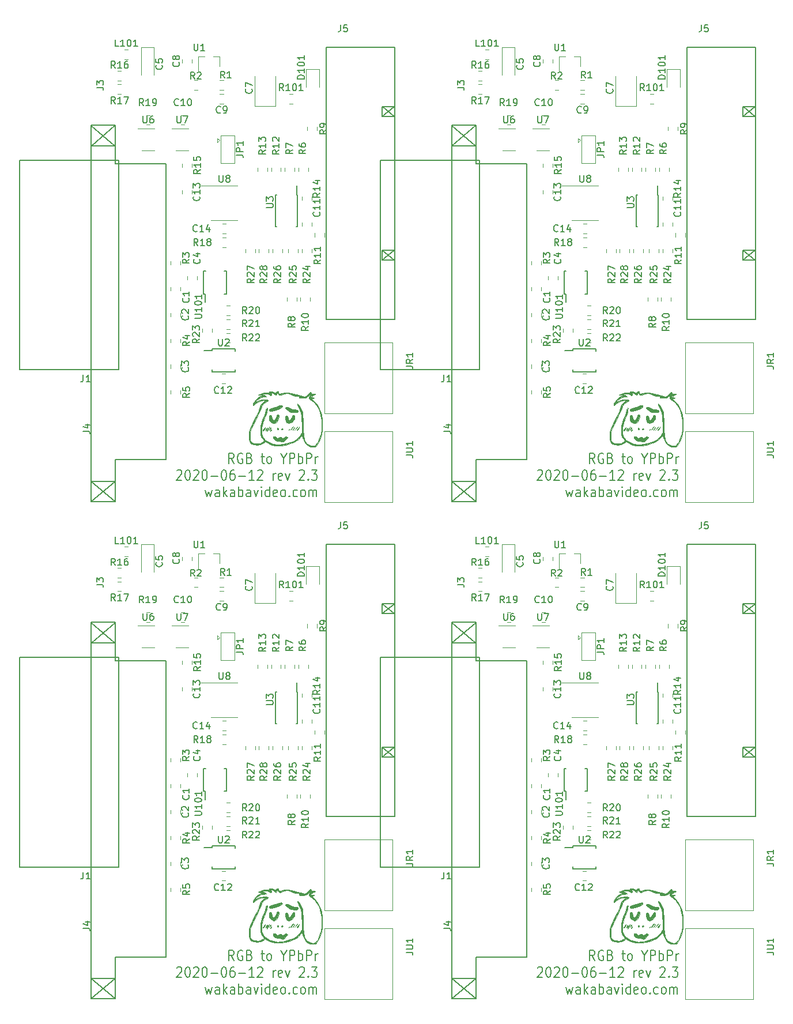
<source format=gbr>
%TF.GenerationSoftware,KiCad,Pcbnew,(5.1.5)-2*%
%TF.CreationDate,2020-06-14T05:32:05+12:00*%
%TF.ProjectId,output.RGB-to-component-panel,6f757470-7574-42e5-9247-422d746f2d63,rev?*%
%TF.SameCoordinates,Original*%
%TF.FileFunction,Legend,Top*%
%TF.FilePolarity,Positive*%
%FSLAX46Y46*%
G04 Gerber Fmt 4.6, Leading zero omitted, Abs format (unit mm)*
G04 Created by KiCad (PCBNEW (5.1.5)-2) date 2020-06-14 05:32:05*
%MOMM*%
%LPD*%
G04 APERTURE LIST*
%ADD10C,0.200000*%
%ADD11C,0.120000*%
%ADD12C,0.150000*%
%ADD13C,0.010000*%
G04 APERTURE END LIST*
D10*
X99427142Y-176128571D02*
X98993809Y-175414285D01*
X98684285Y-176128571D02*
X98684285Y-174628571D01*
X99179523Y-174628571D01*
X99303333Y-174700000D01*
X99365238Y-174771428D01*
X99427142Y-174914285D01*
X99427142Y-175128571D01*
X99365238Y-175271428D01*
X99303333Y-175342857D01*
X99179523Y-175414285D01*
X98684285Y-175414285D01*
X100665238Y-174700000D02*
X100541428Y-174628571D01*
X100355714Y-174628571D01*
X100170000Y-174700000D01*
X100046190Y-174842857D01*
X99984285Y-174985714D01*
X99922380Y-175271428D01*
X99922380Y-175485714D01*
X99984285Y-175771428D01*
X100046190Y-175914285D01*
X100170000Y-176057142D01*
X100355714Y-176128571D01*
X100479523Y-176128571D01*
X100665238Y-176057142D01*
X100727142Y-175985714D01*
X100727142Y-175485714D01*
X100479523Y-175485714D01*
X101717619Y-175342857D02*
X101903333Y-175414285D01*
X101965238Y-175485714D01*
X102027142Y-175628571D01*
X102027142Y-175842857D01*
X101965238Y-175985714D01*
X101903333Y-176057142D01*
X101779523Y-176128571D01*
X101284285Y-176128571D01*
X101284285Y-174628571D01*
X101717619Y-174628571D01*
X101841428Y-174700000D01*
X101903333Y-174771428D01*
X101965238Y-174914285D01*
X101965238Y-175057142D01*
X101903333Y-175200000D01*
X101841428Y-175271428D01*
X101717619Y-175342857D01*
X101284285Y-175342857D01*
X103389047Y-175128571D02*
X103884285Y-175128571D01*
X103574761Y-174628571D02*
X103574761Y-175914285D01*
X103636666Y-176057142D01*
X103760476Y-176128571D01*
X103884285Y-176128571D01*
X104503333Y-176128571D02*
X104379523Y-176057142D01*
X104317619Y-175985714D01*
X104255714Y-175842857D01*
X104255714Y-175414285D01*
X104317619Y-175271428D01*
X104379523Y-175200000D01*
X104503333Y-175128571D01*
X104689047Y-175128571D01*
X104812857Y-175200000D01*
X104874761Y-175271428D01*
X104936666Y-175414285D01*
X104936666Y-175842857D01*
X104874761Y-175985714D01*
X104812857Y-176057142D01*
X104689047Y-176128571D01*
X104503333Y-176128571D01*
X106731904Y-175414285D02*
X106731904Y-176128571D01*
X106298571Y-174628571D02*
X106731904Y-175414285D01*
X107165238Y-174628571D01*
X107598571Y-176128571D02*
X107598571Y-174628571D01*
X108093809Y-174628571D01*
X108217619Y-174700000D01*
X108279523Y-174771428D01*
X108341428Y-174914285D01*
X108341428Y-175128571D01*
X108279523Y-175271428D01*
X108217619Y-175342857D01*
X108093809Y-175414285D01*
X107598571Y-175414285D01*
X108898571Y-176128571D02*
X108898571Y-174628571D01*
X108898571Y-175200000D02*
X109022380Y-175128571D01*
X109270000Y-175128571D01*
X109393809Y-175200000D01*
X109455714Y-175271428D01*
X109517619Y-175414285D01*
X109517619Y-175842857D01*
X109455714Y-175985714D01*
X109393809Y-176057142D01*
X109270000Y-176128571D01*
X109022380Y-176128571D01*
X108898571Y-176057142D01*
X110074761Y-176128571D02*
X110074761Y-174628571D01*
X110570000Y-174628571D01*
X110693809Y-174700000D01*
X110755714Y-174771428D01*
X110817619Y-174914285D01*
X110817619Y-175128571D01*
X110755714Y-175271428D01*
X110693809Y-175342857D01*
X110570000Y-175414285D01*
X110074761Y-175414285D01*
X111374761Y-176128571D02*
X111374761Y-175128571D01*
X111374761Y-175414285D02*
X111436666Y-175271428D01*
X111498571Y-175200000D01*
X111622380Y-175128571D01*
X111746190Y-175128571D01*
X91008095Y-177221428D02*
X91070000Y-177150000D01*
X91193809Y-177078571D01*
X91503333Y-177078571D01*
X91627142Y-177150000D01*
X91689047Y-177221428D01*
X91750952Y-177364285D01*
X91750952Y-177507142D01*
X91689047Y-177721428D01*
X90946190Y-178578571D01*
X91750952Y-178578571D01*
X92555714Y-177078571D02*
X92679523Y-177078571D01*
X92803333Y-177150000D01*
X92865238Y-177221428D01*
X92927142Y-177364285D01*
X92989047Y-177650000D01*
X92989047Y-178007142D01*
X92927142Y-178292857D01*
X92865238Y-178435714D01*
X92803333Y-178507142D01*
X92679523Y-178578571D01*
X92555714Y-178578571D01*
X92431904Y-178507142D01*
X92370000Y-178435714D01*
X92308095Y-178292857D01*
X92246190Y-178007142D01*
X92246190Y-177650000D01*
X92308095Y-177364285D01*
X92370000Y-177221428D01*
X92431904Y-177150000D01*
X92555714Y-177078571D01*
X93484285Y-177221428D02*
X93546190Y-177150000D01*
X93670000Y-177078571D01*
X93979523Y-177078571D01*
X94103333Y-177150000D01*
X94165238Y-177221428D01*
X94227142Y-177364285D01*
X94227142Y-177507142D01*
X94165238Y-177721428D01*
X93422380Y-178578571D01*
X94227142Y-178578571D01*
X95031904Y-177078571D02*
X95155714Y-177078571D01*
X95279523Y-177150000D01*
X95341428Y-177221428D01*
X95403333Y-177364285D01*
X95465238Y-177650000D01*
X95465238Y-178007142D01*
X95403333Y-178292857D01*
X95341428Y-178435714D01*
X95279523Y-178507142D01*
X95155714Y-178578571D01*
X95031904Y-178578571D01*
X94908095Y-178507142D01*
X94846190Y-178435714D01*
X94784285Y-178292857D01*
X94722380Y-178007142D01*
X94722380Y-177650000D01*
X94784285Y-177364285D01*
X94846190Y-177221428D01*
X94908095Y-177150000D01*
X95031904Y-177078571D01*
X96022380Y-178007142D02*
X97012857Y-178007142D01*
X97879523Y-177078571D02*
X98003333Y-177078571D01*
X98127142Y-177150000D01*
X98189047Y-177221428D01*
X98250952Y-177364285D01*
X98312857Y-177650000D01*
X98312857Y-178007142D01*
X98250952Y-178292857D01*
X98189047Y-178435714D01*
X98127142Y-178507142D01*
X98003333Y-178578571D01*
X97879523Y-178578571D01*
X97755714Y-178507142D01*
X97693809Y-178435714D01*
X97631904Y-178292857D01*
X97570000Y-178007142D01*
X97570000Y-177650000D01*
X97631904Y-177364285D01*
X97693809Y-177221428D01*
X97755714Y-177150000D01*
X97879523Y-177078571D01*
X99427142Y-177078571D02*
X99179523Y-177078571D01*
X99055714Y-177150000D01*
X98993809Y-177221428D01*
X98870000Y-177435714D01*
X98808095Y-177721428D01*
X98808095Y-178292857D01*
X98870000Y-178435714D01*
X98931904Y-178507142D01*
X99055714Y-178578571D01*
X99303333Y-178578571D01*
X99427142Y-178507142D01*
X99489047Y-178435714D01*
X99550952Y-178292857D01*
X99550952Y-177935714D01*
X99489047Y-177792857D01*
X99427142Y-177721428D01*
X99303333Y-177650000D01*
X99055714Y-177650000D01*
X98931904Y-177721428D01*
X98870000Y-177792857D01*
X98808095Y-177935714D01*
X100108095Y-178007142D02*
X101098571Y-178007142D01*
X102398571Y-178578571D02*
X101655714Y-178578571D01*
X102027142Y-178578571D02*
X102027142Y-177078571D01*
X101903333Y-177292857D01*
X101779523Y-177435714D01*
X101655714Y-177507142D01*
X102893809Y-177221428D02*
X102955714Y-177150000D01*
X103079523Y-177078571D01*
X103389047Y-177078571D01*
X103512857Y-177150000D01*
X103574761Y-177221428D01*
X103636666Y-177364285D01*
X103636666Y-177507142D01*
X103574761Y-177721428D01*
X102831904Y-178578571D01*
X103636666Y-178578571D01*
X105184285Y-178578571D02*
X105184285Y-177578571D01*
X105184285Y-177864285D02*
X105246190Y-177721428D01*
X105308095Y-177650000D01*
X105431904Y-177578571D01*
X105555714Y-177578571D01*
X106484285Y-178507142D02*
X106360476Y-178578571D01*
X106112857Y-178578571D01*
X105989047Y-178507142D01*
X105927142Y-178364285D01*
X105927142Y-177792857D01*
X105989047Y-177650000D01*
X106112857Y-177578571D01*
X106360476Y-177578571D01*
X106484285Y-177650000D01*
X106546190Y-177792857D01*
X106546190Y-177935714D01*
X105927142Y-178078571D01*
X106979523Y-177578571D02*
X107289047Y-178578571D01*
X107598571Y-177578571D01*
X109022380Y-177221428D02*
X109084285Y-177150000D01*
X109208095Y-177078571D01*
X109517619Y-177078571D01*
X109641428Y-177150000D01*
X109703333Y-177221428D01*
X109765238Y-177364285D01*
X109765238Y-177507142D01*
X109703333Y-177721428D01*
X108960476Y-178578571D01*
X109765238Y-178578571D01*
X110322380Y-178435714D02*
X110384285Y-178507142D01*
X110322380Y-178578571D01*
X110260476Y-178507142D01*
X110322380Y-178435714D01*
X110322380Y-178578571D01*
X110817619Y-177078571D02*
X111622380Y-177078571D01*
X111189047Y-177650000D01*
X111374761Y-177650000D01*
X111498571Y-177721428D01*
X111560476Y-177792857D01*
X111622380Y-177935714D01*
X111622380Y-178292857D01*
X111560476Y-178435714D01*
X111498571Y-178507142D01*
X111374761Y-178578571D01*
X111003333Y-178578571D01*
X110879523Y-178507142D01*
X110817619Y-178435714D01*
X95217619Y-180028571D02*
X95465238Y-181028571D01*
X95712857Y-180314285D01*
X95960476Y-181028571D01*
X96208095Y-180028571D01*
X97260476Y-181028571D02*
X97260476Y-180242857D01*
X97198571Y-180100000D01*
X97074761Y-180028571D01*
X96827142Y-180028571D01*
X96703333Y-180100000D01*
X97260476Y-180957142D02*
X97136666Y-181028571D01*
X96827142Y-181028571D01*
X96703333Y-180957142D01*
X96641428Y-180814285D01*
X96641428Y-180671428D01*
X96703333Y-180528571D01*
X96827142Y-180457142D01*
X97136666Y-180457142D01*
X97260476Y-180385714D01*
X97879523Y-181028571D02*
X97879523Y-179528571D01*
X98003333Y-180457142D02*
X98374761Y-181028571D01*
X98374761Y-180028571D02*
X97879523Y-180600000D01*
X99489047Y-181028571D02*
X99489047Y-180242857D01*
X99427142Y-180100000D01*
X99303333Y-180028571D01*
X99055714Y-180028571D01*
X98931904Y-180100000D01*
X99489047Y-180957142D02*
X99365238Y-181028571D01*
X99055714Y-181028571D01*
X98931904Y-180957142D01*
X98870000Y-180814285D01*
X98870000Y-180671428D01*
X98931904Y-180528571D01*
X99055714Y-180457142D01*
X99365238Y-180457142D01*
X99489047Y-180385714D01*
X100108095Y-181028571D02*
X100108095Y-179528571D01*
X100108095Y-180100000D02*
X100231904Y-180028571D01*
X100479523Y-180028571D01*
X100603333Y-180100000D01*
X100665238Y-180171428D01*
X100727142Y-180314285D01*
X100727142Y-180742857D01*
X100665238Y-180885714D01*
X100603333Y-180957142D01*
X100479523Y-181028571D01*
X100231904Y-181028571D01*
X100108095Y-180957142D01*
X101841428Y-181028571D02*
X101841428Y-180242857D01*
X101779523Y-180100000D01*
X101655714Y-180028571D01*
X101408095Y-180028571D01*
X101284285Y-180100000D01*
X101841428Y-180957142D02*
X101717619Y-181028571D01*
X101408095Y-181028571D01*
X101284285Y-180957142D01*
X101222380Y-180814285D01*
X101222380Y-180671428D01*
X101284285Y-180528571D01*
X101408095Y-180457142D01*
X101717619Y-180457142D01*
X101841428Y-180385714D01*
X102336666Y-180028571D02*
X102646190Y-181028571D01*
X102955714Y-180028571D01*
X103450952Y-181028571D02*
X103450952Y-180028571D01*
X103450952Y-179528571D02*
X103389047Y-179600000D01*
X103450952Y-179671428D01*
X103512857Y-179600000D01*
X103450952Y-179528571D01*
X103450952Y-179671428D01*
X104627142Y-181028571D02*
X104627142Y-179528571D01*
X104627142Y-180957142D02*
X104503333Y-181028571D01*
X104255714Y-181028571D01*
X104131904Y-180957142D01*
X104070000Y-180885714D01*
X104008095Y-180742857D01*
X104008095Y-180314285D01*
X104070000Y-180171428D01*
X104131904Y-180100000D01*
X104255714Y-180028571D01*
X104503333Y-180028571D01*
X104627142Y-180100000D01*
X105741428Y-180957142D02*
X105617619Y-181028571D01*
X105370000Y-181028571D01*
X105246190Y-180957142D01*
X105184285Y-180814285D01*
X105184285Y-180242857D01*
X105246190Y-180100000D01*
X105370000Y-180028571D01*
X105617619Y-180028571D01*
X105741428Y-180100000D01*
X105803333Y-180242857D01*
X105803333Y-180385714D01*
X105184285Y-180528571D01*
X106546190Y-181028571D02*
X106422380Y-180957142D01*
X106360476Y-180885714D01*
X106298571Y-180742857D01*
X106298571Y-180314285D01*
X106360476Y-180171428D01*
X106422380Y-180100000D01*
X106546190Y-180028571D01*
X106731904Y-180028571D01*
X106855714Y-180100000D01*
X106917619Y-180171428D01*
X106979523Y-180314285D01*
X106979523Y-180742857D01*
X106917619Y-180885714D01*
X106855714Y-180957142D01*
X106731904Y-181028571D01*
X106546190Y-181028571D01*
X107536666Y-180885714D02*
X107598571Y-180957142D01*
X107536666Y-181028571D01*
X107474761Y-180957142D01*
X107536666Y-180885714D01*
X107536666Y-181028571D01*
X108712857Y-180957142D02*
X108589047Y-181028571D01*
X108341428Y-181028571D01*
X108217619Y-180957142D01*
X108155714Y-180885714D01*
X108093809Y-180742857D01*
X108093809Y-180314285D01*
X108155714Y-180171428D01*
X108217619Y-180100000D01*
X108341428Y-180028571D01*
X108589047Y-180028571D01*
X108712857Y-180100000D01*
X109455714Y-181028571D02*
X109331904Y-180957142D01*
X109270000Y-180885714D01*
X109208095Y-180742857D01*
X109208095Y-180314285D01*
X109270000Y-180171428D01*
X109331904Y-180100000D01*
X109455714Y-180028571D01*
X109641428Y-180028571D01*
X109765238Y-180100000D01*
X109827142Y-180171428D01*
X109889047Y-180314285D01*
X109889047Y-180742857D01*
X109827142Y-180885714D01*
X109765238Y-180957142D01*
X109641428Y-181028571D01*
X109455714Y-181028571D01*
X110446190Y-181028571D02*
X110446190Y-180028571D01*
X110446190Y-180171428D02*
X110508095Y-180100000D01*
X110631904Y-180028571D01*
X110817619Y-180028571D01*
X110941428Y-180100000D01*
X111003333Y-180242857D01*
X111003333Y-181028571D01*
X111003333Y-180242857D02*
X111065238Y-180100000D01*
X111189047Y-180028571D01*
X111374761Y-180028571D01*
X111498571Y-180100000D01*
X111560476Y-180242857D01*
X111560476Y-181028571D01*
X46427142Y-176128571D02*
X45993809Y-175414285D01*
X45684285Y-176128571D02*
X45684285Y-174628571D01*
X46179523Y-174628571D01*
X46303333Y-174700000D01*
X46365238Y-174771428D01*
X46427142Y-174914285D01*
X46427142Y-175128571D01*
X46365238Y-175271428D01*
X46303333Y-175342857D01*
X46179523Y-175414285D01*
X45684285Y-175414285D01*
X47665238Y-174700000D02*
X47541428Y-174628571D01*
X47355714Y-174628571D01*
X47170000Y-174700000D01*
X47046190Y-174842857D01*
X46984285Y-174985714D01*
X46922380Y-175271428D01*
X46922380Y-175485714D01*
X46984285Y-175771428D01*
X47046190Y-175914285D01*
X47170000Y-176057142D01*
X47355714Y-176128571D01*
X47479523Y-176128571D01*
X47665238Y-176057142D01*
X47727142Y-175985714D01*
X47727142Y-175485714D01*
X47479523Y-175485714D01*
X48717619Y-175342857D02*
X48903333Y-175414285D01*
X48965238Y-175485714D01*
X49027142Y-175628571D01*
X49027142Y-175842857D01*
X48965238Y-175985714D01*
X48903333Y-176057142D01*
X48779523Y-176128571D01*
X48284285Y-176128571D01*
X48284285Y-174628571D01*
X48717619Y-174628571D01*
X48841428Y-174700000D01*
X48903333Y-174771428D01*
X48965238Y-174914285D01*
X48965238Y-175057142D01*
X48903333Y-175200000D01*
X48841428Y-175271428D01*
X48717619Y-175342857D01*
X48284285Y-175342857D01*
X50389047Y-175128571D02*
X50884285Y-175128571D01*
X50574761Y-174628571D02*
X50574761Y-175914285D01*
X50636666Y-176057142D01*
X50760476Y-176128571D01*
X50884285Y-176128571D01*
X51503333Y-176128571D02*
X51379523Y-176057142D01*
X51317619Y-175985714D01*
X51255714Y-175842857D01*
X51255714Y-175414285D01*
X51317619Y-175271428D01*
X51379523Y-175200000D01*
X51503333Y-175128571D01*
X51689047Y-175128571D01*
X51812857Y-175200000D01*
X51874761Y-175271428D01*
X51936666Y-175414285D01*
X51936666Y-175842857D01*
X51874761Y-175985714D01*
X51812857Y-176057142D01*
X51689047Y-176128571D01*
X51503333Y-176128571D01*
X53731904Y-175414285D02*
X53731904Y-176128571D01*
X53298571Y-174628571D02*
X53731904Y-175414285D01*
X54165238Y-174628571D01*
X54598571Y-176128571D02*
X54598571Y-174628571D01*
X55093809Y-174628571D01*
X55217619Y-174700000D01*
X55279523Y-174771428D01*
X55341428Y-174914285D01*
X55341428Y-175128571D01*
X55279523Y-175271428D01*
X55217619Y-175342857D01*
X55093809Y-175414285D01*
X54598571Y-175414285D01*
X55898571Y-176128571D02*
X55898571Y-174628571D01*
X55898571Y-175200000D02*
X56022380Y-175128571D01*
X56270000Y-175128571D01*
X56393809Y-175200000D01*
X56455714Y-175271428D01*
X56517619Y-175414285D01*
X56517619Y-175842857D01*
X56455714Y-175985714D01*
X56393809Y-176057142D01*
X56270000Y-176128571D01*
X56022380Y-176128571D01*
X55898571Y-176057142D01*
X57074761Y-176128571D02*
X57074761Y-174628571D01*
X57570000Y-174628571D01*
X57693809Y-174700000D01*
X57755714Y-174771428D01*
X57817619Y-174914285D01*
X57817619Y-175128571D01*
X57755714Y-175271428D01*
X57693809Y-175342857D01*
X57570000Y-175414285D01*
X57074761Y-175414285D01*
X58374761Y-176128571D02*
X58374761Y-175128571D01*
X58374761Y-175414285D02*
X58436666Y-175271428D01*
X58498571Y-175200000D01*
X58622380Y-175128571D01*
X58746190Y-175128571D01*
X38008095Y-177221428D02*
X38070000Y-177150000D01*
X38193809Y-177078571D01*
X38503333Y-177078571D01*
X38627142Y-177150000D01*
X38689047Y-177221428D01*
X38750952Y-177364285D01*
X38750952Y-177507142D01*
X38689047Y-177721428D01*
X37946190Y-178578571D01*
X38750952Y-178578571D01*
X39555714Y-177078571D02*
X39679523Y-177078571D01*
X39803333Y-177150000D01*
X39865238Y-177221428D01*
X39927142Y-177364285D01*
X39989047Y-177650000D01*
X39989047Y-178007142D01*
X39927142Y-178292857D01*
X39865238Y-178435714D01*
X39803333Y-178507142D01*
X39679523Y-178578571D01*
X39555714Y-178578571D01*
X39431904Y-178507142D01*
X39370000Y-178435714D01*
X39308095Y-178292857D01*
X39246190Y-178007142D01*
X39246190Y-177650000D01*
X39308095Y-177364285D01*
X39370000Y-177221428D01*
X39431904Y-177150000D01*
X39555714Y-177078571D01*
X40484285Y-177221428D02*
X40546190Y-177150000D01*
X40670000Y-177078571D01*
X40979523Y-177078571D01*
X41103333Y-177150000D01*
X41165238Y-177221428D01*
X41227142Y-177364285D01*
X41227142Y-177507142D01*
X41165238Y-177721428D01*
X40422380Y-178578571D01*
X41227142Y-178578571D01*
X42031904Y-177078571D02*
X42155714Y-177078571D01*
X42279523Y-177150000D01*
X42341428Y-177221428D01*
X42403333Y-177364285D01*
X42465238Y-177650000D01*
X42465238Y-178007142D01*
X42403333Y-178292857D01*
X42341428Y-178435714D01*
X42279523Y-178507142D01*
X42155714Y-178578571D01*
X42031904Y-178578571D01*
X41908095Y-178507142D01*
X41846190Y-178435714D01*
X41784285Y-178292857D01*
X41722380Y-178007142D01*
X41722380Y-177650000D01*
X41784285Y-177364285D01*
X41846190Y-177221428D01*
X41908095Y-177150000D01*
X42031904Y-177078571D01*
X43022380Y-178007142D02*
X44012857Y-178007142D01*
X44879523Y-177078571D02*
X45003333Y-177078571D01*
X45127142Y-177150000D01*
X45189047Y-177221428D01*
X45250952Y-177364285D01*
X45312857Y-177650000D01*
X45312857Y-178007142D01*
X45250952Y-178292857D01*
X45189047Y-178435714D01*
X45127142Y-178507142D01*
X45003333Y-178578571D01*
X44879523Y-178578571D01*
X44755714Y-178507142D01*
X44693809Y-178435714D01*
X44631904Y-178292857D01*
X44570000Y-178007142D01*
X44570000Y-177650000D01*
X44631904Y-177364285D01*
X44693809Y-177221428D01*
X44755714Y-177150000D01*
X44879523Y-177078571D01*
X46427142Y-177078571D02*
X46179523Y-177078571D01*
X46055714Y-177150000D01*
X45993809Y-177221428D01*
X45870000Y-177435714D01*
X45808095Y-177721428D01*
X45808095Y-178292857D01*
X45870000Y-178435714D01*
X45931904Y-178507142D01*
X46055714Y-178578571D01*
X46303333Y-178578571D01*
X46427142Y-178507142D01*
X46489047Y-178435714D01*
X46550952Y-178292857D01*
X46550952Y-177935714D01*
X46489047Y-177792857D01*
X46427142Y-177721428D01*
X46303333Y-177650000D01*
X46055714Y-177650000D01*
X45931904Y-177721428D01*
X45870000Y-177792857D01*
X45808095Y-177935714D01*
X47108095Y-178007142D02*
X48098571Y-178007142D01*
X49398571Y-178578571D02*
X48655714Y-178578571D01*
X49027142Y-178578571D02*
X49027142Y-177078571D01*
X48903333Y-177292857D01*
X48779523Y-177435714D01*
X48655714Y-177507142D01*
X49893809Y-177221428D02*
X49955714Y-177150000D01*
X50079523Y-177078571D01*
X50389047Y-177078571D01*
X50512857Y-177150000D01*
X50574761Y-177221428D01*
X50636666Y-177364285D01*
X50636666Y-177507142D01*
X50574761Y-177721428D01*
X49831904Y-178578571D01*
X50636666Y-178578571D01*
X52184285Y-178578571D02*
X52184285Y-177578571D01*
X52184285Y-177864285D02*
X52246190Y-177721428D01*
X52308095Y-177650000D01*
X52431904Y-177578571D01*
X52555714Y-177578571D01*
X53484285Y-178507142D02*
X53360476Y-178578571D01*
X53112857Y-178578571D01*
X52989047Y-178507142D01*
X52927142Y-178364285D01*
X52927142Y-177792857D01*
X52989047Y-177650000D01*
X53112857Y-177578571D01*
X53360476Y-177578571D01*
X53484285Y-177650000D01*
X53546190Y-177792857D01*
X53546190Y-177935714D01*
X52927142Y-178078571D01*
X53979523Y-177578571D02*
X54289047Y-178578571D01*
X54598571Y-177578571D01*
X56022380Y-177221428D02*
X56084285Y-177150000D01*
X56208095Y-177078571D01*
X56517619Y-177078571D01*
X56641428Y-177150000D01*
X56703333Y-177221428D01*
X56765238Y-177364285D01*
X56765238Y-177507142D01*
X56703333Y-177721428D01*
X55960476Y-178578571D01*
X56765238Y-178578571D01*
X57322380Y-178435714D02*
X57384285Y-178507142D01*
X57322380Y-178578571D01*
X57260476Y-178507142D01*
X57322380Y-178435714D01*
X57322380Y-178578571D01*
X57817619Y-177078571D02*
X58622380Y-177078571D01*
X58189047Y-177650000D01*
X58374761Y-177650000D01*
X58498571Y-177721428D01*
X58560476Y-177792857D01*
X58622380Y-177935714D01*
X58622380Y-178292857D01*
X58560476Y-178435714D01*
X58498571Y-178507142D01*
X58374761Y-178578571D01*
X58003333Y-178578571D01*
X57879523Y-178507142D01*
X57817619Y-178435714D01*
X42217619Y-180028571D02*
X42465238Y-181028571D01*
X42712857Y-180314285D01*
X42960476Y-181028571D01*
X43208095Y-180028571D01*
X44260476Y-181028571D02*
X44260476Y-180242857D01*
X44198571Y-180100000D01*
X44074761Y-180028571D01*
X43827142Y-180028571D01*
X43703333Y-180100000D01*
X44260476Y-180957142D02*
X44136666Y-181028571D01*
X43827142Y-181028571D01*
X43703333Y-180957142D01*
X43641428Y-180814285D01*
X43641428Y-180671428D01*
X43703333Y-180528571D01*
X43827142Y-180457142D01*
X44136666Y-180457142D01*
X44260476Y-180385714D01*
X44879523Y-181028571D02*
X44879523Y-179528571D01*
X45003333Y-180457142D02*
X45374761Y-181028571D01*
X45374761Y-180028571D02*
X44879523Y-180600000D01*
X46489047Y-181028571D02*
X46489047Y-180242857D01*
X46427142Y-180100000D01*
X46303333Y-180028571D01*
X46055714Y-180028571D01*
X45931904Y-180100000D01*
X46489047Y-180957142D02*
X46365238Y-181028571D01*
X46055714Y-181028571D01*
X45931904Y-180957142D01*
X45870000Y-180814285D01*
X45870000Y-180671428D01*
X45931904Y-180528571D01*
X46055714Y-180457142D01*
X46365238Y-180457142D01*
X46489047Y-180385714D01*
X47108095Y-181028571D02*
X47108095Y-179528571D01*
X47108095Y-180100000D02*
X47231904Y-180028571D01*
X47479523Y-180028571D01*
X47603333Y-180100000D01*
X47665238Y-180171428D01*
X47727142Y-180314285D01*
X47727142Y-180742857D01*
X47665238Y-180885714D01*
X47603333Y-180957142D01*
X47479523Y-181028571D01*
X47231904Y-181028571D01*
X47108095Y-180957142D01*
X48841428Y-181028571D02*
X48841428Y-180242857D01*
X48779523Y-180100000D01*
X48655714Y-180028571D01*
X48408095Y-180028571D01*
X48284285Y-180100000D01*
X48841428Y-180957142D02*
X48717619Y-181028571D01*
X48408095Y-181028571D01*
X48284285Y-180957142D01*
X48222380Y-180814285D01*
X48222380Y-180671428D01*
X48284285Y-180528571D01*
X48408095Y-180457142D01*
X48717619Y-180457142D01*
X48841428Y-180385714D01*
X49336666Y-180028571D02*
X49646190Y-181028571D01*
X49955714Y-180028571D01*
X50450952Y-181028571D02*
X50450952Y-180028571D01*
X50450952Y-179528571D02*
X50389047Y-179600000D01*
X50450952Y-179671428D01*
X50512857Y-179600000D01*
X50450952Y-179528571D01*
X50450952Y-179671428D01*
X51627142Y-181028571D02*
X51627142Y-179528571D01*
X51627142Y-180957142D02*
X51503333Y-181028571D01*
X51255714Y-181028571D01*
X51131904Y-180957142D01*
X51070000Y-180885714D01*
X51008095Y-180742857D01*
X51008095Y-180314285D01*
X51070000Y-180171428D01*
X51131904Y-180100000D01*
X51255714Y-180028571D01*
X51503333Y-180028571D01*
X51627142Y-180100000D01*
X52741428Y-180957142D02*
X52617619Y-181028571D01*
X52370000Y-181028571D01*
X52246190Y-180957142D01*
X52184285Y-180814285D01*
X52184285Y-180242857D01*
X52246190Y-180100000D01*
X52370000Y-180028571D01*
X52617619Y-180028571D01*
X52741428Y-180100000D01*
X52803333Y-180242857D01*
X52803333Y-180385714D01*
X52184285Y-180528571D01*
X53546190Y-181028571D02*
X53422380Y-180957142D01*
X53360476Y-180885714D01*
X53298571Y-180742857D01*
X53298571Y-180314285D01*
X53360476Y-180171428D01*
X53422380Y-180100000D01*
X53546190Y-180028571D01*
X53731904Y-180028571D01*
X53855714Y-180100000D01*
X53917619Y-180171428D01*
X53979523Y-180314285D01*
X53979523Y-180742857D01*
X53917619Y-180885714D01*
X53855714Y-180957142D01*
X53731904Y-181028571D01*
X53546190Y-181028571D01*
X54536666Y-180885714D02*
X54598571Y-180957142D01*
X54536666Y-181028571D01*
X54474761Y-180957142D01*
X54536666Y-180885714D01*
X54536666Y-181028571D01*
X55712857Y-180957142D02*
X55589047Y-181028571D01*
X55341428Y-181028571D01*
X55217619Y-180957142D01*
X55155714Y-180885714D01*
X55093809Y-180742857D01*
X55093809Y-180314285D01*
X55155714Y-180171428D01*
X55217619Y-180100000D01*
X55341428Y-180028571D01*
X55589047Y-180028571D01*
X55712857Y-180100000D01*
X56455714Y-181028571D02*
X56331904Y-180957142D01*
X56270000Y-180885714D01*
X56208095Y-180742857D01*
X56208095Y-180314285D01*
X56270000Y-180171428D01*
X56331904Y-180100000D01*
X56455714Y-180028571D01*
X56641428Y-180028571D01*
X56765238Y-180100000D01*
X56827142Y-180171428D01*
X56889047Y-180314285D01*
X56889047Y-180742857D01*
X56827142Y-180885714D01*
X56765238Y-180957142D01*
X56641428Y-181028571D01*
X56455714Y-181028571D01*
X57446190Y-181028571D02*
X57446190Y-180028571D01*
X57446190Y-180171428D02*
X57508095Y-180100000D01*
X57631904Y-180028571D01*
X57817619Y-180028571D01*
X57941428Y-180100000D01*
X58003333Y-180242857D01*
X58003333Y-181028571D01*
X58003333Y-180242857D02*
X58065238Y-180100000D01*
X58189047Y-180028571D01*
X58374761Y-180028571D01*
X58498571Y-180100000D01*
X58560476Y-180242857D01*
X58560476Y-181028571D01*
X99427142Y-103128571D02*
X98993809Y-102414285D01*
X98684285Y-103128571D02*
X98684285Y-101628571D01*
X99179523Y-101628571D01*
X99303333Y-101700000D01*
X99365238Y-101771428D01*
X99427142Y-101914285D01*
X99427142Y-102128571D01*
X99365238Y-102271428D01*
X99303333Y-102342857D01*
X99179523Y-102414285D01*
X98684285Y-102414285D01*
X100665238Y-101700000D02*
X100541428Y-101628571D01*
X100355714Y-101628571D01*
X100170000Y-101700000D01*
X100046190Y-101842857D01*
X99984285Y-101985714D01*
X99922380Y-102271428D01*
X99922380Y-102485714D01*
X99984285Y-102771428D01*
X100046190Y-102914285D01*
X100170000Y-103057142D01*
X100355714Y-103128571D01*
X100479523Y-103128571D01*
X100665238Y-103057142D01*
X100727142Y-102985714D01*
X100727142Y-102485714D01*
X100479523Y-102485714D01*
X101717619Y-102342857D02*
X101903333Y-102414285D01*
X101965238Y-102485714D01*
X102027142Y-102628571D01*
X102027142Y-102842857D01*
X101965238Y-102985714D01*
X101903333Y-103057142D01*
X101779523Y-103128571D01*
X101284285Y-103128571D01*
X101284285Y-101628571D01*
X101717619Y-101628571D01*
X101841428Y-101700000D01*
X101903333Y-101771428D01*
X101965238Y-101914285D01*
X101965238Y-102057142D01*
X101903333Y-102200000D01*
X101841428Y-102271428D01*
X101717619Y-102342857D01*
X101284285Y-102342857D01*
X103389047Y-102128571D02*
X103884285Y-102128571D01*
X103574761Y-101628571D02*
X103574761Y-102914285D01*
X103636666Y-103057142D01*
X103760476Y-103128571D01*
X103884285Y-103128571D01*
X104503333Y-103128571D02*
X104379523Y-103057142D01*
X104317619Y-102985714D01*
X104255714Y-102842857D01*
X104255714Y-102414285D01*
X104317619Y-102271428D01*
X104379523Y-102200000D01*
X104503333Y-102128571D01*
X104689047Y-102128571D01*
X104812857Y-102200000D01*
X104874761Y-102271428D01*
X104936666Y-102414285D01*
X104936666Y-102842857D01*
X104874761Y-102985714D01*
X104812857Y-103057142D01*
X104689047Y-103128571D01*
X104503333Y-103128571D01*
X106731904Y-102414285D02*
X106731904Y-103128571D01*
X106298571Y-101628571D02*
X106731904Y-102414285D01*
X107165238Y-101628571D01*
X107598571Y-103128571D02*
X107598571Y-101628571D01*
X108093809Y-101628571D01*
X108217619Y-101700000D01*
X108279523Y-101771428D01*
X108341428Y-101914285D01*
X108341428Y-102128571D01*
X108279523Y-102271428D01*
X108217619Y-102342857D01*
X108093809Y-102414285D01*
X107598571Y-102414285D01*
X108898571Y-103128571D02*
X108898571Y-101628571D01*
X108898571Y-102200000D02*
X109022380Y-102128571D01*
X109270000Y-102128571D01*
X109393809Y-102200000D01*
X109455714Y-102271428D01*
X109517619Y-102414285D01*
X109517619Y-102842857D01*
X109455714Y-102985714D01*
X109393809Y-103057142D01*
X109270000Y-103128571D01*
X109022380Y-103128571D01*
X108898571Y-103057142D01*
X110074761Y-103128571D02*
X110074761Y-101628571D01*
X110570000Y-101628571D01*
X110693809Y-101700000D01*
X110755714Y-101771428D01*
X110817619Y-101914285D01*
X110817619Y-102128571D01*
X110755714Y-102271428D01*
X110693809Y-102342857D01*
X110570000Y-102414285D01*
X110074761Y-102414285D01*
X111374761Y-103128571D02*
X111374761Y-102128571D01*
X111374761Y-102414285D02*
X111436666Y-102271428D01*
X111498571Y-102200000D01*
X111622380Y-102128571D01*
X111746190Y-102128571D01*
X91008095Y-104221428D02*
X91070000Y-104150000D01*
X91193809Y-104078571D01*
X91503333Y-104078571D01*
X91627142Y-104150000D01*
X91689047Y-104221428D01*
X91750952Y-104364285D01*
X91750952Y-104507142D01*
X91689047Y-104721428D01*
X90946190Y-105578571D01*
X91750952Y-105578571D01*
X92555714Y-104078571D02*
X92679523Y-104078571D01*
X92803333Y-104150000D01*
X92865238Y-104221428D01*
X92927142Y-104364285D01*
X92989047Y-104650000D01*
X92989047Y-105007142D01*
X92927142Y-105292857D01*
X92865238Y-105435714D01*
X92803333Y-105507142D01*
X92679523Y-105578571D01*
X92555714Y-105578571D01*
X92431904Y-105507142D01*
X92370000Y-105435714D01*
X92308095Y-105292857D01*
X92246190Y-105007142D01*
X92246190Y-104650000D01*
X92308095Y-104364285D01*
X92370000Y-104221428D01*
X92431904Y-104150000D01*
X92555714Y-104078571D01*
X93484285Y-104221428D02*
X93546190Y-104150000D01*
X93670000Y-104078571D01*
X93979523Y-104078571D01*
X94103333Y-104150000D01*
X94165238Y-104221428D01*
X94227142Y-104364285D01*
X94227142Y-104507142D01*
X94165238Y-104721428D01*
X93422380Y-105578571D01*
X94227142Y-105578571D01*
X95031904Y-104078571D02*
X95155714Y-104078571D01*
X95279523Y-104150000D01*
X95341428Y-104221428D01*
X95403333Y-104364285D01*
X95465238Y-104650000D01*
X95465238Y-105007142D01*
X95403333Y-105292857D01*
X95341428Y-105435714D01*
X95279523Y-105507142D01*
X95155714Y-105578571D01*
X95031904Y-105578571D01*
X94908095Y-105507142D01*
X94846190Y-105435714D01*
X94784285Y-105292857D01*
X94722380Y-105007142D01*
X94722380Y-104650000D01*
X94784285Y-104364285D01*
X94846190Y-104221428D01*
X94908095Y-104150000D01*
X95031904Y-104078571D01*
X96022380Y-105007142D02*
X97012857Y-105007142D01*
X97879523Y-104078571D02*
X98003333Y-104078571D01*
X98127142Y-104150000D01*
X98189047Y-104221428D01*
X98250952Y-104364285D01*
X98312857Y-104650000D01*
X98312857Y-105007142D01*
X98250952Y-105292857D01*
X98189047Y-105435714D01*
X98127142Y-105507142D01*
X98003333Y-105578571D01*
X97879523Y-105578571D01*
X97755714Y-105507142D01*
X97693809Y-105435714D01*
X97631904Y-105292857D01*
X97570000Y-105007142D01*
X97570000Y-104650000D01*
X97631904Y-104364285D01*
X97693809Y-104221428D01*
X97755714Y-104150000D01*
X97879523Y-104078571D01*
X99427142Y-104078571D02*
X99179523Y-104078571D01*
X99055714Y-104150000D01*
X98993809Y-104221428D01*
X98870000Y-104435714D01*
X98808095Y-104721428D01*
X98808095Y-105292857D01*
X98870000Y-105435714D01*
X98931904Y-105507142D01*
X99055714Y-105578571D01*
X99303333Y-105578571D01*
X99427142Y-105507142D01*
X99489047Y-105435714D01*
X99550952Y-105292857D01*
X99550952Y-104935714D01*
X99489047Y-104792857D01*
X99427142Y-104721428D01*
X99303333Y-104650000D01*
X99055714Y-104650000D01*
X98931904Y-104721428D01*
X98870000Y-104792857D01*
X98808095Y-104935714D01*
X100108095Y-105007142D02*
X101098571Y-105007142D01*
X102398571Y-105578571D02*
X101655714Y-105578571D01*
X102027142Y-105578571D02*
X102027142Y-104078571D01*
X101903333Y-104292857D01*
X101779523Y-104435714D01*
X101655714Y-104507142D01*
X102893809Y-104221428D02*
X102955714Y-104150000D01*
X103079523Y-104078571D01*
X103389047Y-104078571D01*
X103512857Y-104150000D01*
X103574761Y-104221428D01*
X103636666Y-104364285D01*
X103636666Y-104507142D01*
X103574761Y-104721428D01*
X102831904Y-105578571D01*
X103636666Y-105578571D01*
X105184285Y-105578571D02*
X105184285Y-104578571D01*
X105184285Y-104864285D02*
X105246190Y-104721428D01*
X105308095Y-104650000D01*
X105431904Y-104578571D01*
X105555714Y-104578571D01*
X106484285Y-105507142D02*
X106360476Y-105578571D01*
X106112857Y-105578571D01*
X105989047Y-105507142D01*
X105927142Y-105364285D01*
X105927142Y-104792857D01*
X105989047Y-104650000D01*
X106112857Y-104578571D01*
X106360476Y-104578571D01*
X106484285Y-104650000D01*
X106546190Y-104792857D01*
X106546190Y-104935714D01*
X105927142Y-105078571D01*
X106979523Y-104578571D02*
X107289047Y-105578571D01*
X107598571Y-104578571D01*
X109022380Y-104221428D02*
X109084285Y-104150000D01*
X109208095Y-104078571D01*
X109517619Y-104078571D01*
X109641428Y-104150000D01*
X109703333Y-104221428D01*
X109765238Y-104364285D01*
X109765238Y-104507142D01*
X109703333Y-104721428D01*
X108960476Y-105578571D01*
X109765238Y-105578571D01*
X110322380Y-105435714D02*
X110384285Y-105507142D01*
X110322380Y-105578571D01*
X110260476Y-105507142D01*
X110322380Y-105435714D01*
X110322380Y-105578571D01*
X110817619Y-104078571D02*
X111622380Y-104078571D01*
X111189047Y-104650000D01*
X111374761Y-104650000D01*
X111498571Y-104721428D01*
X111560476Y-104792857D01*
X111622380Y-104935714D01*
X111622380Y-105292857D01*
X111560476Y-105435714D01*
X111498571Y-105507142D01*
X111374761Y-105578571D01*
X111003333Y-105578571D01*
X110879523Y-105507142D01*
X110817619Y-105435714D01*
X95217619Y-107028571D02*
X95465238Y-108028571D01*
X95712857Y-107314285D01*
X95960476Y-108028571D01*
X96208095Y-107028571D01*
X97260476Y-108028571D02*
X97260476Y-107242857D01*
X97198571Y-107100000D01*
X97074761Y-107028571D01*
X96827142Y-107028571D01*
X96703333Y-107100000D01*
X97260476Y-107957142D02*
X97136666Y-108028571D01*
X96827142Y-108028571D01*
X96703333Y-107957142D01*
X96641428Y-107814285D01*
X96641428Y-107671428D01*
X96703333Y-107528571D01*
X96827142Y-107457142D01*
X97136666Y-107457142D01*
X97260476Y-107385714D01*
X97879523Y-108028571D02*
X97879523Y-106528571D01*
X98003333Y-107457142D02*
X98374761Y-108028571D01*
X98374761Y-107028571D02*
X97879523Y-107600000D01*
X99489047Y-108028571D02*
X99489047Y-107242857D01*
X99427142Y-107100000D01*
X99303333Y-107028571D01*
X99055714Y-107028571D01*
X98931904Y-107100000D01*
X99489047Y-107957142D02*
X99365238Y-108028571D01*
X99055714Y-108028571D01*
X98931904Y-107957142D01*
X98870000Y-107814285D01*
X98870000Y-107671428D01*
X98931904Y-107528571D01*
X99055714Y-107457142D01*
X99365238Y-107457142D01*
X99489047Y-107385714D01*
X100108095Y-108028571D02*
X100108095Y-106528571D01*
X100108095Y-107100000D02*
X100231904Y-107028571D01*
X100479523Y-107028571D01*
X100603333Y-107100000D01*
X100665238Y-107171428D01*
X100727142Y-107314285D01*
X100727142Y-107742857D01*
X100665238Y-107885714D01*
X100603333Y-107957142D01*
X100479523Y-108028571D01*
X100231904Y-108028571D01*
X100108095Y-107957142D01*
X101841428Y-108028571D02*
X101841428Y-107242857D01*
X101779523Y-107100000D01*
X101655714Y-107028571D01*
X101408095Y-107028571D01*
X101284285Y-107100000D01*
X101841428Y-107957142D02*
X101717619Y-108028571D01*
X101408095Y-108028571D01*
X101284285Y-107957142D01*
X101222380Y-107814285D01*
X101222380Y-107671428D01*
X101284285Y-107528571D01*
X101408095Y-107457142D01*
X101717619Y-107457142D01*
X101841428Y-107385714D01*
X102336666Y-107028571D02*
X102646190Y-108028571D01*
X102955714Y-107028571D01*
X103450952Y-108028571D02*
X103450952Y-107028571D01*
X103450952Y-106528571D02*
X103389047Y-106600000D01*
X103450952Y-106671428D01*
X103512857Y-106600000D01*
X103450952Y-106528571D01*
X103450952Y-106671428D01*
X104627142Y-108028571D02*
X104627142Y-106528571D01*
X104627142Y-107957142D02*
X104503333Y-108028571D01*
X104255714Y-108028571D01*
X104131904Y-107957142D01*
X104070000Y-107885714D01*
X104008095Y-107742857D01*
X104008095Y-107314285D01*
X104070000Y-107171428D01*
X104131904Y-107100000D01*
X104255714Y-107028571D01*
X104503333Y-107028571D01*
X104627142Y-107100000D01*
X105741428Y-107957142D02*
X105617619Y-108028571D01*
X105370000Y-108028571D01*
X105246190Y-107957142D01*
X105184285Y-107814285D01*
X105184285Y-107242857D01*
X105246190Y-107100000D01*
X105370000Y-107028571D01*
X105617619Y-107028571D01*
X105741428Y-107100000D01*
X105803333Y-107242857D01*
X105803333Y-107385714D01*
X105184285Y-107528571D01*
X106546190Y-108028571D02*
X106422380Y-107957142D01*
X106360476Y-107885714D01*
X106298571Y-107742857D01*
X106298571Y-107314285D01*
X106360476Y-107171428D01*
X106422380Y-107100000D01*
X106546190Y-107028571D01*
X106731904Y-107028571D01*
X106855714Y-107100000D01*
X106917619Y-107171428D01*
X106979523Y-107314285D01*
X106979523Y-107742857D01*
X106917619Y-107885714D01*
X106855714Y-107957142D01*
X106731904Y-108028571D01*
X106546190Y-108028571D01*
X107536666Y-107885714D02*
X107598571Y-107957142D01*
X107536666Y-108028571D01*
X107474761Y-107957142D01*
X107536666Y-107885714D01*
X107536666Y-108028571D01*
X108712857Y-107957142D02*
X108589047Y-108028571D01*
X108341428Y-108028571D01*
X108217619Y-107957142D01*
X108155714Y-107885714D01*
X108093809Y-107742857D01*
X108093809Y-107314285D01*
X108155714Y-107171428D01*
X108217619Y-107100000D01*
X108341428Y-107028571D01*
X108589047Y-107028571D01*
X108712857Y-107100000D01*
X109455714Y-108028571D02*
X109331904Y-107957142D01*
X109270000Y-107885714D01*
X109208095Y-107742857D01*
X109208095Y-107314285D01*
X109270000Y-107171428D01*
X109331904Y-107100000D01*
X109455714Y-107028571D01*
X109641428Y-107028571D01*
X109765238Y-107100000D01*
X109827142Y-107171428D01*
X109889047Y-107314285D01*
X109889047Y-107742857D01*
X109827142Y-107885714D01*
X109765238Y-107957142D01*
X109641428Y-108028571D01*
X109455714Y-108028571D01*
X110446190Y-108028571D02*
X110446190Y-107028571D01*
X110446190Y-107171428D02*
X110508095Y-107100000D01*
X110631904Y-107028571D01*
X110817619Y-107028571D01*
X110941428Y-107100000D01*
X111003333Y-107242857D01*
X111003333Y-108028571D01*
X111003333Y-107242857D02*
X111065238Y-107100000D01*
X111189047Y-107028571D01*
X111374761Y-107028571D01*
X111498571Y-107100000D01*
X111560476Y-107242857D01*
X111560476Y-108028571D01*
X46427142Y-103128571D02*
X45993809Y-102414285D01*
X45684285Y-103128571D02*
X45684285Y-101628571D01*
X46179523Y-101628571D01*
X46303333Y-101700000D01*
X46365238Y-101771428D01*
X46427142Y-101914285D01*
X46427142Y-102128571D01*
X46365238Y-102271428D01*
X46303333Y-102342857D01*
X46179523Y-102414285D01*
X45684285Y-102414285D01*
X47665238Y-101700000D02*
X47541428Y-101628571D01*
X47355714Y-101628571D01*
X47170000Y-101700000D01*
X47046190Y-101842857D01*
X46984285Y-101985714D01*
X46922380Y-102271428D01*
X46922380Y-102485714D01*
X46984285Y-102771428D01*
X47046190Y-102914285D01*
X47170000Y-103057142D01*
X47355714Y-103128571D01*
X47479523Y-103128571D01*
X47665238Y-103057142D01*
X47727142Y-102985714D01*
X47727142Y-102485714D01*
X47479523Y-102485714D01*
X48717619Y-102342857D02*
X48903333Y-102414285D01*
X48965238Y-102485714D01*
X49027142Y-102628571D01*
X49027142Y-102842857D01*
X48965238Y-102985714D01*
X48903333Y-103057142D01*
X48779523Y-103128571D01*
X48284285Y-103128571D01*
X48284285Y-101628571D01*
X48717619Y-101628571D01*
X48841428Y-101700000D01*
X48903333Y-101771428D01*
X48965238Y-101914285D01*
X48965238Y-102057142D01*
X48903333Y-102200000D01*
X48841428Y-102271428D01*
X48717619Y-102342857D01*
X48284285Y-102342857D01*
X50389047Y-102128571D02*
X50884285Y-102128571D01*
X50574761Y-101628571D02*
X50574761Y-102914285D01*
X50636666Y-103057142D01*
X50760476Y-103128571D01*
X50884285Y-103128571D01*
X51503333Y-103128571D02*
X51379523Y-103057142D01*
X51317619Y-102985714D01*
X51255714Y-102842857D01*
X51255714Y-102414285D01*
X51317619Y-102271428D01*
X51379523Y-102200000D01*
X51503333Y-102128571D01*
X51689047Y-102128571D01*
X51812857Y-102200000D01*
X51874761Y-102271428D01*
X51936666Y-102414285D01*
X51936666Y-102842857D01*
X51874761Y-102985714D01*
X51812857Y-103057142D01*
X51689047Y-103128571D01*
X51503333Y-103128571D01*
X53731904Y-102414285D02*
X53731904Y-103128571D01*
X53298571Y-101628571D02*
X53731904Y-102414285D01*
X54165238Y-101628571D01*
X54598571Y-103128571D02*
X54598571Y-101628571D01*
X55093809Y-101628571D01*
X55217619Y-101700000D01*
X55279523Y-101771428D01*
X55341428Y-101914285D01*
X55341428Y-102128571D01*
X55279523Y-102271428D01*
X55217619Y-102342857D01*
X55093809Y-102414285D01*
X54598571Y-102414285D01*
X55898571Y-103128571D02*
X55898571Y-101628571D01*
X55898571Y-102200000D02*
X56022380Y-102128571D01*
X56270000Y-102128571D01*
X56393809Y-102200000D01*
X56455714Y-102271428D01*
X56517619Y-102414285D01*
X56517619Y-102842857D01*
X56455714Y-102985714D01*
X56393809Y-103057142D01*
X56270000Y-103128571D01*
X56022380Y-103128571D01*
X55898571Y-103057142D01*
X57074761Y-103128571D02*
X57074761Y-101628571D01*
X57570000Y-101628571D01*
X57693809Y-101700000D01*
X57755714Y-101771428D01*
X57817619Y-101914285D01*
X57817619Y-102128571D01*
X57755714Y-102271428D01*
X57693809Y-102342857D01*
X57570000Y-102414285D01*
X57074761Y-102414285D01*
X58374761Y-103128571D02*
X58374761Y-102128571D01*
X58374761Y-102414285D02*
X58436666Y-102271428D01*
X58498571Y-102200000D01*
X58622380Y-102128571D01*
X58746190Y-102128571D01*
X38008095Y-104221428D02*
X38070000Y-104150000D01*
X38193809Y-104078571D01*
X38503333Y-104078571D01*
X38627142Y-104150000D01*
X38689047Y-104221428D01*
X38750952Y-104364285D01*
X38750952Y-104507142D01*
X38689047Y-104721428D01*
X37946190Y-105578571D01*
X38750952Y-105578571D01*
X39555714Y-104078571D02*
X39679523Y-104078571D01*
X39803333Y-104150000D01*
X39865238Y-104221428D01*
X39927142Y-104364285D01*
X39989047Y-104650000D01*
X39989047Y-105007142D01*
X39927142Y-105292857D01*
X39865238Y-105435714D01*
X39803333Y-105507142D01*
X39679523Y-105578571D01*
X39555714Y-105578571D01*
X39431904Y-105507142D01*
X39370000Y-105435714D01*
X39308095Y-105292857D01*
X39246190Y-105007142D01*
X39246190Y-104650000D01*
X39308095Y-104364285D01*
X39370000Y-104221428D01*
X39431904Y-104150000D01*
X39555714Y-104078571D01*
X40484285Y-104221428D02*
X40546190Y-104150000D01*
X40670000Y-104078571D01*
X40979523Y-104078571D01*
X41103333Y-104150000D01*
X41165238Y-104221428D01*
X41227142Y-104364285D01*
X41227142Y-104507142D01*
X41165238Y-104721428D01*
X40422380Y-105578571D01*
X41227142Y-105578571D01*
X42031904Y-104078571D02*
X42155714Y-104078571D01*
X42279523Y-104150000D01*
X42341428Y-104221428D01*
X42403333Y-104364285D01*
X42465238Y-104650000D01*
X42465238Y-105007142D01*
X42403333Y-105292857D01*
X42341428Y-105435714D01*
X42279523Y-105507142D01*
X42155714Y-105578571D01*
X42031904Y-105578571D01*
X41908095Y-105507142D01*
X41846190Y-105435714D01*
X41784285Y-105292857D01*
X41722380Y-105007142D01*
X41722380Y-104650000D01*
X41784285Y-104364285D01*
X41846190Y-104221428D01*
X41908095Y-104150000D01*
X42031904Y-104078571D01*
X43022380Y-105007142D02*
X44012857Y-105007142D01*
X44879523Y-104078571D02*
X45003333Y-104078571D01*
X45127142Y-104150000D01*
X45189047Y-104221428D01*
X45250952Y-104364285D01*
X45312857Y-104650000D01*
X45312857Y-105007142D01*
X45250952Y-105292857D01*
X45189047Y-105435714D01*
X45127142Y-105507142D01*
X45003333Y-105578571D01*
X44879523Y-105578571D01*
X44755714Y-105507142D01*
X44693809Y-105435714D01*
X44631904Y-105292857D01*
X44570000Y-105007142D01*
X44570000Y-104650000D01*
X44631904Y-104364285D01*
X44693809Y-104221428D01*
X44755714Y-104150000D01*
X44879523Y-104078571D01*
X46427142Y-104078571D02*
X46179523Y-104078571D01*
X46055714Y-104150000D01*
X45993809Y-104221428D01*
X45870000Y-104435714D01*
X45808095Y-104721428D01*
X45808095Y-105292857D01*
X45870000Y-105435714D01*
X45931904Y-105507142D01*
X46055714Y-105578571D01*
X46303333Y-105578571D01*
X46427142Y-105507142D01*
X46489047Y-105435714D01*
X46550952Y-105292857D01*
X46550952Y-104935714D01*
X46489047Y-104792857D01*
X46427142Y-104721428D01*
X46303333Y-104650000D01*
X46055714Y-104650000D01*
X45931904Y-104721428D01*
X45870000Y-104792857D01*
X45808095Y-104935714D01*
X47108095Y-105007142D02*
X48098571Y-105007142D01*
X49398571Y-105578571D02*
X48655714Y-105578571D01*
X49027142Y-105578571D02*
X49027142Y-104078571D01*
X48903333Y-104292857D01*
X48779523Y-104435714D01*
X48655714Y-104507142D01*
X49893809Y-104221428D02*
X49955714Y-104150000D01*
X50079523Y-104078571D01*
X50389047Y-104078571D01*
X50512857Y-104150000D01*
X50574761Y-104221428D01*
X50636666Y-104364285D01*
X50636666Y-104507142D01*
X50574761Y-104721428D01*
X49831904Y-105578571D01*
X50636666Y-105578571D01*
X52184285Y-105578571D02*
X52184285Y-104578571D01*
X52184285Y-104864285D02*
X52246190Y-104721428D01*
X52308095Y-104650000D01*
X52431904Y-104578571D01*
X52555714Y-104578571D01*
X53484285Y-105507142D02*
X53360476Y-105578571D01*
X53112857Y-105578571D01*
X52989047Y-105507142D01*
X52927142Y-105364285D01*
X52927142Y-104792857D01*
X52989047Y-104650000D01*
X53112857Y-104578571D01*
X53360476Y-104578571D01*
X53484285Y-104650000D01*
X53546190Y-104792857D01*
X53546190Y-104935714D01*
X52927142Y-105078571D01*
X53979523Y-104578571D02*
X54289047Y-105578571D01*
X54598571Y-104578571D01*
X56022380Y-104221428D02*
X56084285Y-104150000D01*
X56208095Y-104078571D01*
X56517619Y-104078571D01*
X56641428Y-104150000D01*
X56703333Y-104221428D01*
X56765238Y-104364285D01*
X56765238Y-104507142D01*
X56703333Y-104721428D01*
X55960476Y-105578571D01*
X56765238Y-105578571D01*
X57322380Y-105435714D02*
X57384285Y-105507142D01*
X57322380Y-105578571D01*
X57260476Y-105507142D01*
X57322380Y-105435714D01*
X57322380Y-105578571D01*
X57817619Y-104078571D02*
X58622380Y-104078571D01*
X58189047Y-104650000D01*
X58374761Y-104650000D01*
X58498571Y-104721428D01*
X58560476Y-104792857D01*
X58622380Y-104935714D01*
X58622380Y-105292857D01*
X58560476Y-105435714D01*
X58498571Y-105507142D01*
X58374761Y-105578571D01*
X58003333Y-105578571D01*
X57879523Y-105507142D01*
X57817619Y-105435714D01*
X42217619Y-107028571D02*
X42465238Y-108028571D01*
X42712857Y-107314285D01*
X42960476Y-108028571D01*
X43208095Y-107028571D01*
X44260476Y-108028571D02*
X44260476Y-107242857D01*
X44198571Y-107100000D01*
X44074761Y-107028571D01*
X43827142Y-107028571D01*
X43703333Y-107100000D01*
X44260476Y-107957142D02*
X44136666Y-108028571D01*
X43827142Y-108028571D01*
X43703333Y-107957142D01*
X43641428Y-107814285D01*
X43641428Y-107671428D01*
X43703333Y-107528571D01*
X43827142Y-107457142D01*
X44136666Y-107457142D01*
X44260476Y-107385714D01*
X44879523Y-108028571D02*
X44879523Y-106528571D01*
X45003333Y-107457142D02*
X45374761Y-108028571D01*
X45374761Y-107028571D02*
X44879523Y-107600000D01*
X46489047Y-108028571D02*
X46489047Y-107242857D01*
X46427142Y-107100000D01*
X46303333Y-107028571D01*
X46055714Y-107028571D01*
X45931904Y-107100000D01*
X46489047Y-107957142D02*
X46365238Y-108028571D01*
X46055714Y-108028571D01*
X45931904Y-107957142D01*
X45870000Y-107814285D01*
X45870000Y-107671428D01*
X45931904Y-107528571D01*
X46055714Y-107457142D01*
X46365238Y-107457142D01*
X46489047Y-107385714D01*
X47108095Y-108028571D02*
X47108095Y-106528571D01*
X47108095Y-107100000D02*
X47231904Y-107028571D01*
X47479523Y-107028571D01*
X47603333Y-107100000D01*
X47665238Y-107171428D01*
X47727142Y-107314285D01*
X47727142Y-107742857D01*
X47665238Y-107885714D01*
X47603333Y-107957142D01*
X47479523Y-108028571D01*
X47231904Y-108028571D01*
X47108095Y-107957142D01*
X48841428Y-108028571D02*
X48841428Y-107242857D01*
X48779523Y-107100000D01*
X48655714Y-107028571D01*
X48408095Y-107028571D01*
X48284285Y-107100000D01*
X48841428Y-107957142D02*
X48717619Y-108028571D01*
X48408095Y-108028571D01*
X48284285Y-107957142D01*
X48222380Y-107814285D01*
X48222380Y-107671428D01*
X48284285Y-107528571D01*
X48408095Y-107457142D01*
X48717619Y-107457142D01*
X48841428Y-107385714D01*
X49336666Y-107028571D02*
X49646190Y-108028571D01*
X49955714Y-107028571D01*
X50450952Y-108028571D02*
X50450952Y-107028571D01*
X50450952Y-106528571D02*
X50389047Y-106600000D01*
X50450952Y-106671428D01*
X50512857Y-106600000D01*
X50450952Y-106528571D01*
X50450952Y-106671428D01*
X51627142Y-108028571D02*
X51627142Y-106528571D01*
X51627142Y-107957142D02*
X51503333Y-108028571D01*
X51255714Y-108028571D01*
X51131904Y-107957142D01*
X51070000Y-107885714D01*
X51008095Y-107742857D01*
X51008095Y-107314285D01*
X51070000Y-107171428D01*
X51131904Y-107100000D01*
X51255714Y-107028571D01*
X51503333Y-107028571D01*
X51627142Y-107100000D01*
X52741428Y-107957142D02*
X52617619Y-108028571D01*
X52370000Y-108028571D01*
X52246190Y-107957142D01*
X52184285Y-107814285D01*
X52184285Y-107242857D01*
X52246190Y-107100000D01*
X52370000Y-107028571D01*
X52617619Y-107028571D01*
X52741428Y-107100000D01*
X52803333Y-107242857D01*
X52803333Y-107385714D01*
X52184285Y-107528571D01*
X53546190Y-108028571D02*
X53422380Y-107957142D01*
X53360476Y-107885714D01*
X53298571Y-107742857D01*
X53298571Y-107314285D01*
X53360476Y-107171428D01*
X53422380Y-107100000D01*
X53546190Y-107028571D01*
X53731904Y-107028571D01*
X53855714Y-107100000D01*
X53917619Y-107171428D01*
X53979523Y-107314285D01*
X53979523Y-107742857D01*
X53917619Y-107885714D01*
X53855714Y-107957142D01*
X53731904Y-108028571D01*
X53546190Y-108028571D01*
X54536666Y-107885714D02*
X54598571Y-107957142D01*
X54536666Y-108028571D01*
X54474761Y-107957142D01*
X54536666Y-107885714D01*
X54536666Y-108028571D01*
X55712857Y-107957142D02*
X55589047Y-108028571D01*
X55341428Y-108028571D01*
X55217619Y-107957142D01*
X55155714Y-107885714D01*
X55093809Y-107742857D01*
X55093809Y-107314285D01*
X55155714Y-107171428D01*
X55217619Y-107100000D01*
X55341428Y-107028571D01*
X55589047Y-107028571D01*
X55712857Y-107100000D01*
X56455714Y-108028571D02*
X56331904Y-107957142D01*
X56270000Y-107885714D01*
X56208095Y-107742857D01*
X56208095Y-107314285D01*
X56270000Y-107171428D01*
X56331904Y-107100000D01*
X56455714Y-107028571D01*
X56641428Y-107028571D01*
X56765238Y-107100000D01*
X56827142Y-107171428D01*
X56889047Y-107314285D01*
X56889047Y-107742857D01*
X56827142Y-107885714D01*
X56765238Y-107957142D01*
X56641428Y-108028571D01*
X56455714Y-108028571D01*
X57446190Y-108028571D02*
X57446190Y-107028571D01*
X57446190Y-107171428D02*
X57508095Y-107100000D01*
X57631904Y-107028571D01*
X57817619Y-107028571D01*
X57941428Y-107100000D01*
X58003333Y-107242857D01*
X58003333Y-108028571D01*
X58003333Y-107242857D02*
X58065238Y-107100000D01*
X58189047Y-107028571D01*
X58374761Y-107028571D01*
X58498571Y-107100000D01*
X58560476Y-107242857D01*
X58560476Y-108028571D01*
D11*
X108310000Y-132738748D02*
X108310000Y-133261252D01*
X106890000Y-132738748D02*
X106890000Y-133261252D01*
X107390000Y-145161252D02*
X107390000Y-144638748D01*
X108810000Y-145161252D02*
X108810000Y-144638748D01*
X94061252Y-121310000D02*
X93538748Y-121310000D01*
X94061252Y-119890000D02*
X93538748Y-119890000D01*
X91510000Y-165438748D02*
X91510000Y-165961252D01*
X90090000Y-165438748D02*
X90090000Y-165961252D01*
X91510000Y-157838748D02*
X91510000Y-158361252D01*
X90090000Y-157838748D02*
X90090000Y-158361252D01*
X122700000Y-171420000D02*
X122700000Y-181820000D01*
X122700000Y-181820000D02*
X112700000Y-181820000D01*
X112700000Y-181820000D02*
X112700000Y-171420000D01*
X112700000Y-171420000D02*
X122700000Y-171420000D01*
X110310000Y-132738748D02*
X110310000Y-133261252D01*
X108890000Y-132738748D02*
X108890000Y-133261252D01*
X122700000Y-158400000D02*
X122700000Y-168800000D01*
X122700000Y-168800000D02*
X112700000Y-168800000D01*
X112700000Y-168800000D02*
X112700000Y-158400000D01*
X112700000Y-158400000D02*
X122700000Y-158400000D01*
X90090000Y-146961252D02*
X90090000Y-146438748D01*
X91510000Y-146961252D02*
X91510000Y-146438748D01*
X109390000Y-145161252D02*
X109390000Y-144638748D01*
X110810000Y-145161252D02*
X110810000Y-144638748D01*
X94790000Y-156861252D02*
X94790000Y-156338748D01*
X96210000Y-156861252D02*
X96210000Y-156338748D01*
X104310000Y-132738748D02*
X104310000Y-133261252D01*
X102890000Y-132738748D02*
X102890000Y-133261252D01*
X109390000Y-137461252D02*
X109390000Y-136938748D01*
X110810000Y-137461252D02*
X110810000Y-136938748D01*
X97326000Y-116382000D02*
X96396000Y-116382000D01*
X94166000Y-116382000D02*
X95096000Y-116382000D01*
X94166000Y-116382000D02*
X94166000Y-118542000D01*
X97326000Y-116382000D02*
X97326000Y-117842000D01*
X97861252Y-121310000D02*
X97338748Y-121310000D01*
X97861252Y-119890000D02*
X97338748Y-119890000D01*
X98338748Y-156990000D02*
X98861252Y-156990000D01*
X98338748Y-158410000D02*
X98861252Y-158410000D01*
X98338748Y-152990000D02*
X98861252Y-152990000D01*
X98338748Y-154410000D02*
X98861252Y-154410000D01*
X98338748Y-154990000D02*
X98861252Y-154990000D01*
X98338748Y-156410000D02*
X98861252Y-156410000D01*
X91510000Y-154038748D02*
X91510000Y-154561252D01*
X90090000Y-154038748D02*
X90090000Y-154561252D01*
D12*
X78457920Y-126508340D02*
X81925020Y-129475060D01*
X81940260Y-126500720D02*
X78460460Y-129472520D01*
X78442680Y-178767320D02*
X81945340Y-181756900D01*
X81947880Y-178759700D02*
X78455380Y-181746740D01*
X78450000Y-126490000D02*
X81950000Y-126490000D01*
X81950000Y-181760000D02*
X78450000Y-181760000D01*
X78450000Y-181760000D02*
X78450000Y-126490000D01*
X78450000Y-129490000D02*
X81950000Y-129490000D01*
X81950000Y-132105000D02*
X81950000Y-126490000D01*
X81950000Y-132105000D02*
X89400000Y-132105000D01*
X89400000Y-132105000D02*
X89400000Y-175605000D01*
X89400000Y-175605000D02*
X81950000Y-175605000D01*
X81950000Y-175605000D02*
X81950000Y-181760000D01*
X81950000Y-178760000D02*
X78450000Y-178760000D01*
D11*
X91790000Y-132661252D02*
X91790000Y-132138748D01*
X93210000Y-132661252D02*
X93210000Y-132138748D01*
X98000000Y-140460000D02*
X99950000Y-140460000D01*
X98000000Y-140460000D02*
X96050000Y-140460000D01*
X98000000Y-135340000D02*
X99950000Y-135340000D01*
X98000000Y-135340000D02*
X94550000Y-135340000D01*
X82861252Y-121910000D02*
X82338748Y-121910000D01*
X82861252Y-120490000D02*
X82338748Y-120490000D01*
X92161252Y-126410000D02*
X91638748Y-126410000D01*
X92161252Y-124990000D02*
X91638748Y-124990000D01*
X93210000Y-136038748D02*
X93210000Y-136561252D01*
X91790000Y-136038748D02*
X91790000Y-136561252D01*
X90090000Y-150761252D02*
X90090000Y-150238748D01*
X91510000Y-150761252D02*
X91510000Y-150238748D01*
X97638748Y-162990000D02*
X98161252Y-162990000D01*
X97638748Y-164410000D02*
X98161252Y-164410000D01*
X109390000Y-141261252D02*
X109390000Y-140738748D01*
X110810000Y-141261252D02*
X110810000Y-140738748D01*
D12*
X82470000Y-162400000D02*
X82470000Y-131600000D01*
X82470000Y-162400000D02*
X67890000Y-162400000D01*
X67890000Y-162400000D02*
X67890000Y-131600000D01*
X67890000Y-131600000D02*
X82470000Y-131600000D01*
D11*
X93210000Y-116838748D02*
X93210000Y-117361252D01*
X91790000Y-116838748D02*
X91790000Y-117361252D01*
X91510000Y-161638748D02*
X91510000Y-162161252D01*
X90090000Y-161638748D02*
X90090000Y-162161252D01*
D12*
X122982720Y-125198140D02*
X121222500Y-123785900D01*
X121199640Y-125175280D02*
X122937000Y-123785900D01*
X122970020Y-146254740D02*
X121202180Y-144834880D01*
X121176780Y-146249660D02*
X122947160Y-144827260D01*
X122947160Y-144827260D02*
X122959860Y-144822180D01*
X121171700Y-123750000D02*
X122977640Y-123750000D01*
X121171700Y-125200000D02*
X121171700Y-123750000D01*
X122992880Y-125200000D02*
X121171700Y-125200000D01*
X122992880Y-146250000D02*
X121171700Y-146250000D01*
X121171700Y-146250000D02*
X121171700Y-144800000D01*
X121171700Y-144800000D02*
X122977640Y-144800000D01*
X123000000Y-155000000D02*
X113000000Y-155000000D01*
X113000000Y-155000000D02*
X113000000Y-115000000D01*
X113000000Y-115000000D02*
X123000000Y-115000000D01*
X123000000Y-155000000D02*
X123000000Y-115000000D01*
D11*
X98261252Y-142360000D02*
X97738748Y-142360000D01*
X98261252Y-140940000D02*
X97738748Y-140940000D01*
X82861252Y-119910000D02*
X82338748Y-119910000D01*
X82861252Y-118490000D02*
X82338748Y-118490000D01*
X97861252Y-123310000D02*
X97338748Y-123310000D01*
X97861252Y-121890000D02*
X97338748Y-121890000D01*
X98261252Y-144410000D02*
X97738748Y-144410000D01*
X98261252Y-142990000D02*
X97738748Y-142990000D01*
X87061252Y-126410000D02*
X86538748Y-126410000D01*
X87061252Y-124990000D02*
X86538748Y-124990000D01*
X111960000Y-120900000D02*
X111960000Y-118215000D01*
X111960000Y-118215000D02*
X110040000Y-118215000D01*
X110040000Y-118215000D02*
X110040000Y-120900000D01*
X106310000Y-132738748D02*
X106310000Y-133261252D01*
X104890000Y-132738748D02*
X104890000Y-133261252D01*
D12*
X96225000Y-159325000D02*
X96225000Y-159550000D01*
X99575000Y-159325000D02*
X99575000Y-159625000D01*
X99575000Y-162675000D02*
X99575000Y-162375000D01*
X96225000Y-162675000D02*
X96225000Y-162375000D01*
X96225000Y-159325000D02*
X99575000Y-159325000D01*
X96225000Y-162675000D02*
X99575000Y-162675000D01*
X96225000Y-159550000D02*
X95000000Y-159550000D01*
D11*
X103090000Y-145161252D02*
X103090000Y-144638748D01*
X104510000Y-145161252D02*
X104510000Y-144638748D01*
X97300000Y-128700000D02*
X97000000Y-129000000D01*
X97000000Y-128400000D02*
X97000000Y-129000000D01*
X97300000Y-128700000D02*
X97000000Y-128400000D01*
X97500000Y-127950000D02*
X99500000Y-127950000D01*
X97500000Y-132050000D02*
X97500000Y-127950000D01*
X99500000Y-132050000D02*
X97500000Y-132050000D01*
X99500000Y-127950000D02*
X99500000Y-132050000D01*
X111610000Y-126738748D02*
X111610000Y-127261252D01*
X110190000Y-126738748D02*
X110190000Y-127261252D01*
X107190000Y-152261252D02*
X107190000Y-151738748D01*
X108610000Y-152261252D02*
X108610000Y-151738748D01*
X109190000Y-152261252D02*
X109190000Y-151738748D01*
X110610000Y-152261252D02*
X110610000Y-151738748D01*
X102490000Y-119250000D02*
X102490000Y-123635000D01*
X102490000Y-123635000D02*
X105510000Y-123635000D01*
X105510000Y-123635000D02*
X105510000Y-119250000D01*
X90900000Y-130210000D02*
X92700000Y-130210000D01*
X92700000Y-126990000D02*
X90250000Y-126990000D01*
D13*
G36*
X106427382Y-167639441D02*
G01*
X106434542Y-167646008D01*
X106486112Y-167788968D01*
X106377089Y-167944131D01*
X106115075Y-168104128D01*
X105848780Y-168213594D01*
X105345658Y-168375822D01*
X104959840Y-168459534D01*
X104701436Y-168463374D01*
X104580555Y-168385988D01*
X104579684Y-168383798D01*
X104565645Y-168214749D01*
X104688430Y-168100089D01*
X104949804Y-168027144D01*
X105197195Y-167965940D01*
X105522773Y-167862792D01*
X105801445Y-167760876D01*
X106119276Y-167647797D01*
X106317891Y-167609139D01*
X106427382Y-167639441D01*
G37*
X106427382Y-167639441D02*
X106434542Y-167646008D01*
X106486112Y-167788968D01*
X106377089Y-167944131D01*
X106115075Y-168104128D01*
X105848780Y-168213594D01*
X105345658Y-168375822D01*
X104959840Y-168459534D01*
X104701436Y-168463374D01*
X104580555Y-168385988D01*
X104579684Y-168383798D01*
X104565645Y-168214749D01*
X104688430Y-168100089D01*
X104949804Y-168027144D01*
X105197195Y-167965940D01*
X105522773Y-167862792D01*
X105801445Y-167760876D01*
X106119276Y-167647797D01*
X106317891Y-167609139D01*
X106427382Y-167639441D01*
G36*
X107300843Y-167854628D02*
G01*
X107592182Y-168000116D01*
X107643055Y-168033666D01*
X108049231Y-168216174D01*
X108302982Y-168246629D01*
X108633539Y-168278552D01*
X108814826Y-168369313D01*
X108841262Y-168515908D01*
X108835328Y-168533121D01*
X108756969Y-168615309D01*
X108579022Y-168657533D01*
X108292694Y-168668666D01*
X107981686Y-168653221D01*
X107738903Y-168589424D01*
X107482140Y-168451082D01*
X107361501Y-168371967D01*
X107089216Y-168164676D01*
X106970707Y-168011809D01*
X106969523Y-167948634D01*
X107088650Y-167836882D01*
X107300843Y-167854628D01*
G37*
X107300843Y-167854628D02*
X107592182Y-168000116D01*
X107643055Y-168033666D01*
X108049231Y-168216174D01*
X108302982Y-168246629D01*
X108633539Y-168278552D01*
X108814826Y-168369313D01*
X108841262Y-168515908D01*
X108835328Y-168533121D01*
X108756969Y-168615309D01*
X108579022Y-168657533D01*
X108292694Y-168668666D01*
X107981686Y-168653221D01*
X107738903Y-168589424D01*
X107482140Y-168451082D01*
X107361501Y-168371967D01*
X107089216Y-168164676D01*
X106970707Y-168011809D01*
X106969523Y-167948634D01*
X107088650Y-167836882D01*
X107300843Y-167854628D01*
G36*
X108283356Y-169112182D02*
G01*
X108339184Y-169329804D01*
X108332518Y-169521495D01*
X108251410Y-169695007D01*
X108067631Y-169906617D01*
X108031644Y-169942944D01*
X107723242Y-170189683D01*
X107453330Y-170272899D01*
X107218743Y-170193194D01*
X107132947Y-170114571D01*
X107021070Y-169911936D01*
X106952274Y-169639704D01*
X106938104Y-169371867D01*
X106987981Y-169185495D01*
X107112699Y-169102053D01*
X107241193Y-169151355D01*
X107327271Y-169304352D01*
X107339963Y-169406842D01*
X107363647Y-169619562D01*
X107407654Y-169746862D01*
X107514961Y-169796319D01*
X107660055Y-169721843D01*
X107808613Y-169552716D01*
X107926310Y-169318216D01*
X107932954Y-169298755D01*
X108047778Y-169080507D01*
X108175018Y-169019114D01*
X108283356Y-169112182D01*
G37*
X108283356Y-169112182D02*
X108339184Y-169329804D01*
X108332518Y-169521495D01*
X108251410Y-169695007D01*
X108067631Y-169906617D01*
X108031644Y-169942944D01*
X107723242Y-170189683D01*
X107453330Y-170272899D01*
X107218743Y-170193194D01*
X107132947Y-170114571D01*
X107021070Y-169911936D01*
X106952274Y-169639704D01*
X106938104Y-169371867D01*
X106987981Y-169185495D01*
X107112699Y-169102053D01*
X107241193Y-169151355D01*
X107327271Y-169304352D01*
X107339963Y-169406842D01*
X107363647Y-169619562D01*
X107407654Y-169746862D01*
X107514961Y-169796319D01*
X107660055Y-169721843D01*
X107808613Y-169552716D01*
X107926310Y-169318216D01*
X107932954Y-169298755D01*
X108047778Y-169080507D01*
X108175018Y-169019114D01*
X108283356Y-169112182D01*
G36*
X105951984Y-168980674D02*
G01*
X106053207Y-169095174D01*
X106054877Y-169293578D01*
X105976794Y-169539670D01*
X105838759Y-169797234D01*
X105660573Y-170030055D01*
X105462034Y-170201916D01*
X105262944Y-170276602D01*
X105243062Y-170277333D01*
X105054380Y-170219260D01*
X104840875Y-170075134D01*
X104792154Y-170029846D01*
X104611271Y-169794635D01*
X104547104Y-169531741D01*
X104544667Y-169446237D01*
X104573902Y-169195399D01*
X104653838Y-169068701D01*
X104661350Y-169065341D01*
X104819791Y-169077397D01*
X104930888Y-169224055D01*
X104968000Y-169444621D01*
X105032639Y-169674332D01*
X105136906Y-169769104D01*
X105261331Y-169807520D01*
X105364645Y-169742701D01*
X105475256Y-169581583D01*
X105585583Y-169379225D01*
X105642798Y-169232499D01*
X105645017Y-169214766D01*
X105711197Y-169062218D01*
X105856389Y-168975322D01*
X105951984Y-168980674D01*
G37*
X105951984Y-168980674D02*
X106053207Y-169095174D01*
X106054877Y-169293578D01*
X105976794Y-169539670D01*
X105838759Y-169797234D01*
X105660573Y-170030055D01*
X105462034Y-170201916D01*
X105262944Y-170276602D01*
X105243062Y-170277333D01*
X105054380Y-170219260D01*
X104840875Y-170075134D01*
X104792154Y-170029846D01*
X104611271Y-169794635D01*
X104547104Y-169531741D01*
X104544667Y-169446237D01*
X104573902Y-169195399D01*
X104653838Y-169068701D01*
X104661350Y-169065341D01*
X104819791Y-169077397D01*
X104930888Y-169224055D01*
X104968000Y-169444621D01*
X105032639Y-169674332D01*
X105136906Y-169769104D01*
X105261331Y-169807520D01*
X105364645Y-169742701D01*
X105475256Y-169581583D01*
X105585583Y-169379225D01*
X105642798Y-169232499D01*
X105645017Y-169214766D01*
X105711197Y-169062218D01*
X105856389Y-168975322D01*
X105951984Y-168980674D01*
G36*
X106581139Y-171081666D02*
G01*
X106515553Y-171168880D01*
X106444388Y-171195585D01*
X106340547Y-171174652D01*
X106341138Y-171110919D01*
X106425421Y-171014779D01*
X106532610Y-171006727D01*
X106581139Y-171081666D01*
G37*
X106581139Y-171081666D02*
X106515553Y-171168880D01*
X106444388Y-171195585D01*
X106340547Y-171174652D01*
X106341138Y-171110919D01*
X106425421Y-171014779D01*
X106532610Y-171006727D01*
X106581139Y-171081666D01*
G36*
X105898165Y-171022045D02*
G01*
X105929951Y-171081666D01*
X105916942Y-171190894D01*
X105854343Y-171208666D01*
X105744412Y-171140834D01*
X105730000Y-171081666D01*
X105770906Y-170968925D01*
X105805608Y-170954666D01*
X105898165Y-171022045D01*
G37*
X105898165Y-171022045D02*
X105929951Y-171081666D01*
X105916942Y-171190894D01*
X105854343Y-171208666D01*
X105744412Y-171140834D01*
X105730000Y-171081666D01*
X105770906Y-170968925D01*
X105805608Y-170954666D01*
X105898165Y-171022045D01*
G36*
X108993024Y-170850774D02*
G01*
X108919405Y-171011137D01*
X108905000Y-171039333D01*
X108793126Y-171211731D01*
X108695960Y-171292497D01*
X108688625Y-171293333D01*
X108677652Y-171235112D01*
X108755468Y-171090254D01*
X108791388Y-171039333D01*
X108919890Y-170874792D01*
X109000340Y-170788909D01*
X109007763Y-170785333D01*
X108993024Y-170850774D01*
G37*
X108993024Y-170850774D02*
X108919405Y-171011137D01*
X108905000Y-171039333D01*
X108793126Y-171211731D01*
X108695960Y-171292497D01*
X108688625Y-171293333D01*
X108677652Y-171235112D01*
X108755468Y-171090254D01*
X108791388Y-171039333D01*
X108919890Y-170874792D01*
X109000340Y-170788909D01*
X109007763Y-170785333D01*
X108993024Y-170850774D01*
G36*
X108721902Y-170808226D02*
G01*
X108711539Y-170828613D01*
X108581510Y-171010107D01*
X108426009Y-171166674D01*
X108306032Y-171265643D01*
X108290828Y-171263712D01*
X108382131Y-171148571D01*
X108438065Y-171081060D01*
X108630134Y-170851855D01*
X108731035Y-170739607D01*
X108756410Y-170729877D01*
X108721902Y-170808226D01*
G37*
X108721902Y-170808226D02*
X108711539Y-170828613D01*
X108581510Y-171010107D01*
X108426009Y-171166674D01*
X108306032Y-171265643D01*
X108290828Y-171263712D01*
X108382131Y-171148571D01*
X108438065Y-171081060D01*
X108630134Y-170851855D01*
X108731035Y-170739607D01*
X108756410Y-170729877D01*
X108721902Y-170808226D01*
G36*
X108310575Y-170842415D02*
G01*
X108277616Y-170912333D01*
X108147752Y-171143107D01*
X108055820Y-171260815D01*
X108017558Y-171245695D01*
X108017297Y-171239213D01*
X108067781Y-171111943D01*
X108190114Y-170942879D01*
X108297284Y-170827889D01*
X108310575Y-170842415D01*
G37*
X108310575Y-170842415D02*
X108277616Y-170912333D01*
X108147752Y-171143107D01*
X108055820Y-171260815D01*
X108017558Y-171245695D01*
X108017297Y-171239213D01*
X108067781Y-171111943D01*
X108190114Y-170942879D01*
X108297284Y-170827889D01*
X108310575Y-170842415D01*
G36*
X108097554Y-170743000D02*
G01*
X108048409Y-170856914D01*
X107923645Y-171033626D01*
X107884104Y-171081666D01*
X107771165Y-171200141D01*
X107736631Y-171204182D01*
X107751321Y-171166333D01*
X107860036Y-170975813D01*
X107975406Y-170816999D01*
X108065217Y-170729278D01*
X108097554Y-170743000D01*
G37*
X108097554Y-170743000D02*
X108048409Y-170856914D01*
X107923645Y-171033626D01*
X107884104Y-171081666D01*
X107771165Y-171200141D01*
X107736631Y-171204182D01*
X107751321Y-171166333D01*
X107860036Y-170975813D01*
X107975406Y-170816999D01*
X108065217Y-170729278D01*
X108097554Y-170743000D01*
G36*
X107566104Y-171178690D02*
G01*
X107550334Y-171208666D01*
X107470559Y-171289523D01*
X107455673Y-171293333D01*
X107449897Y-171238643D01*
X107465667Y-171208666D01*
X107545441Y-171127809D01*
X107560327Y-171124000D01*
X107566104Y-171178690D01*
G37*
X107566104Y-171178690D02*
X107550334Y-171208666D01*
X107470559Y-171289523D01*
X107455673Y-171293333D01*
X107449897Y-171238643D01*
X107465667Y-171208666D01*
X107545441Y-171127809D01*
X107560327Y-171124000D01*
X107566104Y-171178690D01*
G36*
X104798667Y-170924373D02*
G01*
X104750266Y-171048646D01*
X104666996Y-171171317D01*
X104579462Y-171275402D01*
X104579310Y-171246943D01*
X104636131Y-171124000D01*
X104737169Y-170926263D01*
X104787268Y-170871210D01*
X104798667Y-170924373D01*
G37*
X104798667Y-170924373D02*
X104750266Y-171048646D01*
X104666996Y-171171317D01*
X104579462Y-171275402D01*
X104579310Y-171246943D01*
X104636131Y-171124000D01*
X104737169Y-170926263D01*
X104787268Y-170871210D01*
X104798667Y-170924373D01*
G36*
X104284666Y-170912333D02*
G01*
X104245791Y-171042378D01*
X104163667Y-171208666D01*
X104079424Y-171332000D01*
X104042722Y-171338121D01*
X104042667Y-171335666D01*
X104081542Y-171205621D01*
X104163667Y-171039333D01*
X104247909Y-170915999D01*
X104284612Y-170909878D01*
X104284666Y-170912333D01*
G37*
X104284666Y-170912333D02*
X104245791Y-171042378D01*
X104163667Y-171208666D01*
X104079424Y-171332000D01*
X104042722Y-171338121D01*
X104042667Y-171335666D01*
X104081542Y-171205621D01*
X104163667Y-171039333D01*
X104247909Y-170915999D01*
X104284612Y-170909878D01*
X104284666Y-170912333D01*
G36*
X103990289Y-170951684D02*
G01*
X103929818Y-171093112D01*
X103827928Y-171257179D01*
X103714766Y-171356414D01*
X103631660Y-171363057D01*
X103613334Y-171305696D01*
X103666021Y-171201240D01*
X103795731Y-171037276D01*
X103825000Y-171005001D01*
X103974619Y-170851882D01*
X104026815Y-170831671D01*
X103990289Y-170951684D01*
G37*
X103990289Y-170951684D02*
X103929818Y-171093112D01*
X103827928Y-171257179D01*
X103714766Y-171356414D01*
X103631660Y-171363057D01*
X103613334Y-171305696D01*
X103666021Y-171201240D01*
X103795731Y-171037276D01*
X103825000Y-171005001D01*
X103974619Y-170851882D01*
X104026815Y-170831671D01*
X103990289Y-170951684D01*
G36*
X104880741Y-171166333D02*
G01*
X104838584Y-171305472D01*
X104798667Y-171378000D01*
X104731579Y-171445769D01*
X104716593Y-171420333D01*
X104758749Y-171281194D01*
X104798667Y-171208666D01*
X104865754Y-171140897D01*
X104880741Y-171166333D01*
G37*
X104880741Y-171166333D02*
X104838584Y-171305472D01*
X104798667Y-171378000D01*
X104731579Y-171445769D01*
X104716593Y-171420333D01*
X104758749Y-171281194D01*
X104798667Y-171208666D01*
X104865754Y-171140897D01*
X104880741Y-171166333D01*
G36*
X104572368Y-170852017D02*
G01*
X104510002Y-171019796D01*
X104460000Y-171124000D01*
X104329906Y-171361260D01*
X104261391Y-171450773D01*
X104260947Y-171392480D01*
X104335068Y-171186326D01*
X104360454Y-171124861D01*
X104460703Y-170918491D01*
X104545250Y-170798477D01*
X104567554Y-170786194D01*
X104572368Y-170852017D01*
G37*
X104572368Y-170852017D02*
X104510002Y-171019796D01*
X104460000Y-171124000D01*
X104329906Y-171361260D01*
X104261391Y-171450773D01*
X104260947Y-171392480D01*
X104335068Y-171186326D01*
X104360454Y-171124861D01*
X104460703Y-170918491D01*
X104545250Y-170798477D01*
X104567554Y-170786194D01*
X104572368Y-170852017D01*
G36*
X105407955Y-172187219D02*
G01*
X105596496Y-172289485D01*
X105613578Y-172302527D01*
X105778312Y-172415840D01*
X105886252Y-172422880D01*
X105982567Y-172352963D01*
X106189879Y-172234858D01*
X106370553Y-172283261D01*
X106454676Y-172372833D01*
X106538117Y-172462355D01*
X106624932Y-172449487D01*
X106771741Y-172324915D01*
X106777202Y-172319788D01*
X106964489Y-172198648D01*
X107135774Y-172172085D01*
X107241260Y-172241776D01*
X107254000Y-172303730D01*
X107194660Y-172438184D01*
X107048787Y-172622751D01*
X106864602Y-172807998D01*
X106690326Y-172944492D01*
X106589063Y-172985370D01*
X106392821Y-172939696D01*
X106326654Y-172906256D01*
X106156375Y-172864127D01*
X105967376Y-172875691D01*
X105754421Y-172866197D01*
X105537331Y-172776628D01*
X105345239Y-172636059D01*
X105207280Y-172473564D01*
X105152586Y-172318220D01*
X105210290Y-172199101D01*
X105261844Y-172171572D01*
X105407955Y-172187219D01*
G37*
X105407955Y-172187219D02*
X105596496Y-172289485D01*
X105613578Y-172302527D01*
X105778312Y-172415840D01*
X105886252Y-172422880D01*
X105982567Y-172352963D01*
X106189879Y-172234858D01*
X106370553Y-172283261D01*
X106454676Y-172372833D01*
X106538117Y-172462355D01*
X106624932Y-172449487D01*
X106771741Y-172324915D01*
X106777202Y-172319788D01*
X106964489Y-172198648D01*
X107135774Y-172172085D01*
X107241260Y-172241776D01*
X107254000Y-172303730D01*
X107194660Y-172438184D01*
X107048787Y-172622751D01*
X106864602Y-172807998D01*
X106690326Y-172944492D01*
X106589063Y-172985370D01*
X106392821Y-172939696D01*
X106326654Y-172906256D01*
X106156375Y-172864127D01*
X105967376Y-172875691D01*
X105754421Y-172866197D01*
X105537331Y-172776628D01*
X105345239Y-172636059D01*
X105207280Y-172473564D01*
X105152586Y-172318220D01*
X105210290Y-172199101D01*
X105261844Y-172171572D01*
X105407955Y-172187219D01*
G36*
X105899334Y-165604484D02*
G01*
X105944447Y-165721512D01*
X106008691Y-165822524D01*
X106088475Y-165910076D01*
X106185612Y-165927480D01*
X106356537Y-165875772D01*
X106470645Y-165830999D01*
X106839344Y-165737396D01*
X107282480Y-165728687D01*
X107820845Y-165806805D01*
X108475228Y-165973685D01*
X108682855Y-166036825D01*
X109143707Y-166180918D01*
X109473757Y-166276618D01*
X109704691Y-166323190D01*
X109868197Y-166319898D01*
X109995960Y-166266009D01*
X110119666Y-166160787D01*
X110271003Y-166003498D01*
X110274427Y-165999922D01*
X110499966Y-165770356D01*
X110634873Y-165655627D01*
X110701952Y-165644848D01*
X110724009Y-165727135D01*
X110725334Y-165784676D01*
X110751028Y-165892418D01*
X110859400Y-165920257D01*
X111010903Y-165902345D01*
X111231758Y-165895234D01*
X111354044Y-165949172D01*
X111354566Y-165950002D01*
X111340225Y-166028136D01*
X111259497Y-166044420D01*
X111096414Y-166096041D01*
X110890920Y-166222744D01*
X110852334Y-166253042D01*
X110598334Y-166461243D01*
X110920830Y-166464288D01*
X111124185Y-166485228D01*
X111196286Y-166536652D01*
X111191000Y-166552000D01*
X111072986Y-166620282D01*
X110953170Y-166636895D01*
X110863349Y-166650574D01*
X110870404Y-166707697D01*
X110987209Y-166832892D01*
X111119169Y-166954395D01*
X111596816Y-167481520D01*
X111962079Y-168107455D01*
X112177116Y-168672906D01*
X112260163Y-168963925D01*
X112316230Y-169238356D01*
X112350093Y-169541141D01*
X112366527Y-169917217D01*
X112370307Y-170411524D01*
X112370111Y-170489000D01*
X112346052Y-171246868D01*
X112274011Y-171875177D01*
X112145865Y-172408941D01*
X111953495Y-172883177D01*
X111722049Y-173283000D01*
X111554563Y-173522212D01*
X111418423Y-173652208D01*
X111259288Y-173709823D01*
X111063346Y-173729524D01*
X110588660Y-173677596D01*
X110325237Y-173573534D01*
X109974076Y-173323867D01*
X109718422Y-172964554D01*
X109542739Y-172472973D01*
X109528386Y-172413140D01*
X109428632Y-171980982D01*
X109185023Y-172287524D01*
X108856819Y-172628483D01*
X108454593Y-172900193D01*
X107931611Y-173133962D01*
X107908971Y-173142427D01*
X107012197Y-173416885D01*
X106189818Y-173546786D01*
X105445390Y-173532206D01*
X104782469Y-173373222D01*
X104204613Y-173069911D01*
X104194357Y-173062664D01*
X104031763Y-172962182D01*
X103934238Y-172965124D01*
X103861857Y-173035598D01*
X103601643Y-173232570D01*
X103235698Y-173360951D01*
X102815983Y-173413853D01*
X102394460Y-173384387D01*
X102045178Y-173276460D01*
X101867328Y-173177041D01*
X101751967Y-173056079D01*
X101680066Y-172872818D01*
X101632597Y-172586503D01*
X101608366Y-172351593D01*
X101753669Y-172351593D01*
X101761480Y-172582727D01*
X101799792Y-172738855D01*
X101877000Y-172866863D01*
X101936376Y-172939123D01*
X102116068Y-173099565D01*
X102344416Y-173186074D01*
X102576557Y-173219537D01*
X102990560Y-173234300D01*
X103302930Y-173177276D01*
X103570652Y-173035962D01*
X103635867Y-172987115D01*
X103855247Y-172814550D01*
X103614815Y-172551312D01*
X103424711Y-172229213D01*
X103316881Y-171790861D01*
X103290129Y-171267333D01*
X103343264Y-170689708D01*
X103475090Y-170089067D01*
X103684415Y-169496487D01*
X103736666Y-169379093D01*
X103887684Y-169022497D01*
X104011698Y-168674949D01*
X104086632Y-168399790D01*
X104094915Y-168351166D01*
X104142844Y-168131603D01*
X104205032Y-168004223D01*
X104229302Y-167991333D01*
X104285579Y-168063881D01*
X104283665Y-168259321D01*
X104230752Y-168544341D01*
X104134036Y-168885632D01*
X104000709Y-169249885D01*
X103915035Y-169446532D01*
X103656037Y-170145577D01*
X103511598Y-170858557D01*
X103489856Y-171537071D01*
X103519263Y-171800081D01*
X103577426Y-172073375D01*
X103670207Y-172278348D01*
X103834306Y-172477832D01*
X104018202Y-172654237D01*
X104571259Y-173062661D01*
X105169665Y-173308960D01*
X105822958Y-173396511D01*
X106091685Y-173388571D01*
X106583564Y-173321176D01*
X107135137Y-173193750D01*
X107686927Y-173024217D01*
X108179457Y-172830506D01*
X108506027Y-172660887D01*
X108764889Y-172454572D01*
X109022674Y-172177286D01*
X109138715Y-172018537D01*
X109408377Y-171600741D01*
X109385431Y-170367537D01*
X109360042Y-169673557D01*
X109308201Y-169113854D01*
X109223275Y-168654537D01*
X109098633Y-168261713D01*
X108927642Y-167901491D01*
X108889832Y-167834740D01*
X108765573Y-167577913D01*
X108740632Y-167415691D01*
X108756097Y-167386703D01*
X108833119Y-167415499D01*
X108962030Y-167588743D01*
X109133185Y-167893124D01*
X109157882Y-167941330D01*
X109479890Y-168575735D01*
X109548711Y-170209701D01*
X109579802Y-170903612D01*
X109609652Y-171451631D01*
X109641007Y-171877151D01*
X109676615Y-172203568D01*
X109719222Y-172454274D01*
X109771575Y-172652663D01*
X109836421Y-172822131D01*
X109861987Y-172877707D01*
X110069696Y-173167650D01*
X110359879Y-173387765D01*
X110691657Y-173525036D01*
X111024153Y-173566445D01*
X111316488Y-173498979D01*
X111467248Y-173388833D01*
X111753750Y-172981418D01*
X111986618Y-172445907D01*
X112160407Y-171816534D01*
X112269675Y-171127533D01*
X112308981Y-170413138D01*
X112272881Y-169707583D01*
X112157084Y-169049666D01*
X112045749Y-168671743D01*
X111909694Y-168303921D01*
X111767712Y-167989885D01*
X111638598Y-167773319D01*
X111582150Y-167713251D01*
X111445012Y-167564770D01*
X111319797Y-167368040D01*
X111175290Y-167173772D01*
X111013528Y-167056905D01*
X110830353Y-166953341D01*
X110619445Y-166790057D01*
X110592132Y-166765334D01*
X110440912Y-166605190D01*
X110406369Y-166487925D01*
X110453901Y-166379117D01*
X110549527Y-166188148D01*
X110530836Y-166117189D01*
X110407055Y-166170447D01*
X110256721Y-166289229D01*
X110060623Y-166441909D01*
X109874324Y-166520918D01*
X109626878Y-166549432D01*
X109452387Y-166552000D01*
X109183002Y-166539079D01*
X109000497Y-166505363D01*
X108947334Y-166467333D01*
X109014819Y-166383068D01*
X109053167Y-166374227D01*
X109102653Y-166353981D01*
X109025154Y-166319592D01*
X108861397Y-166280311D01*
X108652107Y-166245386D01*
X108438009Y-166224065D01*
X108381881Y-166221772D01*
X108124745Y-166186058D01*
X107928515Y-166107616D01*
X107897571Y-166082808D01*
X107608568Y-165894060D01*
X107241246Y-165834855D01*
X106784355Y-165904978D01*
X106349528Y-166052942D01*
X106156259Y-166115115D01*
X106034183Y-166084183D01*
X105916619Y-165959654D01*
X105753181Y-165757817D01*
X105655741Y-165939887D01*
X105558300Y-166121957D01*
X105251335Y-165913645D01*
X105005763Y-165760303D01*
X104874787Y-165717532D01*
X104844741Y-165785347D01*
X104882194Y-165914002D01*
X104921269Y-166101465D01*
X104849733Y-166161950D01*
X104670254Y-166094338D01*
X104581718Y-166039737D01*
X104318771Y-165926964D01*
X104012516Y-165878585D01*
X103738351Y-165902024D01*
X103631739Y-165946166D01*
X103617942Y-166012092D01*
X103766747Y-166093081D01*
X103861766Y-166126829D01*
X104085758Y-166223889D01*
X104143904Y-166305312D01*
X104039584Y-166361452D01*
X103776178Y-166382663D01*
X103772104Y-166382666D01*
X103422607Y-166421155D01*
X103121888Y-166555537D01*
X102830167Y-166789852D01*
X102651675Y-166974373D01*
X102613014Y-167063540D01*
X102713481Y-167056469D01*
X102952377Y-166952276D01*
X102957167Y-166949891D01*
X103202878Y-166861972D01*
X103509862Y-166799413D01*
X103832338Y-166765139D01*
X104124525Y-166762078D01*
X104340641Y-166793153D01*
X104433336Y-166855555D01*
X104382846Y-166941727D01*
X104218846Y-167053598D01*
X104117589Y-167104021D01*
X103735831Y-167344289D01*
X103482970Y-167675940D01*
X103357053Y-168023553D01*
X103291635Y-168209191D01*
X103162617Y-168514647D01*
X102983913Y-168909190D01*
X102769435Y-169362086D01*
X102537168Y-169834484D01*
X102283345Y-170343603D01*
X102095465Y-170731584D01*
X101962902Y-171028324D01*
X101875031Y-171263717D01*
X101821224Y-171467661D01*
X101790855Y-171670049D01*
X101773299Y-171900778D01*
X101767962Y-171998568D01*
X101753669Y-172351593D01*
X101608366Y-172351593D01*
X101606952Y-172337893D01*
X101591936Y-171967543D01*
X101626484Y-171613255D01*
X101720611Y-171238910D01*
X101884333Y-170808389D01*
X102127667Y-170285571D01*
X102236209Y-170068746D01*
X102503007Y-169541987D01*
X102704482Y-169140786D01*
X102852244Y-168839854D01*
X102957900Y-168613898D01*
X103033060Y-168437629D01*
X103089331Y-168285755D01*
X103138323Y-168132987D01*
X103163974Y-168047498D01*
X103326144Y-167608241D01*
X103523732Y-167296832D01*
X103783902Y-167071990D01*
X103821377Y-167048403D01*
X104079000Y-166891299D01*
X103782667Y-166892842D01*
X103421803Y-166954056D01*
X103003947Y-167118918D01*
X102584210Y-167364159D01*
X102469796Y-167447150D01*
X102272471Y-167572923D01*
X102181177Y-167572425D01*
X102196139Y-167451587D01*
X102317581Y-167216344D01*
X102453148Y-167005744D01*
X102820263Y-166597866D01*
X103151648Y-166382838D01*
X103571000Y-166171343D01*
X103274667Y-166122567D01*
X102978334Y-166073792D01*
X103401667Y-165882055D01*
X103787842Y-165748101D01*
X104152688Y-165721955D01*
X104219456Y-165726989D01*
X104461599Y-165738972D01*
X104566951Y-165711086D01*
X104570231Y-165649830D01*
X104594304Y-165560046D01*
X104742113Y-165539778D01*
X104983359Y-165588212D01*
X105201889Y-165666828D01*
X105409703Y-165744309D01*
X105523931Y-165747652D01*
X105603228Y-165676856D01*
X105610670Y-165666828D01*
X105732798Y-165562261D01*
X105850477Y-165539101D01*
X105899334Y-165604484D01*
G37*
X105899334Y-165604484D02*
X105944447Y-165721512D01*
X106008691Y-165822524D01*
X106088475Y-165910076D01*
X106185612Y-165927480D01*
X106356537Y-165875772D01*
X106470645Y-165830999D01*
X106839344Y-165737396D01*
X107282480Y-165728687D01*
X107820845Y-165806805D01*
X108475228Y-165973685D01*
X108682855Y-166036825D01*
X109143707Y-166180918D01*
X109473757Y-166276618D01*
X109704691Y-166323190D01*
X109868197Y-166319898D01*
X109995960Y-166266009D01*
X110119666Y-166160787D01*
X110271003Y-166003498D01*
X110274427Y-165999922D01*
X110499966Y-165770356D01*
X110634873Y-165655627D01*
X110701952Y-165644848D01*
X110724009Y-165727135D01*
X110725334Y-165784676D01*
X110751028Y-165892418D01*
X110859400Y-165920257D01*
X111010903Y-165902345D01*
X111231758Y-165895234D01*
X111354044Y-165949172D01*
X111354566Y-165950002D01*
X111340225Y-166028136D01*
X111259497Y-166044420D01*
X111096414Y-166096041D01*
X110890920Y-166222744D01*
X110852334Y-166253042D01*
X110598334Y-166461243D01*
X110920830Y-166464288D01*
X111124185Y-166485228D01*
X111196286Y-166536652D01*
X111191000Y-166552000D01*
X111072986Y-166620282D01*
X110953170Y-166636895D01*
X110863349Y-166650574D01*
X110870404Y-166707697D01*
X110987209Y-166832892D01*
X111119169Y-166954395D01*
X111596816Y-167481520D01*
X111962079Y-168107455D01*
X112177116Y-168672906D01*
X112260163Y-168963925D01*
X112316230Y-169238356D01*
X112350093Y-169541141D01*
X112366527Y-169917217D01*
X112370307Y-170411524D01*
X112370111Y-170489000D01*
X112346052Y-171246868D01*
X112274011Y-171875177D01*
X112145865Y-172408941D01*
X111953495Y-172883177D01*
X111722049Y-173283000D01*
X111554563Y-173522212D01*
X111418423Y-173652208D01*
X111259288Y-173709823D01*
X111063346Y-173729524D01*
X110588660Y-173677596D01*
X110325237Y-173573534D01*
X109974076Y-173323867D01*
X109718422Y-172964554D01*
X109542739Y-172472973D01*
X109528386Y-172413140D01*
X109428632Y-171980982D01*
X109185023Y-172287524D01*
X108856819Y-172628483D01*
X108454593Y-172900193D01*
X107931611Y-173133962D01*
X107908971Y-173142427D01*
X107012197Y-173416885D01*
X106189818Y-173546786D01*
X105445390Y-173532206D01*
X104782469Y-173373222D01*
X104204613Y-173069911D01*
X104194357Y-173062664D01*
X104031763Y-172962182D01*
X103934238Y-172965124D01*
X103861857Y-173035598D01*
X103601643Y-173232570D01*
X103235698Y-173360951D01*
X102815983Y-173413853D01*
X102394460Y-173384387D01*
X102045178Y-173276460D01*
X101867328Y-173177041D01*
X101751967Y-173056079D01*
X101680066Y-172872818D01*
X101632597Y-172586503D01*
X101608366Y-172351593D01*
X101753669Y-172351593D01*
X101761480Y-172582727D01*
X101799792Y-172738855D01*
X101877000Y-172866863D01*
X101936376Y-172939123D01*
X102116068Y-173099565D01*
X102344416Y-173186074D01*
X102576557Y-173219537D01*
X102990560Y-173234300D01*
X103302930Y-173177276D01*
X103570652Y-173035962D01*
X103635867Y-172987115D01*
X103855247Y-172814550D01*
X103614815Y-172551312D01*
X103424711Y-172229213D01*
X103316881Y-171790861D01*
X103290129Y-171267333D01*
X103343264Y-170689708D01*
X103475090Y-170089067D01*
X103684415Y-169496487D01*
X103736666Y-169379093D01*
X103887684Y-169022497D01*
X104011698Y-168674949D01*
X104086632Y-168399790D01*
X104094915Y-168351166D01*
X104142844Y-168131603D01*
X104205032Y-168004223D01*
X104229302Y-167991333D01*
X104285579Y-168063881D01*
X104283665Y-168259321D01*
X104230752Y-168544341D01*
X104134036Y-168885632D01*
X104000709Y-169249885D01*
X103915035Y-169446532D01*
X103656037Y-170145577D01*
X103511598Y-170858557D01*
X103489856Y-171537071D01*
X103519263Y-171800081D01*
X103577426Y-172073375D01*
X103670207Y-172278348D01*
X103834306Y-172477832D01*
X104018202Y-172654237D01*
X104571259Y-173062661D01*
X105169665Y-173308960D01*
X105822958Y-173396511D01*
X106091685Y-173388571D01*
X106583564Y-173321176D01*
X107135137Y-173193750D01*
X107686927Y-173024217D01*
X108179457Y-172830506D01*
X108506027Y-172660887D01*
X108764889Y-172454572D01*
X109022674Y-172177286D01*
X109138715Y-172018537D01*
X109408377Y-171600741D01*
X109385431Y-170367537D01*
X109360042Y-169673557D01*
X109308201Y-169113854D01*
X109223275Y-168654537D01*
X109098633Y-168261713D01*
X108927642Y-167901491D01*
X108889832Y-167834740D01*
X108765573Y-167577913D01*
X108740632Y-167415691D01*
X108756097Y-167386703D01*
X108833119Y-167415499D01*
X108962030Y-167588743D01*
X109133185Y-167893124D01*
X109157882Y-167941330D01*
X109479890Y-168575735D01*
X109548711Y-170209701D01*
X109579802Y-170903612D01*
X109609652Y-171451631D01*
X109641007Y-171877151D01*
X109676615Y-172203568D01*
X109719222Y-172454274D01*
X109771575Y-172652663D01*
X109836421Y-172822131D01*
X109861987Y-172877707D01*
X110069696Y-173167650D01*
X110359879Y-173387765D01*
X110691657Y-173525036D01*
X111024153Y-173566445D01*
X111316488Y-173498979D01*
X111467248Y-173388833D01*
X111753750Y-172981418D01*
X111986618Y-172445907D01*
X112160407Y-171816534D01*
X112269675Y-171127533D01*
X112308981Y-170413138D01*
X112272881Y-169707583D01*
X112157084Y-169049666D01*
X112045749Y-168671743D01*
X111909694Y-168303921D01*
X111767712Y-167989885D01*
X111638598Y-167773319D01*
X111582150Y-167713251D01*
X111445012Y-167564770D01*
X111319797Y-167368040D01*
X111175290Y-167173772D01*
X111013528Y-167056905D01*
X110830353Y-166953341D01*
X110619445Y-166790057D01*
X110592132Y-166765334D01*
X110440912Y-166605190D01*
X110406369Y-166487925D01*
X110453901Y-166379117D01*
X110549527Y-166188148D01*
X110530836Y-166117189D01*
X110407055Y-166170447D01*
X110256721Y-166289229D01*
X110060623Y-166441909D01*
X109874324Y-166520918D01*
X109626878Y-166549432D01*
X109452387Y-166552000D01*
X109183002Y-166539079D01*
X109000497Y-166505363D01*
X108947334Y-166467333D01*
X109014819Y-166383068D01*
X109053167Y-166374227D01*
X109102653Y-166353981D01*
X109025154Y-166319592D01*
X108861397Y-166280311D01*
X108652107Y-166245386D01*
X108438009Y-166224065D01*
X108381881Y-166221772D01*
X108124745Y-166186058D01*
X107928515Y-166107616D01*
X107897571Y-166082808D01*
X107608568Y-165894060D01*
X107241246Y-165834855D01*
X106784355Y-165904978D01*
X106349528Y-166052942D01*
X106156259Y-166115115D01*
X106034183Y-166084183D01*
X105916619Y-165959654D01*
X105753181Y-165757817D01*
X105655741Y-165939887D01*
X105558300Y-166121957D01*
X105251335Y-165913645D01*
X105005763Y-165760303D01*
X104874787Y-165717532D01*
X104844741Y-165785347D01*
X104882194Y-165914002D01*
X104921269Y-166101465D01*
X104849733Y-166161950D01*
X104670254Y-166094338D01*
X104581718Y-166039737D01*
X104318771Y-165926964D01*
X104012516Y-165878585D01*
X103738351Y-165902024D01*
X103631739Y-165946166D01*
X103617942Y-166012092D01*
X103766747Y-166093081D01*
X103861766Y-166126829D01*
X104085758Y-166223889D01*
X104143904Y-166305312D01*
X104039584Y-166361452D01*
X103776178Y-166382663D01*
X103772104Y-166382666D01*
X103422607Y-166421155D01*
X103121888Y-166555537D01*
X102830167Y-166789852D01*
X102651675Y-166974373D01*
X102613014Y-167063540D01*
X102713481Y-167056469D01*
X102952377Y-166952276D01*
X102957167Y-166949891D01*
X103202878Y-166861972D01*
X103509862Y-166799413D01*
X103832338Y-166765139D01*
X104124525Y-166762078D01*
X104340641Y-166793153D01*
X104433336Y-166855555D01*
X104382846Y-166941727D01*
X104218846Y-167053598D01*
X104117589Y-167104021D01*
X103735831Y-167344289D01*
X103482970Y-167675940D01*
X103357053Y-168023553D01*
X103291635Y-168209191D01*
X103162617Y-168514647D01*
X102983913Y-168909190D01*
X102769435Y-169362086D01*
X102537168Y-169834484D01*
X102283345Y-170343603D01*
X102095465Y-170731584D01*
X101962902Y-171028324D01*
X101875031Y-171263717D01*
X101821224Y-171467661D01*
X101790855Y-171670049D01*
X101773299Y-171900778D01*
X101767962Y-171998568D01*
X101753669Y-172351593D01*
X101608366Y-172351593D01*
X101606952Y-172337893D01*
X101591936Y-171967543D01*
X101626484Y-171613255D01*
X101720611Y-171238910D01*
X101884333Y-170808389D01*
X102127667Y-170285571D01*
X102236209Y-170068746D01*
X102503007Y-169541987D01*
X102704482Y-169140786D01*
X102852244Y-168839854D01*
X102957900Y-168613898D01*
X103033060Y-168437629D01*
X103089331Y-168285755D01*
X103138323Y-168132987D01*
X103163974Y-168047498D01*
X103326144Y-167608241D01*
X103523732Y-167296832D01*
X103783902Y-167071990D01*
X103821377Y-167048403D01*
X104079000Y-166891299D01*
X103782667Y-166892842D01*
X103421803Y-166954056D01*
X103003947Y-167118918D01*
X102584210Y-167364159D01*
X102469796Y-167447150D01*
X102272471Y-167572923D01*
X102181177Y-167572425D01*
X102196139Y-167451587D01*
X102317581Y-167216344D01*
X102453148Y-167005744D01*
X102820263Y-166597866D01*
X103151648Y-166382838D01*
X103571000Y-166171343D01*
X103274667Y-166122567D01*
X102978334Y-166073792D01*
X103401667Y-165882055D01*
X103787842Y-165748101D01*
X104152688Y-165721955D01*
X104219456Y-165726989D01*
X104461599Y-165738972D01*
X104566951Y-165711086D01*
X104570231Y-165649830D01*
X104594304Y-165560046D01*
X104742113Y-165539778D01*
X104983359Y-165588212D01*
X105201889Y-165666828D01*
X105409703Y-165744309D01*
X105523931Y-165747652D01*
X105603228Y-165676856D01*
X105610670Y-165666828D01*
X105732798Y-165562261D01*
X105850477Y-165539101D01*
X105899334Y-165604484D01*
D11*
X87635000Y-119100000D02*
X87635000Y-115015000D01*
X87635000Y-115015000D02*
X85765000Y-115015000D01*
X85765000Y-115015000D02*
X85765000Y-119100000D01*
X85900000Y-130210000D02*
X87700000Y-130210000D01*
X87700000Y-126990000D02*
X85250000Y-126990000D01*
X105090000Y-145161252D02*
X105090000Y-144638748D01*
X106510000Y-145161252D02*
X106510000Y-144638748D01*
D12*
X94925000Y-151275000D02*
X95150000Y-151275000D01*
X94925000Y-147925000D02*
X95225000Y-147925000D01*
X98275000Y-147925000D02*
X97975000Y-147925000D01*
X98275000Y-151275000D02*
X97975000Y-151275000D01*
X94925000Y-151275000D02*
X94925000Y-147925000D01*
X98275000Y-151275000D02*
X98275000Y-147925000D01*
X95150000Y-151275000D02*
X95150000Y-152500000D01*
D11*
X101090000Y-145161252D02*
X101090000Y-144638748D01*
X102510000Y-145161252D02*
X102510000Y-144638748D01*
X92590000Y-149161252D02*
X92590000Y-148638748D01*
X94010000Y-149161252D02*
X94010000Y-148638748D01*
D12*
X108725000Y-136675000D02*
X108625000Y-136675000D01*
X108725000Y-141325000D02*
X108525000Y-141325000D01*
X105475000Y-141325000D02*
X105675000Y-141325000D01*
X105475000Y-136675000D02*
X105675000Y-136675000D01*
X108725000Y-136675000D02*
X108725000Y-141325000D01*
X105475000Y-136675000D02*
X105475000Y-141325000D01*
X108625000Y-136675000D02*
X108625000Y-135325000D01*
D11*
X83338748Y-115390000D02*
X83861252Y-115390000D01*
X83338748Y-116810000D02*
X83861252Y-116810000D01*
X112710000Y-142338748D02*
X112710000Y-142861252D01*
X111290000Y-142338748D02*
X111290000Y-142861252D01*
X107538748Y-121890000D02*
X108061252Y-121890000D01*
X107538748Y-123310000D02*
X108061252Y-123310000D01*
X55310000Y-132738748D02*
X55310000Y-133261252D01*
X53890000Y-132738748D02*
X53890000Y-133261252D01*
X54390000Y-145161252D02*
X54390000Y-144638748D01*
X55810000Y-145161252D02*
X55810000Y-144638748D01*
X41061252Y-121310000D02*
X40538748Y-121310000D01*
X41061252Y-119890000D02*
X40538748Y-119890000D01*
X38510000Y-165438748D02*
X38510000Y-165961252D01*
X37090000Y-165438748D02*
X37090000Y-165961252D01*
X38510000Y-157838748D02*
X38510000Y-158361252D01*
X37090000Y-157838748D02*
X37090000Y-158361252D01*
X69700000Y-171420000D02*
X69700000Y-181820000D01*
X69700000Y-181820000D02*
X59700000Y-181820000D01*
X59700000Y-181820000D02*
X59700000Y-171420000D01*
X59700000Y-171420000D02*
X69700000Y-171420000D01*
X57310000Y-132738748D02*
X57310000Y-133261252D01*
X55890000Y-132738748D02*
X55890000Y-133261252D01*
X69700000Y-158400000D02*
X69700000Y-168800000D01*
X69700000Y-168800000D02*
X59700000Y-168800000D01*
X59700000Y-168800000D02*
X59700000Y-158400000D01*
X59700000Y-158400000D02*
X69700000Y-158400000D01*
X37090000Y-146961252D02*
X37090000Y-146438748D01*
X38510000Y-146961252D02*
X38510000Y-146438748D01*
X56390000Y-145161252D02*
X56390000Y-144638748D01*
X57810000Y-145161252D02*
X57810000Y-144638748D01*
X41790000Y-156861252D02*
X41790000Y-156338748D01*
X43210000Y-156861252D02*
X43210000Y-156338748D01*
X51310000Y-132738748D02*
X51310000Y-133261252D01*
X49890000Y-132738748D02*
X49890000Y-133261252D01*
X56390000Y-137461252D02*
X56390000Y-136938748D01*
X57810000Y-137461252D02*
X57810000Y-136938748D01*
X44326000Y-116382000D02*
X43396000Y-116382000D01*
X41166000Y-116382000D02*
X42096000Y-116382000D01*
X41166000Y-116382000D02*
X41166000Y-118542000D01*
X44326000Y-116382000D02*
X44326000Y-117842000D01*
X44861252Y-121310000D02*
X44338748Y-121310000D01*
X44861252Y-119890000D02*
X44338748Y-119890000D01*
X45338748Y-156990000D02*
X45861252Y-156990000D01*
X45338748Y-158410000D02*
X45861252Y-158410000D01*
X45338748Y-152990000D02*
X45861252Y-152990000D01*
X45338748Y-154410000D02*
X45861252Y-154410000D01*
X45338748Y-154990000D02*
X45861252Y-154990000D01*
X45338748Y-156410000D02*
X45861252Y-156410000D01*
X38510000Y-154038748D02*
X38510000Y-154561252D01*
X37090000Y-154038748D02*
X37090000Y-154561252D01*
D12*
X25457920Y-126508340D02*
X28925020Y-129475060D01*
X28940260Y-126500720D02*
X25460460Y-129472520D01*
X25442680Y-178767320D02*
X28945340Y-181756900D01*
X28947880Y-178759700D02*
X25455380Y-181746740D01*
X25450000Y-126490000D02*
X28950000Y-126490000D01*
X28950000Y-181760000D02*
X25450000Y-181760000D01*
X25450000Y-181760000D02*
X25450000Y-126490000D01*
X25450000Y-129490000D02*
X28950000Y-129490000D01*
X28950000Y-132105000D02*
X28950000Y-126490000D01*
X28950000Y-132105000D02*
X36400000Y-132105000D01*
X36400000Y-132105000D02*
X36400000Y-175605000D01*
X36400000Y-175605000D02*
X28950000Y-175605000D01*
X28950000Y-175605000D02*
X28950000Y-181760000D01*
X28950000Y-178760000D02*
X25450000Y-178760000D01*
D11*
X38790000Y-132661252D02*
X38790000Y-132138748D01*
X40210000Y-132661252D02*
X40210000Y-132138748D01*
X45000000Y-140460000D02*
X46950000Y-140460000D01*
X45000000Y-140460000D02*
X43050000Y-140460000D01*
X45000000Y-135340000D02*
X46950000Y-135340000D01*
X45000000Y-135340000D02*
X41550000Y-135340000D01*
X29861252Y-121910000D02*
X29338748Y-121910000D01*
X29861252Y-120490000D02*
X29338748Y-120490000D01*
X39161252Y-126410000D02*
X38638748Y-126410000D01*
X39161252Y-124990000D02*
X38638748Y-124990000D01*
X40210000Y-136038748D02*
X40210000Y-136561252D01*
X38790000Y-136038748D02*
X38790000Y-136561252D01*
X37090000Y-150761252D02*
X37090000Y-150238748D01*
X38510000Y-150761252D02*
X38510000Y-150238748D01*
X44638748Y-162990000D02*
X45161252Y-162990000D01*
X44638748Y-164410000D02*
X45161252Y-164410000D01*
X56390000Y-141261252D02*
X56390000Y-140738748D01*
X57810000Y-141261252D02*
X57810000Y-140738748D01*
D12*
X29470000Y-162400000D02*
X29470000Y-131600000D01*
X29470000Y-162400000D02*
X14890000Y-162400000D01*
X14890000Y-162400000D02*
X14890000Y-131600000D01*
X14890000Y-131600000D02*
X29470000Y-131600000D01*
D11*
X40210000Y-116838748D02*
X40210000Y-117361252D01*
X38790000Y-116838748D02*
X38790000Y-117361252D01*
X38510000Y-161638748D02*
X38510000Y-162161252D01*
X37090000Y-161638748D02*
X37090000Y-162161252D01*
D12*
X69982720Y-125198140D02*
X68222500Y-123785900D01*
X68199640Y-125175280D02*
X69937000Y-123785900D01*
X69970020Y-146254740D02*
X68202180Y-144834880D01*
X68176780Y-146249660D02*
X69947160Y-144827260D01*
X69947160Y-144827260D02*
X69959860Y-144822180D01*
X68171700Y-123750000D02*
X69977640Y-123750000D01*
X68171700Y-125200000D02*
X68171700Y-123750000D01*
X69992880Y-125200000D02*
X68171700Y-125200000D01*
X69992880Y-146250000D02*
X68171700Y-146250000D01*
X68171700Y-146250000D02*
X68171700Y-144800000D01*
X68171700Y-144800000D02*
X69977640Y-144800000D01*
X70000000Y-155000000D02*
X60000000Y-155000000D01*
X60000000Y-155000000D02*
X60000000Y-115000000D01*
X60000000Y-115000000D02*
X70000000Y-115000000D01*
X70000000Y-155000000D02*
X70000000Y-115000000D01*
D11*
X45261252Y-142360000D02*
X44738748Y-142360000D01*
X45261252Y-140940000D02*
X44738748Y-140940000D01*
X29861252Y-119910000D02*
X29338748Y-119910000D01*
X29861252Y-118490000D02*
X29338748Y-118490000D01*
X44861252Y-123310000D02*
X44338748Y-123310000D01*
X44861252Y-121890000D02*
X44338748Y-121890000D01*
X45261252Y-144410000D02*
X44738748Y-144410000D01*
X45261252Y-142990000D02*
X44738748Y-142990000D01*
X34061252Y-126410000D02*
X33538748Y-126410000D01*
X34061252Y-124990000D02*
X33538748Y-124990000D01*
X58960000Y-120900000D02*
X58960000Y-118215000D01*
X58960000Y-118215000D02*
X57040000Y-118215000D01*
X57040000Y-118215000D02*
X57040000Y-120900000D01*
X53310000Y-132738748D02*
X53310000Y-133261252D01*
X51890000Y-132738748D02*
X51890000Y-133261252D01*
D12*
X43225000Y-159325000D02*
X43225000Y-159550000D01*
X46575000Y-159325000D02*
X46575000Y-159625000D01*
X46575000Y-162675000D02*
X46575000Y-162375000D01*
X43225000Y-162675000D02*
X43225000Y-162375000D01*
X43225000Y-159325000D02*
X46575000Y-159325000D01*
X43225000Y-162675000D02*
X46575000Y-162675000D01*
X43225000Y-159550000D02*
X42000000Y-159550000D01*
D11*
X50090000Y-145161252D02*
X50090000Y-144638748D01*
X51510000Y-145161252D02*
X51510000Y-144638748D01*
X44300000Y-128700000D02*
X44000000Y-129000000D01*
X44000000Y-128400000D02*
X44000000Y-129000000D01*
X44300000Y-128700000D02*
X44000000Y-128400000D01*
X44500000Y-127950000D02*
X46500000Y-127950000D01*
X44500000Y-132050000D02*
X44500000Y-127950000D01*
X46500000Y-132050000D02*
X44500000Y-132050000D01*
X46500000Y-127950000D02*
X46500000Y-132050000D01*
X58610000Y-126738748D02*
X58610000Y-127261252D01*
X57190000Y-126738748D02*
X57190000Y-127261252D01*
X54190000Y-152261252D02*
X54190000Y-151738748D01*
X55610000Y-152261252D02*
X55610000Y-151738748D01*
X56190000Y-152261252D02*
X56190000Y-151738748D01*
X57610000Y-152261252D02*
X57610000Y-151738748D01*
X49490000Y-119250000D02*
X49490000Y-123635000D01*
X49490000Y-123635000D02*
X52510000Y-123635000D01*
X52510000Y-123635000D02*
X52510000Y-119250000D01*
X37900000Y-130210000D02*
X39700000Y-130210000D01*
X39700000Y-126990000D02*
X37250000Y-126990000D01*
D13*
G36*
X53427382Y-167639441D02*
G01*
X53434542Y-167646008D01*
X53486112Y-167788968D01*
X53377089Y-167944131D01*
X53115075Y-168104128D01*
X52848780Y-168213594D01*
X52345658Y-168375822D01*
X51959840Y-168459534D01*
X51701436Y-168463374D01*
X51580555Y-168385988D01*
X51579684Y-168383798D01*
X51565645Y-168214749D01*
X51688430Y-168100089D01*
X51949804Y-168027144D01*
X52197195Y-167965940D01*
X52522773Y-167862792D01*
X52801445Y-167760876D01*
X53119276Y-167647797D01*
X53317891Y-167609139D01*
X53427382Y-167639441D01*
G37*
X53427382Y-167639441D02*
X53434542Y-167646008D01*
X53486112Y-167788968D01*
X53377089Y-167944131D01*
X53115075Y-168104128D01*
X52848780Y-168213594D01*
X52345658Y-168375822D01*
X51959840Y-168459534D01*
X51701436Y-168463374D01*
X51580555Y-168385988D01*
X51579684Y-168383798D01*
X51565645Y-168214749D01*
X51688430Y-168100089D01*
X51949804Y-168027144D01*
X52197195Y-167965940D01*
X52522773Y-167862792D01*
X52801445Y-167760876D01*
X53119276Y-167647797D01*
X53317891Y-167609139D01*
X53427382Y-167639441D01*
G36*
X54300843Y-167854628D02*
G01*
X54592182Y-168000116D01*
X54643055Y-168033666D01*
X55049231Y-168216174D01*
X55302982Y-168246629D01*
X55633539Y-168278552D01*
X55814826Y-168369313D01*
X55841262Y-168515908D01*
X55835328Y-168533121D01*
X55756969Y-168615309D01*
X55579022Y-168657533D01*
X55292694Y-168668666D01*
X54981686Y-168653221D01*
X54738903Y-168589424D01*
X54482140Y-168451082D01*
X54361501Y-168371967D01*
X54089216Y-168164676D01*
X53970707Y-168011809D01*
X53969523Y-167948634D01*
X54088650Y-167836882D01*
X54300843Y-167854628D01*
G37*
X54300843Y-167854628D02*
X54592182Y-168000116D01*
X54643055Y-168033666D01*
X55049231Y-168216174D01*
X55302982Y-168246629D01*
X55633539Y-168278552D01*
X55814826Y-168369313D01*
X55841262Y-168515908D01*
X55835328Y-168533121D01*
X55756969Y-168615309D01*
X55579022Y-168657533D01*
X55292694Y-168668666D01*
X54981686Y-168653221D01*
X54738903Y-168589424D01*
X54482140Y-168451082D01*
X54361501Y-168371967D01*
X54089216Y-168164676D01*
X53970707Y-168011809D01*
X53969523Y-167948634D01*
X54088650Y-167836882D01*
X54300843Y-167854628D01*
G36*
X55283356Y-169112182D02*
G01*
X55339184Y-169329804D01*
X55332518Y-169521495D01*
X55251410Y-169695007D01*
X55067631Y-169906617D01*
X55031644Y-169942944D01*
X54723242Y-170189683D01*
X54453330Y-170272899D01*
X54218743Y-170193194D01*
X54132947Y-170114571D01*
X54021070Y-169911936D01*
X53952274Y-169639704D01*
X53938104Y-169371867D01*
X53987981Y-169185495D01*
X54112699Y-169102053D01*
X54241193Y-169151355D01*
X54327271Y-169304352D01*
X54339963Y-169406842D01*
X54363647Y-169619562D01*
X54407654Y-169746862D01*
X54514961Y-169796319D01*
X54660055Y-169721843D01*
X54808613Y-169552716D01*
X54926310Y-169318216D01*
X54932954Y-169298755D01*
X55047778Y-169080507D01*
X55175018Y-169019114D01*
X55283356Y-169112182D01*
G37*
X55283356Y-169112182D02*
X55339184Y-169329804D01*
X55332518Y-169521495D01*
X55251410Y-169695007D01*
X55067631Y-169906617D01*
X55031644Y-169942944D01*
X54723242Y-170189683D01*
X54453330Y-170272899D01*
X54218743Y-170193194D01*
X54132947Y-170114571D01*
X54021070Y-169911936D01*
X53952274Y-169639704D01*
X53938104Y-169371867D01*
X53987981Y-169185495D01*
X54112699Y-169102053D01*
X54241193Y-169151355D01*
X54327271Y-169304352D01*
X54339963Y-169406842D01*
X54363647Y-169619562D01*
X54407654Y-169746862D01*
X54514961Y-169796319D01*
X54660055Y-169721843D01*
X54808613Y-169552716D01*
X54926310Y-169318216D01*
X54932954Y-169298755D01*
X55047778Y-169080507D01*
X55175018Y-169019114D01*
X55283356Y-169112182D01*
G36*
X52951984Y-168980674D02*
G01*
X53053207Y-169095174D01*
X53054877Y-169293578D01*
X52976794Y-169539670D01*
X52838759Y-169797234D01*
X52660573Y-170030055D01*
X52462034Y-170201916D01*
X52262944Y-170276602D01*
X52243062Y-170277333D01*
X52054380Y-170219260D01*
X51840875Y-170075134D01*
X51792154Y-170029846D01*
X51611271Y-169794635D01*
X51547104Y-169531741D01*
X51544667Y-169446237D01*
X51573902Y-169195399D01*
X51653838Y-169068701D01*
X51661350Y-169065341D01*
X51819791Y-169077397D01*
X51930888Y-169224055D01*
X51968000Y-169444621D01*
X52032639Y-169674332D01*
X52136906Y-169769104D01*
X52261331Y-169807520D01*
X52364645Y-169742701D01*
X52475256Y-169581583D01*
X52585583Y-169379225D01*
X52642798Y-169232499D01*
X52645017Y-169214766D01*
X52711197Y-169062218D01*
X52856389Y-168975322D01*
X52951984Y-168980674D01*
G37*
X52951984Y-168980674D02*
X53053207Y-169095174D01*
X53054877Y-169293578D01*
X52976794Y-169539670D01*
X52838759Y-169797234D01*
X52660573Y-170030055D01*
X52462034Y-170201916D01*
X52262944Y-170276602D01*
X52243062Y-170277333D01*
X52054380Y-170219260D01*
X51840875Y-170075134D01*
X51792154Y-170029846D01*
X51611271Y-169794635D01*
X51547104Y-169531741D01*
X51544667Y-169446237D01*
X51573902Y-169195399D01*
X51653838Y-169068701D01*
X51661350Y-169065341D01*
X51819791Y-169077397D01*
X51930888Y-169224055D01*
X51968000Y-169444621D01*
X52032639Y-169674332D01*
X52136906Y-169769104D01*
X52261331Y-169807520D01*
X52364645Y-169742701D01*
X52475256Y-169581583D01*
X52585583Y-169379225D01*
X52642798Y-169232499D01*
X52645017Y-169214766D01*
X52711197Y-169062218D01*
X52856389Y-168975322D01*
X52951984Y-168980674D01*
G36*
X53581139Y-171081666D02*
G01*
X53515553Y-171168880D01*
X53444388Y-171195585D01*
X53340547Y-171174652D01*
X53341138Y-171110919D01*
X53425421Y-171014779D01*
X53532610Y-171006727D01*
X53581139Y-171081666D01*
G37*
X53581139Y-171081666D02*
X53515553Y-171168880D01*
X53444388Y-171195585D01*
X53340547Y-171174652D01*
X53341138Y-171110919D01*
X53425421Y-171014779D01*
X53532610Y-171006727D01*
X53581139Y-171081666D01*
G36*
X52898165Y-171022045D02*
G01*
X52929951Y-171081666D01*
X52916942Y-171190894D01*
X52854343Y-171208666D01*
X52744412Y-171140834D01*
X52730000Y-171081666D01*
X52770906Y-170968925D01*
X52805608Y-170954666D01*
X52898165Y-171022045D01*
G37*
X52898165Y-171022045D02*
X52929951Y-171081666D01*
X52916942Y-171190894D01*
X52854343Y-171208666D01*
X52744412Y-171140834D01*
X52730000Y-171081666D01*
X52770906Y-170968925D01*
X52805608Y-170954666D01*
X52898165Y-171022045D01*
G36*
X55993024Y-170850774D02*
G01*
X55919405Y-171011137D01*
X55905000Y-171039333D01*
X55793126Y-171211731D01*
X55695960Y-171292497D01*
X55688625Y-171293333D01*
X55677652Y-171235112D01*
X55755468Y-171090254D01*
X55791388Y-171039333D01*
X55919890Y-170874792D01*
X56000340Y-170788909D01*
X56007763Y-170785333D01*
X55993024Y-170850774D01*
G37*
X55993024Y-170850774D02*
X55919405Y-171011137D01*
X55905000Y-171039333D01*
X55793126Y-171211731D01*
X55695960Y-171292497D01*
X55688625Y-171293333D01*
X55677652Y-171235112D01*
X55755468Y-171090254D01*
X55791388Y-171039333D01*
X55919890Y-170874792D01*
X56000340Y-170788909D01*
X56007763Y-170785333D01*
X55993024Y-170850774D01*
G36*
X55721902Y-170808226D02*
G01*
X55711539Y-170828613D01*
X55581510Y-171010107D01*
X55426009Y-171166674D01*
X55306032Y-171265643D01*
X55290828Y-171263712D01*
X55382131Y-171148571D01*
X55438065Y-171081060D01*
X55630134Y-170851855D01*
X55731035Y-170739607D01*
X55756410Y-170729877D01*
X55721902Y-170808226D01*
G37*
X55721902Y-170808226D02*
X55711539Y-170828613D01*
X55581510Y-171010107D01*
X55426009Y-171166674D01*
X55306032Y-171265643D01*
X55290828Y-171263712D01*
X55382131Y-171148571D01*
X55438065Y-171081060D01*
X55630134Y-170851855D01*
X55731035Y-170739607D01*
X55756410Y-170729877D01*
X55721902Y-170808226D01*
G36*
X55310575Y-170842415D02*
G01*
X55277616Y-170912333D01*
X55147752Y-171143107D01*
X55055820Y-171260815D01*
X55017558Y-171245695D01*
X55017297Y-171239213D01*
X55067781Y-171111943D01*
X55190114Y-170942879D01*
X55297284Y-170827889D01*
X55310575Y-170842415D01*
G37*
X55310575Y-170842415D02*
X55277616Y-170912333D01*
X55147752Y-171143107D01*
X55055820Y-171260815D01*
X55017558Y-171245695D01*
X55017297Y-171239213D01*
X55067781Y-171111943D01*
X55190114Y-170942879D01*
X55297284Y-170827889D01*
X55310575Y-170842415D01*
G36*
X55097554Y-170743000D02*
G01*
X55048409Y-170856914D01*
X54923645Y-171033626D01*
X54884104Y-171081666D01*
X54771165Y-171200141D01*
X54736631Y-171204182D01*
X54751321Y-171166333D01*
X54860036Y-170975813D01*
X54975406Y-170816999D01*
X55065217Y-170729278D01*
X55097554Y-170743000D01*
G37*
X55097554Y-170743000D02*
X55048409Y-170856914D01*
X54923645Y-171033626D01*
X54884104Y-171081666D01*
X54771165Y-171200141D01*
X54736631Y-171204182D01*
X54751321Y-171166333D01*
X54860036Y-170975813D01*
X54975406Y-170816999D01*
X55065217Y-170729278D01*
X55097554Y-170743000D01*
G36*
X54566104Y-171178690D02*
G01*
X54550334Y-171208666D01*
X54470559Y-171289523D01*
X54455673Y-171293333D01*
X54449897Y-171238643D01*
X54465667Y-171208666D01*
X54545441Y-171127809D01*
X54560327Y-171124000D01*
X54566104Y-171178690D01*
G37*
X54566104Y-171178690D02*
X54550334Y-171208666D01*
X54470559Y-171289523D01*
X54455673Y-171293333D01*
X54449897Y-171238643D01*
X54465667Y-171208666D01*
X54545441Y-171127809D01*
X54560327Y-171124000D01*
X54566104Y-171178690D01*
G36*
X51798667Y-170924373D02*
G01*
X51750266Y-171048646D01*
X51666996Y-171171317D01*
X51579462Y-171275402D01*
X51579310Y-171246943D01*
X51636131Y-171124000D01*
X51737169Y-170926263D01*
X51787268Y-170871210D01*
X51798667Y-170924373D01*
G37*
X51798667Y-170924373D02*
X51750266Y-171048646D01*
X51666996Y-171171317D01*
X51579462Y-171275402D01*
X51579310Y-171246943D01*
X51636131Y-171124000D01*
X51737169Y-170926263D01*
X51787268Y-170871210D01*
X51798667Y-170924373D01*
G36*
X51284666Y-170912333D02*
G01*
X51245791Y-171042378D01*
X51163667Y-171208666D01*
X51079424Y-171332000D01*
X51042722Y-171338121D01*
X51042667Y-171335666D01*
X51081542Y-171205621D01*
X51163667Y-171039333D01*
X51247909Y-170915999D01*
X51284612Y-170909878D01*
X51284666Y-170912333D01*
G37*
X51284666Y-170912333D02*
X51245791Y-171042378D01*
X51163667Y-171208666D01*
X51079424Y-171332000D01*
X51042722Y-171338121D01*
X51042667Y-171335666D01*
X51081542Y-171205621D01*
X51163667Y-171039333D01*
X51247909Y-170915999D01*
X51284612Y-170909878D01*
X51284666Y-170912333D01*
G36*
X50990289Y-170951684D02*
G01*
X50929818Y-171093112D01*
X50827928Y-171257179D01*
X50714766Y-171356414D01*
X50631660Y-171363057D01*
X50613334Y-171305696D01*
X50666021Y-171201240D01*
X50795731Y-171037276D01*
X50825000Y-171005001D01*
X50974619Y-170851882D01*
X51026815Y-170831671D01*
X50990289Y-170951684D01*
G37*
X50990289Y-170951684D02*
X50929818Y-171093112D01*
X50827928Y-171257179D01*
X50714766Y-171356414D01*
X50631660Y-171363057D01*
X50613334Y-171305696D01*
X50666021Y-171201240D01*
X50795731Y-171037276D01*
X50825000Y-171005001D01*
X50974619Y-170851882D01*
X51026815Y-170831671D01*
X50990289Y-170951684D01*
G36*
X51880741Y-171166333D02*
G01*
X51838584Y-171305472D01*
X51798667Y-171378000D01*
X51731579Y-171445769D01*
X51716593Y-171420333D01*
X51758749Y-171281194D01*
X51798667Y-171208666D01*
X51865754Y-171140897D01*
X51880741Y-171166333D01*
G37*
X51880741Y-171166333D02*
X51838584Y-171305472D01*
X51798667Y-171378000D01*
X51731579Y-171445769D01*
X51716593Y-171420333D01*
X51758749Y-171281194D01*
X51798667Y-171208666D01*
X51865754Y-171140897D01*
X51880741Y-171166333D01*
G36*
X51572368Y-170852017D02*
G01*
X51510002Y-171019796D01*
X51460000Y-171124000D01*
X51329906Y-171361260D01*
X51261391Y-171450773D01*
X51260947Y-171392480D01*
X51335068Y-171186326D01*
X51360454Y-171124861D01*
X51460703Y-170918491D01*
X51545250Y-170798477D01*
X51567554Y-170786194D01*
X51572368Y-170852017D01*
G37*
X51572368Y-170852017D02*
X51510002Y-171019796D01*
X51460000Y-171124000D01*
X51329906Y-171361260D01*
X51261391Y-171450773D01*
X51260947Y-171392480D01*
X51335068Y-171186326D01*
X51360454Y-171124861D01*
X51460703Y-170918491D01*
X51545250Y-170798477D01*
X51567554Y-170786194D01*
X51572368Y-170852017D01*
G36*
X52407955Y-172187219D02*
G01*
X52596496Y-172289485D01*
X52613578Y-172302527D01*
X52778312Y-172415840D01*
X52886252Y-172422880D01*
X52982567Y-172352963D01*
X53189879Y-172234858D01*
X53370553Y-172283261D01*
X53454676Y-172372833D01*
X53538117Y-172462355D01*
X53624932Y-172449487D01*
X53771741Y-172324915D01*
X53777202Y-172319788D01*
X53964489Y-172198648D01*
X54135774Y-172172085D01*
X54241260Y-172241776D01*
X54254000Y-172303730D01*
X54194660Y-172438184D01*
X54048787Y-172622751D01*
X53864602Y-172807998D01*
X53690326Y-172944492D01*
X53589063Y-172985370D01*
X53392821Y-172939696D01*
X53326654Y-172906256D01*
X53156375Y-172864127D01*
X52967376Y-172875691D01*
X52754421Y-172866197D01*
X52537331Y-172776628D01*
X52345239Y-172636059D01*
X52207280Y-172473564D01*
X52152586Y-172318220D01*
X52210290Y-172199101D01*
X52261844Y-172171572D01*
X52407955Y-172187219D01*
G37*
X52407955Y-172187219D02*
X52596496Y-172289485D01*
X52613578Y-172302527D01*
X52778312Y-172415840D01*
X52886252Y-172422880D01*
X52982567Y-172352963D01*
X53189879Y-172234858D01*
X53370553Y-172283261D01*
X53454676Y-172372833D01*
X53538117Y-172462355D01*
X53624932Y-172449487D01*
X53771741Y-172324915D01*
X53777202Y-172319788D01*
X53964489Y-172198648D01*
X54135774Y-172172085D01*
X54241260Y-172241776D01*
X54254000Y-172303730D01*
X54194660Y-172438184D01*
X54048787Y-172622751D01*
X53864602Y-172807998D01*
X53690326Y-172944492D01*
X53589063Y-172985370D01*
X53392821Y-172939696D01*
X53326654Y-172906256D01*
X53156375Y-172864127D01*
X52967376Y-172875691D01*
X52754421Y-172866197D01*
X52537331Y-172776628D01*
X52345239Y-172636059D01*
X52207280Y-172473564D01*
X52152586Y-172318220D01*
X52210290Y-172199101D01*
X52261844Y-172171572D01*
X52407955Y-172187219D01*
G36*
X52899334Y-165604484D02*
G01*
X52944447Y-165721512D01*
X53008691Y-165822524D01*
X53088475Y-165910076D01*
X53185612Y-165927480D01*
X53356537Y-165875772D01*
X53470645Y-165830999D01*
X53839344Y-165737396D01*
X54282480Y-165728687D01*
X54820845Y-165806805D01*
X55475228Y-165973685D01*
X55682855Y-166036825D01*
X56143707Y-166180918D01*
X56473757Y-166276618D01*
X56704691Y-166323190D01*
X56868197Y-166319898D01*
X56995960Y-166266009D01*
X57119666Y-166160787D01*
X57271003Y-166003498D01*
X57274427Y-165999922D01*
X57499966Y-165770356D01*
X57634873Y-165655627D01*
X57701952Y-165644848D01*
X57724009Y-165727135D01*
X57725334Y-165784676D01*
X57751028Y-165892418D01*
X57859400Y-165920257D01*
X58010903Y-165902345D01*
X58231758Y-165895234D01*
X58354044Y-165949172D01*
X58354566Y-165950002D01*
X58340225Y-166028136D01*
X58259497Y-166044420D01*
X58096414Y-166096041D01*
X57890920Y-166222744D01*
X57852334Y-166253042D01*
X57598334Y-166461243D01*
X57920830Y-166464288D01*
X58124185Y-166485228D01*
X58196286Y-166536652D01*
X58191000Y-166552000D01*
X58072986Y-166620282D01*
X57953170Y-166636895D01*
X57863349Y-166650574D01*
X57870404Y-166707697D01*
X57987209Y-166832892D01*
X58119169Y-166954395D01*
X58596816Y-167481520D01*
X58962079Y-168107455D01*
X59177116Y-168672906D01*
X59260163Y-168963925D01*
X59316230Y-169238356D01*
X59350093Y-169541141D01*
X59366527Y-169917217D01*
X59370307Y-170411524D01*
X59370111Y-170489000D01*
X59346052Y-171246868D01*
X59274011Y-171875177D01*
X59145865Y-172408941D01*
X58953495Y-172883177D01*
X58722049Y-173283000D01*
X58554563Y-173522212D01*
X58418423Y-173652208D01*
X58259288Y-173709823D01*
X58063346Y-173729524D01*
X57588660Y-173677596D01*
X57325237Y-173573534D01*
X56974076Y-173323867D01*
X56718422Y-172964554D01*
X56542739Y-172472973D01*
X56528386Y-172413140D01*
X56428632Y-171980982D01*
X56185023Y-172287524D01*
X55856819Y-172628483D01*
X55454593Y-172900193D01*
X54931611Y-173133962D01*
X54908971Y-173142427D01*
X54012197Y-173416885D01*
X53189818Y-173546786D01*
X52445390Y-173532206D01*
X51782469Y-173373222D01*
X51204613Y-173069911D01*
X51194357Y-173062664D01*
X51031763Y-172962182D01*
X50934238Y-172965124D01*
X50861857Y-173035598D01*
X50601643Y-173232570D01*
X50235698Y-173360951D01*
X49815983Y-173413853D01*
X49394460Y-173384387D01*
X49045178Y-173276460D01*
X48867328Y-173177041D01*
X48751967Y-173056079D01*
X48680066Y-172872818D01*
X48632597Y-172586503D01*
X48608366Y-172351593D01*
X48753669Y-172351593D01*
X48761480Y-172582727D01*
X48799792Y-172738855D01*
X48877000Y-172866863D01*
X48936376Y-172939123D01*
X49116068Y-173099565D01*
X49344416Y-173186074D01*
X49576557Y-173219537D01*
X49990560Y-173234300D01*
X50302930Y-173177276D01*
X50570652Y-173035962D01*
X50635867Y-172987115D01*
X50855247Y-172814550D01*
X50614815Y-172551312D01*
X50424711Y-172229213D01*
X50316881Y-171790861D01*
X50290129Y-171267333D01*
X50343264Y-170689708D01*
X50475090Y-170089067D01*
X50684415Y-169496487D01*
X50736666Y-169379093D01*
X50887684Y-169022497D01*
X51011698Y-168674949D01*
X51086632Y-168399790D01*
X51094915Y-168351166D01*
X51142844Y-168131603D01*
X51205032Y-168004223D01*
X51229302Y-167991333D01*
X51285579Y-168063881D01*
X51283665Y-168259321D01*
X51230752Y-168544341D01*
X51134036Y-168885632D01*
X51000709Y-169249885D01*
X50915035Y-169446532D01*
X50656037Y-170145577D01*
X50511598Y-170858557D01*
X50489856Y-171537071D01*
X50519263Y-171800081D01*
X50577426Y-172073375D01*
X50670207Y-172278348D01*
X50834306Y-172477832D01*
X51018202Y-172654237D01*
X51571259Y-173062661D01*
X52169665Y-173308960D01*
X52822958Y-173396511D01*
X53091685Y-173388571D01*
X53583564Y-173321176D01*
X54135137Y-173193750D01*
X54686927Y-173024217D01*
X55179457Y-172830506D01*
X55506027Y-172660887D01*
X55764889Y-172454572D01*
X56022674Y-172177286D01*
X56138715Y-172018537D01*
X56408377Y-171600741D01*
X56385431Y-170367537D01*
X56360042Y-169673557D01*
X56308201Y-169113854D01*
X56223275Y-168654537D01*
X56098633Y-168261713D01*
X55927642Y-167901491D01*
X55889832Y-167834740D01*
X55765573Y-167577913D01*
X55740632Y-167415691D01*
X55756097Y-167386703D01*
X55833119Y-167415499D01*
X55962030Y-167588743D01*
X56133185Y-167893124D01*
X56157882Y-167941330D01*
X56479890Y-168575735D01*
X56548711Y-170209701D01*
X56579802Y-170903612D01*
X56609652Y-171451631D01*
X56641007Y-171877151D01*
X56676615Y-172203568D01*
X56719222Y-172454274D01*
X56771575Y-172652663D01*
X56836421Y-172822131D01*
X56861987Y-172877707D01*
X57069696Y-173167650D01*
X57359879Y-173387765D01*
X57691657Y-173525036D01*
X58024153Y-173566445D01*
X58316488Y-173498979D01*
X58467248Y-173388833D01*
X58753750Y-172981418D01*
X58986618Y-172445907D01*
X59160407Y-171816534D01*
X59269675Y-171127533D01*
X59308981Y-170413138D01*
X59272881Y-169707583D01*
X59157084Y-169049666D01*
X59045749Y-168671743D01*
X58909694Y-168303921D01*
X58767712Y-167989885D01*
X58638598Y-167773319D01*
X58582150Y-167713251D01*
X58445012Y-167564770D01*
X58319797Y-167368040D01*
X58175290Y-167173772D01*
X58013528Y-167056905D01*
X57830353Y-166953341D01*
X57619445Y-166790057D01*
X57592132Y-166765334D01*
X57440912Y-166605190D01*
X57406369Y-166487925D01*
X57453901Y-166379117D01*
X57549527Y-166188148D01*
X57530836Y-166117189D01*
X57407055Y-166170447D01*
X57256721Y-166289229D01*
X57060623Y-166441909D01*
X56874324Y-166520918D01*
X56626878Y-166549432D01*
X56452387Y-166552000D01*
X56183002Y-166539079D01*
X56000497Y-166505363D01*
X55947334Y-166467333D01*
X56014819Y-166383068D01*
X56053167Y-166374227D01*
X56102653Y-166353981D01*
X56025154Y-166319592D01*
X55861397Y-166280311D01*
X55652107Y-166245386D01*
X55438009Y-166224065D01*
X55381881Y-166221772D01*
X55124745Y-166186058D01*
X54928515Y-166107616D01*
X54897571Y-166082808D01*
X54608568Y-165894060D01*
X54241246Y-165834855D01*
X53784355Y-165904978D01*
X53349528Y-166052942D01*
X53156259Y-166115115D01*
X53034183Y-166084183D01*
X52916619Y-165959654D01*
X52753181Y-165757817D01*
X52655741Y-165939887D01*
X52558300Y-166121957D01*
X52251335Y-165913645D01*
X52005763Y-165760303D01*
X51874787Y-165717532D01*
X51844741Y-165785347D01*
X51882194Y-165914002D01*
X51921269Y-166101465D01*
X51849733Y-166161950D01*
X51670254Y-166094338D01*
X51581718Y-166039737D01*
X51318771Y-165926964D01*
X51012516Y-165878585D01*
X50738351Y-165902024D01*
X50631739Y-165946166D01*
X50617942Y-166012092D01*
X50766747Y-166093081D01*
X50861766Y-166126829D01*
X51085758Y-166223889D01*
X51143904Y-166305312D01*
X51039584Y-166361452D01*
X50776178Y-166382663D01*
X50772104Y-166382666D01*
X50422607Y-166421155D01*
X50121888Y-166555537D01*
X49830167Y-166789852D01*
X49651675Y-166974373D01*
X49613014Y-167063540D01*
X49713481Y-167056469D01*
X49952377Y-166952276D01*
X49957167Y-166949891D01*
X50202878Y-166861972D01*
X50509862Y-166799413D01*
X50832338Y-166765139D01*
X51124525Y-166762078D01*
X51340641Y-166793153D01*
X51433336Y-166855555D01*
X51382846Y-166941727D01*
X51218846Y-167053598D01*
X51117589Y-167104021D01*
X50735831Y-167344289D01*
X50482970Y-167675940D01*
X50357053Y-168023553D01*
X50291635Y-168209191D01*
X50162617Y-168514647D01*
X49983913Y-168909190D01*
X49769435Y-169362086D01*
X49537168Y-169834484D01*
X49283345Y-170343603D01*
X49095465Y-170731584D01*
X48962902Y-171028324D01*
X48875031Y-171263717D01*
X48821224Y-171467661D01*
X48790855Y-171670049D01*
X48773299Y-171900778D01*
X48767962Y-171998568D01*
X48753669Y-172351593D01*
X48608366Y-172351593D01*
X48606952Y-172337893D01*
X48591936Y-171967543D01*
X48626484Y-171613255D01*
X48720611Y-171238910D01*
X48884333Y-170808389D01*
X49127667Y-170285571D01*
X49236209Y-170068746D01*
X49503007Y-169541987D01*
X49704482Y-169140786D01*
X49852244Y-168839854D01*
X49957900Y-168613898D01*
X50033060Y-168437629D01*
X50089331Y-168285755D01*
X50138323Y-168132987D01*
X50163974Y-168047498D01*
X50326144Y-167608241D01*
X50523732Y-167296832D01*
X50783902Y-167071990D01*
X50821377Y-167048403D01*
X51079000Y-166891299D01*
X50782667Y-166892842D01*
X50421803Y-166954056D01*
X50003947Y-167118918D01*
X49584210Y-167364159D01*
X49469796Y-167447150D01*
X49272471Y-167572923D01*
X49181177Y-167572425D01*
X49196139Y-167451587D01*
X49317581Y-167216344D01*
X49453148Y-167005744D01*
X49820263Y-166597866D01*
X50151648Y-166382838D01*
X50571000Y-166171343D01*
X50274667Y-166122567D01*
X49978334Y-166073792D01*
X50401667Y-165882055D01*
X50787842Y-165748101D01*
X51152688Y-165721955D01*
X51219456Y-165726989D01*
X51461599Y-165738972D01*
X51566951Y-165711086D01*
X51570231Y-165649830D01*
X51594304Y-165560046D01*
X51742113Y-165539778D01*
X51983359Y-165588212D01*
X52201889Y-165666828D01*
X52409703Y-165744309D01*
X52523931Y-165747652D01*
X52603228Y-165676856D01*
X52610670Y-165666828D01*
X52732798Y-165562261D01*
X52850477Y-165539101D01*
X52899334Y-165604484D01*
G37*
X52899334Y-165604484D02*
X52944447Y-165721512D01*
X53008691Y-165822524D01*
X53088475Y-165910076D01*
X53185612Y-165927480D01*
X53356537Y-165875772D01*
X53470645Y-165830999D01*
X53839344Y-165737396D01*
X54282480Y-165728687D01*
X54820845Y-165806805D01*
X55475228Y-165973685D01*
X55682855Y-166036825D01*
X56143707Y-166180918D01*
X56473757Y-166276618D01*
X56704691Y-166323190D01*
X56868197Y-166319898D01*
X56995960Y-166266009D01*
X57119666Y-166160787D01*
X57271003Y-166003498D01*
X57274427Y-165999922D01*
X57499966Y-165770356D01*
X57634873Y-165655627D01*
X57701952Y-165644848D01*
X57724009Y-165727135D01*
X57725334Y-165784676D01*
X57751028Y-165892418D01*
X57859400Y-165920257D01*
X58010903Y-165902345D01*
X58231758Y-165895234D01*
X58354044Y-165949172D01*
X58354566Y-165950002D01*
X58340225Y-166028136D01*
X58259497Y-166044420D01*
X58096414Y-166096041D01*
X57890920Y-166222744D01*
X57852334Y-166253042D01*
X57598334Y-166461243D01*
X57920830Y-166464288D01*
X58124185Y-166485228D01*
X58196286Y-166536652D01*
X58191000Y-166552000D01*
X58072986Y-166620282D01*
X57953170Y-166636895D01*
X57863349Y-166650574D01*
X57870404Y-166707697D01*
X57987209Y-166832892D01*
X58119169Y-166954395D01*
X58596816Y-167481520D01*
X58962079Y-168107455D01*
X59177116Y-168672906D01*
X59260163Y-168963925D01*
X59316230Y-169238356D01*
X59350093Y-169541141D01*
X59366527Y-169917217D01*
X59370307Y-170411524D01*
X59370111Y-170489000D01*
X59346052Y-171246868D01*
X59274011Y-171875177D01*
X59145865Y-172408941D01*
X58953495Y-172883177D01*
X58722049Y-173283000D01*
X58554563Y-173522212D01*
X58418423Y-173652208D01*
X58259288Y-173709823D01*
X58063346Y-173729524D01*
X57588660Y-173677596D01*
X57325237Y-173573534D01*
X56974076Y-173323867D01*
X56718422Y-172964554D01*
X56542739Y-172472973D01*
X56528386Y-172413140D01*
X56428632Y-171980982D01*
X56185023Y-172287524D01*
X55856819Y-172628483D01*
X55454593Y-172900193D01*
X54931611Y-173133962D01*
X54908971Y-173142427D01*
X54012197Y-173416885D01*
X53189818Y-173546786D01*
X52445390Y-173532206D01*
X51782469Y-173373222D01*
X51204613Y-173069911D01*
X51194357Y-173062664D01*
X51031763Y-172962182D01*
X50934238Y-172965124D01*
X50861857Y-173035598D01*
X50601643Y-173232570D01*
X50235698Y-173360951D01*
X49815983Y-173413853D01*
X49394460Y-173384387D01*
X49045178Y-173276460D01*
X48867328Y-173177041D01*
X48751967Y-173056079D01*
X48680066Y-172872818D01*
X48632597Y-172586503D01*
X48608366Y-172351593D01*
X48753669Y-172351593D01*
X48761480Y-172582727D01*
X48799792Y-172738855D01*
X48877000Y-172866863D01*
X48936376Y-172939123D01*
X49116068Y-173099565D01*
X49344416Y-173186074D01*
X49576557Y-173219537D01*
X49990560Y-173234300D01*
X50302930Y-173177276D01*
X50570652Y-173035962D01*
X50635867Y-172987115D01*
X50855247Y-172814550D01*
X50614815Y-172551312D01*
X50424711Y-172229213D01*
X50316881Y-171790861D01*
X50290129Y-171267333D01*
X50343264Y-170689708D01*
X50475090Y-170089067D01*
X50684415Y-169496487D01*
X50736666Y-169379093D01*
X50887684Y-169022497D01*
X51011698Y-168674949D01*
X51086632Y-168399790D01*
X51094915Y-168351166D01*
X51142844Y-168131603D01*
X51205032Y-168004223D01*
X51229302Y-167991333D01*
X51285579Y-168063881D01*
X51283665Y-168259321D01*
X51230752Y-168544341D01*
X51134036Y-168885632D01*
X51000709Y-169249885D01*
X50915035Y-169446532D01*
X50656037Y-170145577D01*
X50511598Y-170858557D01*
X50489856Y-171537071D01*
X50519263Y-171800081D01*
X50577426Y-172073375D01*
X50670207Y-172278348D01*
X50834306Y-172477832D01*
X51018202Y-172654237D01*
X51571259Y-173062661D01*
X52169665Y-173308960D01*
X52822958Y-173396511D01*
X53091685Y-173388571D01*
X53583564Y-173321176D01*
X54135137Y-173193750D01*
X54686927Y-173024217D01*
X55179457Y-172830506D01*
X55506027Y-172660887D01*
X55764889Y-172454572D01*
X56022674Y-172177286D01*
X56138715Y-172018537D01*
X56408377Y-171600741D01*
X56385431Y-170367537D01*
X56360042Y-169673557D01*
X56308201Y-169113854D01*
X56223275Y-168654537D01*
X56098633Y-168261713D01*
X55927642Y-167901491D01*
X55889832Y-167834740D01*
X55765573Y-167577913D01*
X55740632Y-167415691D01*
X55756097Y-167386703D01*
X55833119Y-167415499D01*
X55962030Y-167588743D01*
X56133185Y-167893124D01*
X56157882Y-167941330D01*
X56479890Y-168575735D01*
X56548711Y-170209701D01*
X56579802Y-170903612D01*
X56609652Y-171451631D01*
X56641007Y-171877151D01*
X56676615Y-172203568D01*
X56719222Y-172454274D01*
X56771575Y-172652663D01*
X56836421Y-172822131D01*
X56861987Y-172877707D01*
X57069696Y-173167650D01*
X57359879Y-173387765D01*
X57691657Y-173525036D01*
X58024153Y-173566445D01*
X58316488Y-173498979D01*
X58467248Y-173388833D01*
X58753750Y-172981418D01*
X58986618Y-172445907D01*
X59160407Y-171816534D01*
X59269675Y-171127533D01*
X59308981Y-170413138D01*
X59272881Y-169707583D01*
X59157084Y-169049666D01*
X59045749Y-168671743D01*
X58909694Y-168303921D01*
X58767712Y-167989885D01*
X58638598Y-167773319D01*
X58582150Y-167713251D01*
X58445012Y-167564770D01*
X58319797Y-167368040D01*
X58175290Y-167173772D01*
X58013528Y-167056905D01*
X57830353Y-166953341D01*
X57619445Y-166790057D01*
X57592132Y-166765334D01*
X57440912Y-166605190D01*
X57406369Y-166487925D01*
X57453901Y-166379117D01*
X57549527Y-166188148D01*
X57530836Y-166117189D01*
X57407055Y-166170447D01*
X57256721Y-166289229D01*
X57060623Y-166441909D01*
X56874324Y-166520918D01*
X56626878Y-166549432D01*
X56452387Y-166552000D01*
X56183002Y-166539079D01*
X56000497Y-166505363D01*
X55947334Y-166467333D01*
X56014819Y-166383068D01*
X56053167Y-166374227D01*
X56102653Y-166353981D01*
X56025154Y-166319592D01*
X55861397Y-166280311D01*
X55652107Y-166245386D01*
X55438009Y-166224065D01*
X55381881Y-166221772D01*
X55124745Y-166186058D01*
X54928515Y-166107616D01*
X54897571Y-166082808D01*
X54608568Y-165894060D01*
X54241246Y-165834855D01*
X53784355Y-165904978D01*
X53349528Y-166052942D01*
X53156259Y-166115115D01*
X53034183Y-166084183D01*
X52916619Y-165959654D01*
X52753181Y-165757817D01*
X52655741Y-165939887D01*
X52558300Y-166121957D01*
X52251335Y-165913645D01*
X52005763Y-165760303D01*
X51874787Y-165717532D01*
X51844741Y-165785347D01*
X51882194Y-165914002D01*
X51921269Y-166101465D01*
X51849733Y-166161950D01*
X51670254Y-166094338D01*
X51581718Y-166039737D01*
X51318771Y-165926964D01*
X51012516Y-165878585D01*
X50738351Y-165902024D01*
X50631739Y-165946166D01*
X50617942Y-166012092D01*
X50766747Y-166093081D01*
X50861766Y-166126829D01*
X51085758Y-166223889D01*
X51143904Y-166305312D01*
X51039584Y-166361452D01*
X50776178Y-166382663D01*
X50772104Y-166382666D01*
X50422607Y-166421155D01*
X50121888Y-166555537D01*
X49830167Y-166789852D01*
X49651675Y-166974373D01*
X49613014Y-167063540D01*
X49713481Y-167056469D01*
X49952377Y-166952276D01*
X49957167Y-166949891D01*
X50202878Y-166861972D01*
X50509862Y-166799413D01*
X50832338Y-166765139D01*
X51124525Y-166762078D01*
X51340641Y-166793153D01*
X51433336Y-166855555D01*
X51382846Y-166941727D01*
X51218846Y-167053598D01*
X51117589Y-167104021D01*
X50735831Y-167344289D01*
X50482970Y-167675940D01*
X50357053Y-168023553D01*
X50291635Y-168209191D01*
X50162617Y-168514647D01*
X49983913Y-168909190D01*
X49769435Y-169362086D01*
X49537168Y-169834484D01*
X49283345Y-170343603D01*
X49095465Y-170731584D01*
X48962902Y-171028324D01*
X48875031Y-171263717D01*
X48821224Y-171467661D01*
X48790855Y-171670049D01*
X48773299Y-171900778D01*
X48767962Y-171998568D01*
X48753669Y-172351593D01*
X48608366Y-172351593D01*
X48606952Y-172337893D01*
X48591936Y-171967543D01*
X48626484Y-171613255D01*
X48720611Y-171238910D01*
X48884333Y-170808389D01*
X49127667Y-170285571D01*
X49236209Y-170068746D01*
X49503007Y-169541987D01*
X49704482Y-169140786D01*
X49852244Y-168839854D01*
X49957900Y-168613898D01*
X50033060Y-168437629D01*
X50089331Y-168285755D01*
X50138323Y-168132987D01*
X50163974Y-168047498D01*
X50326144Y-167608241D01*
X50523732Y-167296832D01*
X50783902Y-167071990D01*
X50821377Y-167048403D01*
X51079000Y-166891299D01*
X50782667Y-166892842D01*
X50421803Y-166954056D01*
X50003947Y-167118918D01*
X49584210Y-167364159D01*
X49469796Y-167447150D01*
X49272471Y-167572923D01*
X49181177Y-167572425D01*
X49196139Y-167451587D01*
X49317581Y-167216344D01*
X49453148Y-167005744D01*
X49820263Y-166597866D01*
X50151648Y-166382838D01*
X50571000Y-166171343D01*
X50274667Y-166122567D01*
X49978334Y-166073792D01*
X50401667Y-165882055D01*
X50787842Y-165748101D01*
X51152688Y-165721955D01*
X51219456Y-165726989D01*
X51461599Y-165738972D01*
X51566951Y-165711086D01*
X51570231Y-165649830D01*
X51594304Y-165560046D01*
X51742113Y-165539778D01*
X51983359Y-165588212D01*
X52201889Y-165666828D01*
X52409703Y-165744309D01*
X52523931Y-165747652D01*
X52603228Y-165676856D01*
X52610670Y-165666828D01*
X52732798Y-165562261D01*
X52850477Y-165539101D01*
X52899334Y-165604484D01*
D11*
X34635000Y-119100000D02*
X34635000Y-115015000D01*
X34635000Y-115015000D02*
X32765000Y-115015000D01*
X32765000Y-115015000D02*
X32765000Y-119100000D01*
X32900000Y-130210000D02*
X34700000Y-130210000D01*
X34700000Y-126990000D02*
X32250000Y-126990000D01*
X52090000Y-145161252D02*
X52090000Y-144638748D01*
X53510000Y-145161252D02*
X53510000Y-144638748D01*
D12*
X41925000Y-151275000D02*
X42150000Y-151275000D01*
X41925000Y-147925000D02*
X42225000Y-147925000D01*
X45275000Y-147925000D02*
X44975000Y-147925000D01*
X45275000Y-151275000D02*
X44975000Y-151275000D01*
X41925000Y-151275000D02*
X41925000Y-147925000D01*
X45275000Y-151275000D02*
X45275000Y-147925000D01*
X42150000Y-151275000D02*
X42150000Y-152500000D01*
D11*
X48090000Y-145161252D02*
X48090000Y-144638748D01*
X49510000Y-145161252D02*
X49510000Y-144638748D01*
X39590000Y-149161252D02*
X39590000Y-148638748D01*
X41010000Y-149161252D02*
X41010000Y-148638748D01*
D12*
X55725000Y-136675000D02*
X55625000Y-136675000D01*
X55725000Y-141325000D02*
X55525000Y-141325000D01*
X52475000Y-141325000D02*
X52675000Y-141325000D01*
X52475000Y-136675000D02*
X52675000Y-136675000D01*
X55725000Y-136675000D02*
X55725000Y-141325000D01*
X52475000Y-136675000D02*
X52475000Y-141325000D01*
X55625000Y-136675000D02*
X55625000Y-135325000D01*
D11*
X30338748Y-115390000D02*
X30861252Y-115390000D01*
X30338748Y-116810000D02*
X30861252Y-116810000D01*
X59710000Y-142338748D02*
X59710000Y-142861252D01*
X58290000Y-142338748D02*
X58290000Y-142861252D01*
X54538748Y-121890000D02*
X55061252Y-121890000D01*
X54538748Y-123310000D02*
X55061252Y-123310000D01*
X108310000Y-59738748D02*
X108310000Y-60261252D01*
X106890000Y-59738748D02*
X106890000Y-60261252D01*
X107390000Y-72161252D02*
X107390000Y-71638748D01*
X108810000Y-72161252D02*
X108810000Y-71638748D01*
X94061252Y-48310000D02*
X93538748Y-48310000D01*
X94061252Y-46890000D02*
X93538748Y-46890000D01*
X91510000Y-92438748D02*
X91510000Y-92961252D01*
X90090000Y-92438748D02*
X90090000Y-92961252D01*
X91510000Y-84838748D02*
X91510000Y-85361252D01*
X90090000Y-84838748D02*
X90090000Y-85361252D01*
X122700000Y-98420000D02*
X122700000Y-108820000D01*
X122700000Y-108820000D02*
X112700000Y-108820000D01*
X112700000Y-108820000D02*
X112700000Y-98420000D01*
X112700000Y-98420000D02*
X122700000Y-98420000D01*
X110310000Y-59738748D02*
X110310000Y-60261252D01*
X108890000Y-59738748D02*
X108890000Y-60261252D01*
X122700000Y-85400000D02*
X122700000Y-95800000D01*
X122700000Y-95800000D02*
X112700000Y-95800000D01*
X112700000Y-95800000D02*
X112700000Y-85400000D01*
X112700000Y-85400000D02*
X122700000Y-85400000D01*
X90090000Y-73961252D02*
X90090000Y-73438748D01*
X91510000Y-73961252D02*
X91510000Y-73438748D01*
X109390000Y-72161252D02*
X109390000Y-71638748D01*
X110810000Y-72161252D02*
X110810000Y-71638748D01*
X94790000Y-83861252D02*
X94790000Y-83338748D01*
X96210000Y-83861252D02*
X96210000Y-83338748D01*
X104310000Y-59738748D02*
X104310000Y-60261252D01*
X102890000Y-59738748D02*
X102890000Y-60261252D01*
X109390000Y-64461252D02*
X109390000Y-63938748D01*
X110810000Y-64461252D02*
X110810000Y-63938748D01*
X97326000Y-43382000D02*
X96396000Y-43382000D01*
X94166000Y-43382000D02*
X95096000Y-43382000D01*
X94166000Y-43382000D02*
X94166000Y-45542000D01*
X97326000Y-43382000D02*
X97326000Y-44842000D01*
X97861252Y-48310000D02*
X97338748Y-48310000D01*
X97861252Y-46890000D02*
X97338748Y-46890000D01*
X98338748Y-83990000D02*
X98861252Y-83990000D01*
X98338748Y-85410000D02*
X98861252Y-85410000D01*
X98338748Y-79990000D02*
X98861252Y-79990000D01*
X98338748Y-81410000D02*
X98861252Y-81410000D01*
X98338748Y-81990000D02*
X98861252Y-81990000D01*
X98338748Y-83410000D02*
X98861252Y-83410000D01*
X91510000Y-81038748D02*
X91510000Y-81561252D01*
X90090000Y-81038748D02*
X90090000Y-81561252D01*
D12*
X78457920Y-53508340D02*
X81925020Y-56475060D01*
X81940260Y-53500720D02*
X78460460Y-56472520D01*
X78442680Y-105767320D02*
X81945340Y-108756900D01*
X81947880Y-105759700D02*
X78455380Y-108746740D01*
X78450000Y-53490000D02*
X81950000Y-53490000D01*
X81950000Y-108760000D02*
X78450000Y-108760000D01*
X78450000Y-108760000D02*
X78450000Y-53490000D01*
X78450000Y-56490000D02*
X81950000Y-56490000D01*
X81950000Y-59105000D02*
X81950000Y-53490000D01*
X81950000Y-59105000D02*
X89400000Y-59105000D01*
X89400000Y-59105000D02*
X89400000Y-102605000D01*
X89400000Y-102605000D02*
X81950000Y-102605000D01*
X81950000Y-102605000D02*
X81950000Y-108760000D01*
X81950000Y-105760000D02*
X78450000Y-105760000D01*
D11*
X91790000Y-59661252D02*
X91790000Y-59138748D01*
X93210000Y-59661252D02*
X93210000Y-59138748D01*
X98000000Y-67460000D02*
X99950000Y-67460000D01*
X98000000Y-67460000D02*
X96050000Y-67460000D01*
X98000000Y-62340000D02*
X99950000Y-62340000D01*
X98000000Y-62340000D02*
X94550000Y-62340000D01*
X82861252Y-48910000D02*
X82338748Y-48910000D01*
X82861252Y-47490000D02*
X82338748Y-47490000D01*
X92161252Y-53410000D02*
X91638748Y-53410000D01*
X92161252Y-51990000D02*
X91638748Y-51990000D01*
X93210000Y-63038748D02*
X93210000Y-63561252D01*
X91790000Y-63038748D02*
X91790000Y-63561252D01*
X90090000Y-77761252D02*
X90090000Y-77238748D01*
X91510000Y-77761252D02*
X91510000Y-77238748D01*
X97638748Y-89990000D02*
X98161252Y-89990000D01*
X97638748Y-91410000D02*
X98161252Y-91410000D01*
X109390000Y-68261252D02*
X109390000Y-67738748D01*
X110810000Y-68261252D02*
X110810000Y-67738748D01*
D12*
X82470000Y-89400000D02*
X82470000Y-58600000D01*
X82470000Y-89400000D02*
X67890000Y-89400000D01*
X67890000Y-89400000D02*
X67890000Y-58600000D01*
X67890000Y-58600000D02*
X82470000Y-58600000D01*
D11*
X93210000Y-43838748D02*
X93210000Y-44361252D01*
X91790000Y-43838748D02*
X91790000Y-44361252D01*
X91510000Y-88638748D02*
X91510000Y-89161252D01*
X90090000Y-88638748D02*
X90090000Y-89161252D01*
D12*
X122982720Y-52198140D02*
X121222500Y-50785900D01*
X121199640Y-52175280D02*
X122937000Y-50785900D01*
X122970020Y-73254740D02*
X121202180Y-71834880D01*
X121176780Y-73249660D02*
X122947160Y-71827260D01*
X122947160Y-71827260D02*
X122959860Y-71822180D01*
X121171700Y-50750000D02*
X122977640Y-50750000D01*
X121171700Y-52200000D02*
X121171700Y-50750000D01*
X122992880Y-52200000D02*
X121171700Y-52200000D01*
X122992880Y-73250000D02*
X121171700Y-73250000D01*
X121171700Y-73250000D02*
X121171700Y-71800000D01*
X121171700Y-71800000D02*
X122977640Y-71800000D01*
X123000000Y-82000000D02*
X113000000Y-82000000D01*
X113000000Y-82000000D02*
X113000000Y-42000000D01*
X113000000Y-42000000D02*
X123000000Y-42000000D01*
X123000000Y-82000000D02*
X123000000Y-42000000D01*
D11*
X98261252Y-69360000D02*
X97738748Y-69360000D01*
X98261252Y-67940000D02*
X97738748Y-67940000D01*
X82861252Y-46910000D02*
X82338748Y-46910000D01*
X82861252Y-45490000D02*
X82338748Y-45490000D01*
X97861252Y-50310000D02*
X97338748Y-50310000D01*
X97861252Y-48890000D02*
X97338748Y-48890000D01*
X98261252Y-71410000D02*
X97738748Y-71410000D01*
X98261252Y-69990000D02*
X97738748Y-69990000D01*
X87061252Y-53410000D02*
X86538748Y-53410000D01*
X87061252Y-51990000D02*
X86538748Y-51990000D01*
X111960000Y-47900000D02*
X111960000Y-45215000D01*
X111960000Y-45215000D02*
X110040000Y-45215000D01*
X110040000Y-45215000D02*
X110040000Y-47900000D01*
X106310000Y-59738748D02*
X106310000Y-60261252D01*
X104890000Y-59738748D02*
X104890000Y-60261252D01*
D12*
X96225000Y-86325000D02*
X96225000Y-86550000D01*
X99575000Y-86325000D02*
X99575000Y-86625000D01*
X99575000Y-89675000D02*
X99575000Y-89375000D01*
X96225000Y-89675000D02*
X96225000Y-89375000D01*
X96225000Y-86325000D02*
X99575000Y-86325000D01*
X96225000Y-89675000D02*
X99575000Y-89675000D01*
X96225000Y-86550000D02*
X95000000Y-86550000D01*
D11*
X103090000Y-72161252D02*
X103090000Y-71638748D01*
X104510000Y-72161252D02*
X104510000Y-71638748D01*
X97300000Y-55700000D02*
X97000000Y-56000000D01*
X97000000Y-55400000D02*
X97000000Y-56000000D01*
X97300000Y-55700000D02*
X97000000Y-55400000D01*
X97500000Y-54950000D02*
X99500000Y-54950000D01*
X97500000Y-59050000D02*
X97500000Y-54950000D01*
X99500000Y-59050000D02*
X97500000Y-59050000D01*
X99500000Y-54950000D02*
X99500000Y-59050000D01*
X111610000Y-53738748D02*
X111610000Y-54261252D01*
X110190000Y-53738748D02*
X110190000Y-54261252D01*
X107190000Y-79261252D02*
X107190000Y-78738748D01*
X108610000Y-79261252D02*
X108610000Y-78738748D01*
X109190000Y-79261252D02*
X109190000Y-78738748D01*
X110610000Y-79261252D02*
X110610000Y-78738748D01*
X102490000Y-46250000D02*
X102490000Y-50635000D01*
X102490000Y-50635000D02*
X105510000Y-50635000D01*
X105510000Y-50635000D02*
X105510000Y-46250000D01*
X90900000Y-57210000D02*
X92700000Y-57210000D01*
X92700000Y-53990000D02*
X90250000Y-53990000D01*
D13*
G36*
X106427382Y-94639441D02*
G01*
X106434542Y-94646008D01*
X106486112Y-94788968D01*
X106377089Y-94944131D01*
X106115075Y-95104128D01*
X105848780Y-95213594D01*
X105345658Y-95375822D01*
X104959840Y-95459534D01*
X104701436Y-95463374D01*
X104580555Y-95385988D01*
X104579684Y-95383798D01*
X104565645Y-95214749D01*
X104688430Y-95100089D01*
X104949804Y-95027144D01*
X105197195Y-94965940D01*
X105522773Y-94862792D01*
X105801445Y-94760876D01*
X106119276Y-94647797D01*
X106317891Y-94609139D01*
X106427382Y-94639441D01*
G37*
X106427382Y-94639441D02*
X106434542Y-94646008D01*
X106486112Y-94788968D01*
X106377089Y-94944131D01*
X106115075Y-95104128D01*
X105848780Y-95213594D01*
X105345658Y-95375822D01*
X104959840Y-95459534D01*
X104701436Y-95463374D01*
X104580555Y-95385988D01*
X104579684Y-95383798D01*
X104565645Y-95214749D01*
X104688430Y-95100089D01*
X104949804Y-95027144D01*
X105197195Y-94965940D01*
X105522773Y-94862792D01*
X105801445Y-94760876D01*
X106119276Y-94647797D01*
X106317891Y-94609139D01*
X106427382Y-94639441D01*
G36*
X107300843Y-94854628D02*
G01*
X107592182Y-95000116D01*
X107643055Y-95033666D01*
X108049231Y-95216174D01*
X108302982Y-95246629D01*
X108633539Y-95278552D01*
X108814826Y-95369313D01*
X108841262Y-95515908D01*
X108835328Y-95533121D01*
X108756969Y-95615309D01*
X108579022Y-95657533D01*
X108292694Y-95668666D01*
X107981686Y-95653221D01*
X107738903Y-95589424D01*
X107482140Y-95451082D01*
X107361501Y-95371967D01*
X107089216Y-95164676D01*
X106970707Y-95011809D01*
X106969523Y-94948634D01*
X107088650Y-94836882D01*
X107300843Y-94854628D01*
G37*
X107300843Y-94854628D02*
X107592182Y-95000116D01*
X107643055Y-95033666D01*
X108049231Y-95216174D01*
X108302982Y-95246629D01*
X108633539Y-95278552D01*
X108814826Y-95369313D01*
X108841262Y-95515908D01*
X108835328Y-95533121D01*
X108756969Y-95615309D01*
X108579022Y-95657533D01*
X108292694Y-95668666D01*
X107981686Y-95653221D01*
X107738903Y-95589424D01*
X107482140Y-95451082D01*
X107361501Y-95371967D01*
X107089216Y-95164676D01*
X106970707Y-95011809D01*
X106969523Y-94948634D01*
X107088650Y-94836882D01*
X107300843Y-94854628D01*
G36*
X108283356Y-96112182D02*
G01*
X108339184Y-96329804D01*
X108332518Y-96521495D01*
X108251410Y-96695007D01*
X108067631Y-96906617D01*
X108031644Y-96942944D01*
X107723242Y-97189683D01*
X107453330Y-97272899D01*
X107218743Y-97193194D01*
X107132947Y-97114571D01*
X107021070Y-96911936D01*
X106952274Y-96639704D01*
X106938104Y-96371867D01*
X106987981Y-96185495D01*
X107112699Y-96102053D01*
X107241193Y-96151355D01*
X107327271Y-96304352D01*
X107339963Y-96406842D01*
X107363647Y-96619562D01*
X107407654Y-96746862D01*
X107514961Y-96796319D01*
X107660055Y-96721843D01*
X107808613Y-96552716D01*
X107926310Y-96318216D01*
X107932954Y-96298755D01*
X108047778Y-96080507D01*
X108175018Y-96019114D01*
X108283356Y-96112182D01*
G37*
X108283356Y-96112182D02*
X108339184Y-96329804D01*
X108332518Y-96521495D01*
X108251410Y-96695007D01*
X108067631Y-96906617D01*
X108031644Y-96942944D01*
X107723242Y-97189683D01*
X107453330Y-97272899D01*
X107218743Y-97193194D01*
X107132947Y-97114571D01*
X107021070Y-96911936D01*
X106952274Y-96639704D01*
X106938104Y-96371867D01*
X106987981Y-96185495D01*
X107112699Y-96102053D01*
X107241193Y-96151355D01*
X107327271Y-96304352D01*
X107339963Y-96406842D01*
X107363647Y-96619562D01*
X107407654Y-96746862D01*
X107514961Y-96796319D01*
X107660055Y-96721843D01*
X107808613Y-96552716D01*
X107926310Y-96318216D01*
X107932954Y-96298755D01*
X108047778Y-96080507D01*
X108175018Y-96019114D01*
X108283356Y-96112182D01*
G36*
X105951984Y-95980674D02*
G01*
X106053207Y-96095174D01*
X106054877Y-96293578D01*
X105976794Y-96539670D01*
X105838759Y-96797234D01*
X105660573Y-97030055D01*
X105462034Y-97201916D01*
X105262944Y-97276602D01*
X105243062Y-97277333D01*
X105054380Y-97219260D01*
X104840875Y-97075134D01*
X104792154Y-97029846D01*
X104611271Y-96794635D01*
X104547104Y-96531741D01*
X104544667Y-96446237D01*
X104573902Y-96195399D01*
X104653838Y-96068701D01*
X104661350Y-96065341D01*
X104819791Y-96077397D01*
X104930888Y-96224055D01*
X104968000Y-96444621D01*
X105032639Y-96674332D01*
X105136906Y-96769104D01*
X105261331Y-96807520D01*
X105364645Y-96742701D01*
X105475256Y-96581583D01*
X105585583Y-96379225D01*
X105642798Y-96232499D01*
X105645017Y-96214766D01*
X105711197Y-96062218D01*
X105856389Y-95975322D01*
X105951984Y-95980674D01*
G37*
X105951984Y-95980674D02*
X106053207Y-96095174D01*
X106054877Y-96293578D01*
X105976794Y-96539670D01*
X105838759Y-96797234D01*
X105660573Y-97030055D01*
X105462034Y-97201916D01*
X105262944Y-97276602D01*
X105243062Y-97277333D01*
X105054380Y-97219260D01*
X104840875Y-97075134D01*
X104792154Y-97029846D01*
X104611271Y-96794635D01*
X104547104Y-96531741D01*
X104544667Y-96446237D01*
X104573902Y-96195399D01*
X104653838Y-96068701D01*
X104661350Y-96065341D01*
X104819791Y-96077397D01*
X104930888Y-96224055D01*
X104968000Y-96444621D01*
X105032639Y-96674332D01*
X105136906Y-96769104D01*
X105261331Y-96807520D01*
X105364645Y-96742701D01*
X105475256Y-96581583D01*
X105585583Y-96379225D01*
X105642798Y-96232499D01*
X105645017Y-96214766D01*
X105711197Y-96062218D01*
X105856389Y-95975322D01*
X105951984Y-95980674D01*
G36*
X106581139Y-98081666D02*
G01*
X106515553Y-98168880D01*
X106444388Y-98195585D01*
X106340547Y-98174652D01*
X106341138Y-98110919D01*
X106425421Y-98014779D01*
X106532610Y-98006727D01*
X106581139Y-98081666D01*
G37*
X106581139Y-98081666D02*
X106515553Y-98168880D01*
X106444388Y-98195585D01*
X106340547Y-98174652D01*
X106341138Y-98110919D01*
X106425421Y-98014779D01*
X106532610Y-98006727D01*
X106581139Y-98081666D01*
G36*
X105898165Y-98022045D02*
G01*
X105929951Y-98081666D01*
X105916942Y-98190894D01*
X105854343Y-98208666D01*
X105744412Y-98140834D01*
X105730000Y-98081666D01*
X105770906Y-97968925D01*
X105805608Y-97954666D01*
X105898165Y-98022045D01*
G37*
X105898165Y-98022045D02*
X105929951Y-98081666D01*
X105916942Y-98190894D01*
X105854343Y-98208666D01*
X105744412Y-98140834D01*
X105730000Y-98081666D01*
X105770906Y-97968925D01*
X105805608Y-97954666D01*
X105898165Y-98022045D01*
G36*
X108993024Y-97850774D02*
G01*
X108919405Y-98011137D01*
X108905000Y-98039333D01*
X108793126Y-98211731D01*
X108695960Y-98292497D01*
X108688625Y-98293333D01*
X108677652Y-98235112D01*
X108755468Y-98090254D01*
X108791388Y-98039333D01*
X108919890Y-97874792D01*
X109000340Y-97788909D01*
X109007763Y-97785333D01*
X108993024Y-97850774D01*
G37*
X108993024Y-97850774D02*
X108919405Y-98011137D01*
X108905000Y-98039333D01*
X108793126Y-98211731D01*
X108695960Y-98292497D01*
X108688625Y-98293333D01*
X108677652Y-98235112D01*
X108755468Y-98090254D01*
X108791388Y-98039333D01*
X108919890Y-97874792D01*
X109000340Y-97788909D01*
X109007763Y-97785333D01*
X108993024Y-97850774D01*
G36*
X108721902Y-97808226D02*
G01*
X108711539Y-97828613D01*
X108581510Y-98010107D01*
X108426009Y-98166674D01*
X108306032Y-98265643D01*
X108290828Y-98263712D01*
X108382131Y-98148571D01*
X108438065Y-98081060D01*
X108630134Y-97851855D01*
X108731035Y-97739607D01*
X108756410Y-97729877D01*
X108721902Y-97808226D01*
G37*
X108721902Y-97808226D02*
X108711539Y-97828613D01*
X108581510Y-98010107D01*
X108426009Y-98166674D01*
X108306032Y-98265643D01*
X108290828Y-98263712D01*
X108382131Y-98148571D01*
X108438065Y-98081060D01*
X108630134Y-97851855D01*
X108731035Y-97739607D01*
X108756410Y-97729877D01*
X108721902Y-97808226D01*
G36*
X108310575Y-97842415D02*
G01*
X108277616Y-97912333D01*
X108147752Y-98143107D01*
X108055820Y-98260815D01*
X108017558Y-98245695D01*
X108017297Y-98239213D01*
X108067781Y-98111943D01*
X108190114Y-97942879D01*
X108297284Y-97827889D01*
X108310575Y-97842415D01*
G37*
X108310575Y-97842415D02*
X108277616Y-97912333D01*
X108147752Y-98143107D01*
X108055820Y-98260815D01*
X108017558Y-98245695D01*
X108017297Y-98239213D01*
X108067781Y-98111943D01*
X108190114Y-97942879D01*
X108297284Y-97827889D01*
X108310575Y-97842415D01*
G36*
X108097554Y-97743000D02*
G01*
X108048409Y-97856914D01*
X107923645Y-98033626D01*
X107884104Y-98081666D01*
X107771165Y-98200141D01*
X107736631Y-98204182D01*
X107751321Y-98166333D01*
X107860036Y-97975813D01*
X107975406Y-97816999D01*
X108065217Y-97729278D01*
X108097554Y-97743000D01*
G37*
X108097554Y-97743000D02*
X108048409Y-97856914D01*
X107923645Y-98033626D01*
X107884104Y-98081666D01*
X107771165Y-98200141D01*
X107736631Y-98204182D01*
X107751321Y-98166333D01*
X107860036Y-97975813D01*
X107975406Y-97816999D01*
X108065217Y-97729278D01*
X108097554Y-97743000D01*
G36*
X107566104Y-98178690D02*
G01*
X107550334Y-98208666D01*
X107470559Y-98289523D01*
X107455673Y-98293333D01*
X107449897Y-98238643D01*
X107465667Y-98208666D01*
X107545441Y-98127809D01*
X107560327Y-98124000D01*
X107566104Y-98178690D01*
G37*
X107566104Y-98178690D02*
X107550334Y-98208666D01*
X107470559Y-98289523D01*
X107455673Y-98293333D01*
X107449897Y-98238643D01*
X107465667Y-98208666D01*
X107545441Y-98127809D01*
X107560327Y-98124000D01*
X107566104Y-98178690D01*
G36*
X104798667Y-97924373D02*
G01*
X104750266Y-98048646D01*
X104666996Y-98171317D01*
X104579462Y-98275402D01*
X104579310Y-98246943D01*
X104636131Y-98124000D01*
X104737169Y-97926263D01*
X104787268Y-97871210D01*
X104798667Y-97924373D01*
G37*
X104798667Y-97924373D02*
X104750266Y-98048646D01*
X104666996Y-98171317D01*
X104579462Y-98275402D01*
X104579310Y-98246943D01*
X104636131Y-98124000D01*
X104737169Y-97926263D01*
X104787268Y-97871210D01*
X104798667Y-97924373D01*
G36*
X104284666Y-97912333D02*
G01*
X104245791Y-98042378D01*
X104163667Y-98208666D01*
X104079424Y-98332000D01*
X104042722Y-98338121D01*
X104042667Y-98335666D01*
X104081542Y-98205621D01*
X104163667Y-98039333D01*
X104247909Y-97915999D01*
X104284612Y-97909878D01*
X104284666Y-97912333D01*
G37*
X104284666Y-97912333D02*
X104245791Y-98042378D01*
X104163667Y-98208666D01*
X104079424Y-98332000D01*
X104042722Y-98338121D01*
X104042667Y-98335666D01*
X104081542Y-98205621D01*
X104163667Y-98039333D01*
X104247909Y-97915999D01*
X104284612Y-97909878D01*
X104284666Y-97912333D01*
G36*
X103990289Y-97951684D02*
G01*
X103929818Y-98093112D01*
X103827928Y-98257179D01*
X103714766Y-98356414D01*
X103631660Y-98363057D01*
X103613334Y-98305696D01*
X103666021Y-98201240D01*
X103795731Y-98037276D01*
X103825000Y-98005001D01*
X103974619Y-97851882D01*
X104026815Y-97831671D01*
X103990289Y-97951684D01*
G37*
X103990289Y-97951684D02*
X103929818Y-98093112D01*
X103827928Y-98257179D01*
X103714766Y-98356414D01*
X103631660Y-98363057D01*
X103613334Y-98305696D01*
X103666021Y-98201240D01*
X103795731Y-98037276D01*
X103825000Y-98005001D01*
X103974619Y-97851882D01*
X104026815Y-97831671D01*
X103990289Y-97951684D01*
G36*
X104880741Y-98166333D02*
G01*
X104838584Y-98305472D01*
X104798667Y-98378000D01*
X104731579Y-98445769D01*
X104716593Y-98420333D01*
X104758749Y-98281194D01*
X104798667Y-98208666D01*
X104865754Y-98140897D01*
X104880741Y-98166333D01*
G37*
X104880741Y-98166333D02*
X104838584Y-98305472D01*
X104798667Y-98378000D01*
X104731579Y-98445769D01*
X104716593Y-98420333D01*
X104758749Y-98281194D01*
X104798667Y-98208666D01*
X104865754Y-98140897D01*
X104880741Y-98166333D01*
G36*
X104572368Y-97852017D02*
G01*
X104510002Y-98019796D01*
X104460000Y-98124000D01*
X104329906Y-98361260D01*
X104261391Y-98450773D01*
X104260947Y-98392480D01*
X104335068Y-98186326D01*
X104360454Y-98124861D01*
X104460703Y-97918491D01*
X104545250Y-97798477D01*
X104567554Y-97786194D01*
X104572368Y-97852017D01*
G37*
X104572368Y-97852017D02*
X104510002Y-98019796D01*
X104460000Y-98124000D01*
X104329906Y-98361260D01*
X104261391Y-98450773D01*
X104260947Y-98392480D01*
X104335068Y-98186326D01*
X104360454Y-98124861D01*
X104460703Y-97918491D01*
X104545250Y-97798477D01*
X104567554Y-97786194D01*
X104572368Y-97852017D01*
G36*
X105407955Y-99187219D02*
G01*
X105596496Y-99289485D01*
X105613578Y-99302527D01*
X105778312Y-99415840D01*
X105886252Y-99422880D01*
X105982567Y-99352963D01*
X106189879Y-99234858D01*
X106370553Y-99283261D01*
X106454676Y-99372833D01*
X106538117Y-99462355D01*
X106624932Y-99449487D01*
X106771741Y-99324915D01*
X106777202Y-99319788D01*
X106964489Y-99198648D01*
X107135774Y-99172085D01*
X107241260Y-99241776D01*
X107254000Y-99303730D01*
X107194660Y-99438184D01*
X107048787Y-99622751D01*
X106864602Y-99807998D01*
X106690326Y-99944492D01*
X106589063Y-99985370D01*
X106392821Y-99939696D01*
X106326654Y-99906256D01*
X106156375Y-99864127D01*
X105967376Y-99875691D01*
X105754421Y-99866197D01*
X105537331Y-99776628D01*
X105345239Y-99636059D01*
X105207280Y-99473564D01*
X105152586Y-99318220D01*
X105210290Y-99199101D01*
X105261844Y-99171572D01*
X105407955Y-99187219D01*
G37*
X105407955Y-99187219D02*
X105596496Y-99289485D01*
X105613578Y-99302527D01*
X105778312Y-99415840D01*
X105886252Y-99422880D01*
X105982567Y-99352963D01*
X106189879Y-99234858D01*
X106370553Y-99283261D01*
X106454676Y-99372833D01*
X106538117Y-99462355D01*
X106624932Y-99449487D01*
X106771741Y-99324915D01*
X106777202Y-99319788D01*
X106964489Y-99198648D01*
X107135774Y-99172085D01*
X107241260Y-99241776D01*
X107254000Y-99303730D01*
X107194660Y-99438184D01*
X107048787Y-99622751D01*
X106864602Y-99807998D01*
X106690326Y-99944492D01*
X106589063Y-99985370D01*
X106392821Y-99939696D01*
X106326654Y-99906256D01*
X106156375Y-99864127D01*
X105967376Y-99875691D01*
X105754421Y-99866197D01*
X105537331Y-99776628D01*
X105345239Y-99636059D01*
X105207280Y-99473564D01*
X105152586Y-99318220D01*
X105210290Y-99199101D01*
X105261844Y-99171572D01*
X105407955Y-99187219D01*
G36*
X105899334Y-92604484D02*
G01*
X105944447Y-92721512D01*
X106008691Y-92822524D01*
X106088475Y-92910076D01*
X106185612Y-92927480D01*
X106356537Y-92875772D01*
X106470645Y-92830999D01*
X106839344Y-92737396D01*
X107282480Y-92728687D01*
X107820845Y-92806805D01*
X108475228Y-92973685D01*
X108682855Y-93036825D01*
X109143707Y-93180918D01*
X109473757Y-93276618D01*
X109704691Y-93323190D01*
X109868197Y-93319898D01*
X109995960Y-93266009D01*
X110119666Y-93160787D01*
X110271003Y-93003498D01*
X110274427Y-92999922D01*
X110499966Y-92770356D01*
X110634873Y-92655627D01*
X110701952Y-92644848D01*
X110724009Y-92727135D01*
X110725334Y-92784676D01*
X110751028Y-92892418D01*
X110859400Y-92920257D01*
X111010903Y-92902345D01*
X111231758Y-92895234D01*
X111354044Y-92949172D01*
X111354566Y-92950002D01*
X111340225Y-93028136D01*
X111259497Y-93044420D01*
X111096414Y-93096041D01*
X110890920Y-93222744D01*
X110852334Y-93253042D01*
X110598334Y-93461243D01*
X110920830Y-93464288D01*
X111124185Y-93485228D01*
X111196286Y-93536652D01*
X111191000Y-93552000D01*
X111072986Y-93620282D01*
X110953170Y-93636895D01*
X110863349Y-93650574D01*
X110870404Y-93707697D01*
X110987209Y-93832892D01*
X111119169Y-93954395D01*
X111596816Y-94481520D01*
X111962079Y-95107455D01*
X112177116Y-95672906D01*
X112260163Y-95963925D01*
X112316230Y-96238356D01*
X112350093Y-96541141D01*
X112366527Y-96917217D01*
X112370307Y-97411524D01*
X112370111Y-97489000D01*
X112346052Y-98246868D01*
X112274011Y-98875177D01*
X112145865Y-99408941D01*
X111953495Y-99883177D01*
X111722049Y-100283000D01*
X111554563Y-100522212D01*
X111418423Y-100652208D01*
X111259288Y-100709823D01*
X111063346Y-100729524D01*
X110588660Y-100677596D01*
X110325237Y-100573534D01*
X109974076Y-100323867D01*
X109718422Y-99964554D01*
X109542739Y-99472973D01*
X109528386Y-99413140D01*
X109428632Y-98980982D01*
X109185023Y-99287524D01*
X108856819Y-99628483D01*
X108454593Y-99900193D01*
X107931611Y-100133962D01*
X107908971Y-100142427D01*
X107012197Y-100416885D01*
X106189818Y-100546786D01*
X105445390Y-100532206D01*
X104782469Y-100373222D01*
X104204613Y-100069911D01*
X104194357Y-100062664D01*
X104031763Y-99962182D01*
X103934238Y-99965124D01*
X103861857Y-100035598D01*
X103601643Y-100232570D01*
X103235698Y-100360951D01*
X102815983Y-100413853D01*
X102394460Y-100384387D01*
X102045178Y-100276460D01*
X101867328Y-100177041D01*
X101751967Y-100056079D01*
X101680066Y-99872818D01*
X101632597Y-99586503D01*
X101608366Y-99351593D01*
X101753669Y-99351593D01*
X101761480Y-99582727D01*
X101799792Y-99738855D01*
X101877000Y-99866863D01*
X101936376Y-99939123D01*
X102116068Y-100099565D01*
X102344416Y-100186074D01*
X102576557Y-100219537D01*
X102990560Y-100234300D01*
X103302930Y-100177276D01*
X103570652Y-100035962D01*
X103635867Y-99987115D01*
X103855247Y-99814550D01*
X103614815Y-99551312D01*
X103424711Y-99229213D01*
X103316881Y-98790861D01*
X103290129Y-98267333D01*
X103343264Y-97689708D01*
X103475090Y-97089067D01*
X103684415Y-96496487D01*
X103736666Y-96379093D01*
X103887684Y-96022497D01*
X104011698Y-95674949D01*
X104086632Y-95399790D01*
X104094915Y-95351166D01*
X104142844Y-95131603D01*
X104205032Y-95004223D01*
X104229302Y-94991333D01*
X104285579Y-95063881D01*
X104283665Y-95259321D01*
X104230752Y-95544341D01*
X104134036Y-95885632D01*
X104000709Y-96249885D01*
X103915035Y-96446532D01*
X103656037Y-97145577D01*
X103511598Y-97858557D01*
X103489856Y-98537071D01*
X103519263Y-98800081D01*
X103577426Y-99073375D01*
X103670207Y-99278348D01*
X103834306Y-99477832D01*
X104018202Y-99654237D01*
X104571259Y-100062661D01*
X105169665Y-100308960D01*
X105822958Y-100396511D01*
X106091685Y-100388571D01*
X106583564Y-100321176D01*
X107135137Y-100193750D01*
X107686927Y-100024217D01*
X108179457Y-99830506D01*
X108506027Y-99660887D01*
X108764889Y-99454572D01*
X109022674Y-99177286D01*
X109138715Y-99018537D01*
X109408377Y-98600741D01*
X109385431Y-97367537D01*
X109360042Y-96673557D01*
X109308201Y-96113854D01*
X109223275Y-95654537D01*
X109098633Y-95261713D01*
X108927642Y-94901491D01*
X108889832Y-94834740D01*
X108765573Y-94577913D01*
X108740632Y-94415691D01*
X108756097Y-94386703D01*
X108833119Y-94415499D01*
X108962030Y-94588743D01*
X109133185Y-94893124D01*
X109157882Y-94941330D01*
X109479890Y-95575735D01*
X109548711Y-97209701D01*
X109579802Y-97903612D01*
X109609652Y-98451631D01*
X109641007Y-98877151D01*
X109676615Y-99203568D01*
X109719222Y-99454274D01*
X109771575Y-99652663D01*
X109836421Y-99822131D01*
X109861987Y-99877707D01*
X110069696Y-100167650D01*
X110359879Y-100387765D01*
X110691657Y-100525036D01*
X111024153Y-100566445D01*
X111316488Y-100498979D01*
X111467248Y-100388833D01*
X111753750Y-99981418D01*
X111986618Y-99445907D01*
X112160407Y-98816534D01*
X112269675Y-98127533D01*
X112308981Y-97413138D01*
X112272881Y-96707583D01*
X112157084Y-96049666D01*
X112045749Y-95671743D01*
X111909694Y-95303921D01*
X111767712Y-94989885D01*
X111638598Y-94773319D01*
X111582150Y-94713251D01*
X111445012Y-94564770D01*
X111319797Y-94368040D01*
X111175290Y-94173772D01*
X111013528Y-94056905D01*
X110830353Y-93953341D01*
X110619445Y-93790057D01*
X110592132Y-93765334D01*
X110440912Y-93605190D01*
X110406369Y-93487925D01*
X110453901Y-93379117D01*
X110549527Y-93188148D01*
X110530836Y-93117189D01*
X110407055Y-93170447D01*
X110256721Y-93289229D01*
X110060623Y-93441909D01*
X109874324Y-93520918D01*
X109626878Y-93549432D01*
X109452387Y-93552000D01*
X109183002Y-93539079D01*
X109000497Y-93505363D01*
X108947334Y-93467333D01*
X109014819Y-93383068D01*
X109053167Y-93374227D01*
X109102653Y-93353981D01*
X109025154Y-93319592D01*
X108861397Y-93280311D01*
X108652107Y-93245386D01*
X108438009Y-93224065D01*
X108381881Y-93221772D01*
X108124745Y-93186058D01*
X107928515Y-93107616D01*
X107897571Y-93082808D01*
X107608568Y-92894060D01*
X107241246Y-92834855D01*
X106784355Y-92904978D01*
X106349528Y-93052942D01*
X106156259Y-93115115D01*
X106034183Y-93084183D01*
X105916619Y-92959654D01*
X105753181Y-92757817D01*
X105655741Y-92939887D01*
X105558300Y-93121957D01*
X105251335Y-92913645D01*
X105005763Y-92760303D01*
X104874787Y-92717532D01*
X104844741Y-92785347D01*
X104882194Y-92914002D01*
X104921269Y-93101465D01*
X104849733Y-93161950D01*
X104670254Y-93094338D01*
X104581718Y-93039737D01*
X104318771Y-92926964D01*
X104012516Y-92878585D01*
X103738351Y-92902024D01*
X103631739Y-92946166D01*
X103617942Y-93012092D01*
X103766747Y-93093081D01*
X103861766Y-93126829D01*
X104085758Y-93223889D01*
X104143904Y-93305312D01*
X104039584Y-93361452D01*
X103776178Y-93382663D01*
X103772104Y-93382666D01*
X103422607Y-93421155D01*
X103121888Y-93555537D01*
X102830167Y-93789852D01*
X102651675Y-93974373D01*
X102613014Y-94063540D01*
X102713481Y-94056469D01*
X102952377Y-93952276D01*
X102957167Y-93949891D01*
X103202878Y-93861972D01*
X103509862Y-93799413D01*
X103832338Y-93765139D01*
X104124525Y-93762078D01*
X104340641Y-93793153D01*
X104433336Y-93855555D01*
X104382846Y-93941727D01*
X104218846Y-94053598D01*
X104117589Y-94104021D01*
X103735831Y-94344289D01*
X103482970Y-94675940D01*
X103357053Y-95023553D01*
X103291635Y-95209191D01*
X103162617Y-95514647D01*
X102983913Y-95909190D01*
X102769435Y-96362086D01*
X102537168Y-96834484D01*
X102283345Y-97343603D01*
X102095465Y-97731584D01*
X101962902Y-98028324D01*
X101875031Y-98263717D01*
X101821224Y-98467661D01*
X101790855Y-98670049D01*
X101773299Y-98900778D01*
X101767962Y-98998568D01*
X101753669Y-99351593D01*
X101608366Y-99351593D01*
X101606952Y-99337893D01*
X101591936Y-98967543D01*
X101626484Y-98613255D01*
X101720611Y-98238910D01*
X101884333Y-97808389D01*
X102127667Y-97285571D01*
X102236209Y-97068746D01*
X102503007Y-96541987D01*
X102704482Y-96140786D01*
X102852244Y-95839854D01*
X102957900Y-95613898D01*
X103033060Y-95437629D01*
X103089331Y-95285755D01*
X103138323Y-95132987D01*
X103163974Y-95047498D01*
X103326144Y-94608241D01*
X103523732Y-94296832D01*
X103783902Y-94071990D01*
X103821377Y-94048403D01*
X104079000Y-93891299D01*
X103782667Y-93892842D01*
X103421803Y-93954056D01*
X103003947Y-94118918D01*
X102584210Y-94364159D01*
X102469796Y-94447150D01*
X102272471Y-94572923D01*
X102181177Y-94572425D01*
X102196139Y-94451587D01*
X102317581Y-94216344D01*
X102453148Y-94005744D01*
X102820263Y-93597866D01*
X103151648Y-93382838D01*
X103571000Y-93171343D01*
X103274667Y-93122567D01*
X102978334Y-93073792D01*
X103401667Y-92882055D01*
X103787842Y-92748101D01*
X104152688Y-92721955D01*
X104219456Y-92726989D01*
X104461599Y-92738972D01*
X104566951Y-92711086D01*
X104570231Y-92649830D01*
X104594304Y-92560046D01*
X104742113Y-92539778D01*
X104983359Y-92588212D01*
X105201889Y-92666828D01*
X105409703Y-92744309D01*
X105523931Y-92747652D01*
X105603228Y-92676856D01*
X105610670Y-92666828D01*
X105732798Y-92562261D01*
X105850477Y-92539101D01*
X105899334Y-92604484D01*
G37*
X105899334Y-92604484D02*
X105944447Y-92721512D01*
X106008691Y-92822524D01*
X106088475Y-92910076D01*
X106185612Y-92927480D01*
X106356537Y-92875772D01*
X106470645Y-92830999D01*
X106839344Y-92737396D01*
X107282480Y-92728687D01*
X107820845Y-92806805D01*
X108475228Y-92973685D01*
X108682855Y-93036825D01*
X109143707Y-93180918D01*
X109473757Y-93276618D01*
X109704691Y-93323190D01*
X109868197Y-93319898D01*
X109995960Y-93266009D01*
X110119666Y-93160787D01*
X110271003Y-93003498D01*
X110274427Y-92999922D01*
X110499966Y-92770356D01*
X110634873Y-92655627D01*
X110701952Y-92644848D01*
X110724009Y-92727135D01*
X110725334Y-92784676D01*
X110751028Y-92892418D01*
X110859400Y-92920257D01*
X111010903Y-92902345D01*
X111231758Y-92895234D01*
X111354044Y-92949172D01*
X111354566Y-92950002D01*
X111340225Y-93028136D01*
X111259497Y-93044420D01*
X111096414Y-93096041D01*
X110890920Y-93222744D01*
X110852334Y-93253042D01*
X110598334Y-93461243D01*
X110920830Y-93464288D01*
X111124185Y-93485228D01*
X111196286Y-93536652D01*
X111191000Y-93552000D01*
X111072986Y-93620282D01*
X110953170Y-93636895D01*
X110863349Y-93650574D01*
X110870404Y-93707697D01*
X110987209Y-93832892D01*
X111119169Y-93954395D01*
X111596816Y-94481520D01*
X111962079Y-95107455D01*
X112177116Y-95672906D01*
X112260163Y-95963925D01*
X112316230Y-96238356D01*
X112350093Y-96541141D01*
X112366527Y-96917217D01*
X112370307Y-97411524D01*
X112370111Y-97489000D01*
X112346052Y-98246868D01*
X112274011Y-98875177D01*
X112145865Y-99408941D01*
X111953495Y-99883177D01*
X111722049Y-100283000D01*
X111554563Y-100522212D01*
X111418423Y-100652208D01*
X111259288Y-100709823D01*
X111063346Y-100729524D01*
X110588660Y-100677596D01*
X110325237Y-100573534D01*
X109974076Y-100323867D01*
X109718422Y-99964554D01*
X109542739Y-99472973D01*
X109528386Y-99413140D01*
X109428632Y-98980982D01*
X109185023Y-99287524D01*
X108856819Y-99628483D01*
X108454593Y-99900193D01*
X107931611Y-100133962D01*
X107908971Y-100142427D01*
X107012197Y-100416885D01*
X106189818Y-100546786D01*
X105445390Y-100532206D01*
X104782469Y-100373222D01*
X104204613Y-100069911D01*
X104194357Y-100062664D01*
X104031763Y-99962182D01*
X103934238Y-99965124D01*
X103861857Y-100035598D01*
X103601643Y-100232570D01*
X103235698Y-100360951D01*
X102815983Y-100413853D01*
X102394460Y-100384387D01*
X102045178Y-100276460D01*
X101867328Y-100177041D01*
X101751967Y-100056079D01*
X101680066Y-99872818D01*
X101632597Y-99586503D01*
X101608366Y-99351593D01*
X101753669Y-99351593D01*
X101761480Y-99582727D01*
X101799792Y-99738855D01*
X101877000Y-99866863D01*
X101936376Y-99939123D01*
X102116068Y-100099565D01*
X102344416Y-100186074D01*
X102576557Y-100219537D01*
X102990560Y-100234300D01*
X103302930Y-100177276D01*
X103570652Y-100035962D01*
X103635867Y-99987115D01*
X103855247Y-99814550D01*
X103614815Y-99551312D01*
X103424711Y-99229213D01*
X103316881Y-98790861D01*
X103290129Y-98267333D01*
X103343264Y-97689708D01*
X103475090Y-97089067D01*
X103684415Y-96496487D01*
X103736666Y-96379093D01*
X103887684Y-96022497D01*
X104011698Y-95674949D01*
X104086632Y-95399790D01*
X104094915Y-95351166D01*
X104142844Y-95131603D01*
X104205032Y-95004223D01*
X104229302Y-94991333D01*
X104285579Y-95063881D01*
X104283665Y-95259321D01*
X104230752Y-95544341D01*
X104134036Y-95885632D01*
X104000709Y-96249885D01*
X103915035Y-96446532D01*
X103656037Y-97145577D01*
X103511598Y-97858557D01*
X103489856Y-98537071D01*
X103519263Y-98800081D01*
X103577426Y-99073375D01*
X103670207Y-99278348D01*
X103834306Y-99477832D01*
X104018202Y-99654237D01*
X104571259Y-100062661D01*
X105169665Y-100308960D01*
X105822958Y-100396511D01*
X106091685Y-100388571D01*
X106583564Y-100321176D01*
X107135137Y-100193750D01*
X107686927Y-100024217D01*
X108179457Y-99830506D01*
X108506027Y-99660887D01*
X108764889Y-99454572D01*
X109022674Y-99177286D01*
X109138715Y-99018537D01*
X109408377Y-98600741D01*
X109385431Y-97367537D01*
X109360042Y-96673557D01*
X109308201Y-96113854D01*
X109223275Y-95654537D01*
X109098633Y-95261713D01*
X108927642Y-94901491D01*
X108889832Y-94834740D01*
X108765573Y-94577913D01*
X108740632Y-94415691D01*
X108756097Y-94386703D01*
X108833119Y-94415499D01*
X108962030Y-94588743D01*
X109133185Y-94893124D01*
X109157882Y-94941330D01*
X109479890Y-95575735D01*
X109548711Y-97209701D01*
X109579802Y-97903612D01*
X109609652Y-98451631D01*
X109641007Y-98877151D01*
X109676615Y-99203568D01*
X109719222Y-99454274D01*
X109771575Y-99652663D01*
X109836421Y-99822131D01*
X109861987Y-99877707D01*
X110069696Y-100167650D01*
X110359879Y-100387765D01*
X110691657Y-100525036D01*
X111024153Y-100566445D01*
X111316488Y-100498979D01*
X111467248Y-100388833D01*
X111753750Y-99981418D01*
X111986618Y-99445907D01*
X112160407Y-98816534D01*
X112269675Y-98127533D01*
X112308981Y-97413138D01*
X112272881Y-96707583D01*
X112157084Y-96049666D01*
X112045749Y-95671743D01*
X111909694Y-95303921D01*
X111767712Y-94989885D01*
X111638598Y-94773319D01*
X111582150Y-94713251D01*
X111445012Y-94564770D01*
X111319797Y-94368040D01*
X111175290Y-94173772D01*
X111013528Y-94056905D01*
X110830353Y-93953341D01*
X110619445Y-93790057D01*
X110592132Y-93765334D01*
X110440912Y-93605190D01*
X110406369Y-93487925D01*
X110453901Y-93379117D01*
X110549527Y-93188148D01*
X110530836Y-93117189D01*
X110407055Y-93170447D01*
X110256721Y-93289229D01*
X110060623Y-93441909D01*
X109874324Y-93520918D01*
X109626878Y-93549432D01*
X109452387Y-93552000D01*
X109183002Y-93539079D01*
X109000497Y-93505363D01*
X108947334Y-93467333D01*
X109014819Y-93383068D01*
X109053167Y-93374227D01*
X109102653Y-93353981D01*
X109025154Y-93319592D01*
X108861397Y-93280311D01*
X108652107Y-93245386D01*
X108438009Y-93224065D01*
X108381881Y-93221772D01*
X108124745Y-93186058D01*
X107928515Y-93107616D01*
X107897571Y-93082808D01*
X107608568Y-92894060D01*
X107241246Y-92834855D01*
X106784355Y-92904978D01*
X106349528Y-93052942D01*
X106156259Y-93115115D01*
X106034183Y-93084183D01*
X105916619Y-92959654D01*
X105753181Y-92757817D01*
X105655741Y-92939887D01*
X105558300Y-93121957D01*
X105251335Y-92913645D01*
X105005763Y-92760303D01*
X104874787Y-92717532D01*
X104844741Y-92785347D01*
X104882194Y-92914002D01*
X104921269Y-93101465D01*
X104849733Y-93161950D01*
X104670254Y-93094338D01*
X104581718Y-93039737D01*
X104318771Y-92926964D01*
X104012516Y-92878585D01*
X103738351Y-92902024D01*
X103631739Y-92946166D01*
X103617942Y-93012092D01*
X103766747Y-93093081D01*
X103861766Y-93126829D01*
X104085758Y-93223889D01*
X104143904Y-93305312D01*
X104039584Y-93361452D01*
X103776178Y-93382663D01*
X103772104Y-93382666D01*
X103422607Y-93421155D01*
X103121888Y-93555537D01*
X102830167Y-93789852D01*
X102651675Y-93974373D01*
X102613014Y-94063540D01*
X102713481Y-94056469D01*
X102952377Y-93952276D01*
X102957167Y-93949891D01*
X103202878Y-93861972D01*
X103509862Y-93799413D01*
X103832338Y-93765139D01*
X104124525Y-93762078D01*
X104340641Y-93793153D01*
X104433336Y-93855555D01*
X104382846Y-93941727D01*
X104218846Y-94053598D01*
X104117589Y-94104021D01*
X103735831Y-94344289D01*
X103482970Y-94675940D01*
X103357053Y-95023553D01*
X103291635Y-95209191D01*
X103162617Y-95514647D01*
X102983913Y-95909190D01*
X102769435Y-96362086D01*
X102537168Y-96834484D01*
X102283345Y-97343603D01*
X102095465Y-97731584D01*
X101962902Y-98028324D01*
X101875031Y-98263717D01*
X101821224Y-98467661D01*
X101790855Y-98670049D01*
X101773299Y-98900778D01*
X101767962Y-98998568D01*
X101753669Y-99351593D01*
X101608366Y-99351593D01*
X101606952Y-99337893D01*
X101591936Y-98967543D01*
X101626484Y-98613255D01*
X101720611Y-98238910D01*
X101884333Y-97808389D01*
X102127667Y-97285571D01*
X102236209Y-97068746D01*
X102503007Y-96541987D01*
X102704482Y-96140786D01*
X102852244Y-95839854D01*
X102957900Y-95613898D01*
X103033060Y-95437629D01*
X103089331Y-95285755D01*
X103138323Y-95132987D01*
X103163974Y-95047498D01*
X103326144Y-94608241D01*
X103523732Y-94296832D01*
X103783902Y-94071990D01*
X103821377Y-94048403D01*
X104079000Y-93891299D01*
X103782667Y-93892842D01*
X103421803Y-93954056D01*
X103003947Y-94118918D01*
X102584210Y-94364159D01*
X102469796Y-94447150D01*
X102272471Y-94572923D01*
X102181177Y-94572425D01*
X102196139Y-94451587D01*
X102317581Y-94216344D01*
X102453148Y-94005744D01*
X102820263Y-93597866D01*
X103151648Y-93382838D01*
X103571000Y-93171343D01*
X103274667Y-93122567D01*
X102978334Y-93073792D01*
X103401667Y-92882055D01*
X103787842Y-92748101D01*
X104152688Y-92721955D01*
X104219456Y-92726989D01*
X104461599Y-92738972D01*
X104566951Y-92711086D01*
X104570231Y-92649830D01*
X104594304Y-92560046D01*
X104742113Y-92539778D01*
X104983359Y-92588212D01*
X105201889Y-92666828D01*
X105409703Y-92744309D01*
X105523931Y-92747652D01*
X105603228Y-92676856D01*
X105610670Y-92666828D01*
X105732798Y-92562261D01*
X105850477Y-92539101D01*
X105899334Y-92604484D01*
D11*
X87635000Y-46100000D02*
X87635000Y-42015000D01*
X87635000Y-42015000D02*
X85765000Y-42015000D01*
X85765000Y-42015000D02*
X85765000Y-46100000D01*
X85900000Y-57210000D02*
X87700000Y-57210000D01*
X87700000Y-53990000D02*
X85250000Y-53990000D01*
X105090000Y-72161252D02*
X105090000Y-71638748D01*
X106510000Y-72161252D02*
X106510000Y-71638748D01*
D12*
X94925000Y-78275000D02*
X95150000Y-78275000D01*
X94925000Y-74925000D02*
X95225000Y-74925000D01*
X98275000Y-74925000D02*
X97975000Y-74925000D01*
X98275000Y-78275000D02*
X97975000Y-78275000D01*
X94925000Y-78275000D02*
X94925000Y-74925000D01*
X98275000Y-78275000D02*
X98275000Y-74925000D01*
X95150000Y-78275000D02*
X95150000Y-79500000D01*
D11*
X101090000Y-72161252D02*
X101090000Y-71638748D01*
X102510000Y-72161252D02*
X102510000Y-71638748D01*
X92590000Y-76161252D02*
X92590000Y-75638748D01*
X94010000Y-76161252D02*
X94010000Y-75638748D01*
D12*
X108725000Y-63675000D02*
X108625000Y-63675000D01*
X108725000Y-68325000D02*
X108525000Y-68325000D01*
X105475000Y-68325000D02*
X105675000Y-68325000D01*
X105475000Y-63675000D02*
X105675000Y-63675000D01*
X108725000Y-63675000D02*
X108725000Y-68325000D01*
X105475000Y-63675000D02*
X105475000Y-68325000D01*
X108625000Y-63675000D02*
X108625000Y-62325000D01*
D11*
X83338748Y-42390000D02*
X83861252Y-42390000D01*
X83338748Y-43810000D02*
X83861252Y-43810000D01*
X112710000Y-69338748D02*
X112710000Y-69861252D01*
X111290000Y-69338748D02*
X111290000Y-69861252D01*
X107538748Y-48890000D02*
X108061252Y-48890000D01*
X107538748Y-50310000D02*
X108061252Y-50310000D01*
X30338748Y-43810000D02*
X30861252Y-43810000D01*
X30338748Y-42390000D02*
X30861252Y-42390000D01*
X54538748Y-50310000D02*
X55061252Y-50310000D01*
X54538748Y-48890000D02*
X55061252Y-48890000D01*
X58290000Y-69338748D02*
X58290000Y-69861252D01*
X59710000Y-69338748D02*
X59710000Y-69861252D01*
X57040000Y-45215000D02*
X57040000Y-47900000D01*
X58960000Y-45215000D02*
X57040000Y-45215000D01*
X58960000Y-47900000D02*
X58960000Y-45215000D01*
X51890000Y-59738748D02*
X51890000Y-60261252D01*
X53310000Y-59738748D02*
X53310000Y-60261252D01*
D12*
X42150000Y-78275000D02*
X42150000Y-79500000D01*
X45275000Y-78275000D02*
X45275000Y-74925000D01*
X41925000Y-78275000D02*
X41925000Y-74925000D01*
X45275000Y-78275000D02*
X44975000Y-78275000D01*
X45275000Y-74925000D02*
X44975000Y-74925000D01*
X41925000Y-74925000D02*
X42225000Y-74925000D01*
X41925000Y-78275000D02*
X42150000Y-78275000D01*
D11*
X32765000Y-42015000D02*
X32765000Y-46100000D01*
X34635000Y-42015000D02*
X32765000Y-42015000D01*
X34635000Y-46100000D02*
X34635000Y-42015000D01*
X52510000Y-50635000D02*
X52510000Y-46250000D01*
X49490000Y-50635000D02*
X52510000Y-50635000D01*
X49490000Y-46250000D02*
X49490000Y-50635000D01*
X39700000Y-53990000D02*
X37250000Y-53990000D01*
X37900000Y-57210000D02*
X39700000Y-57210000D01*
X34700000Y-53990000D02*
X32250000Y-53990000D01*
X32900000Y-57210000D02*
X34700000Y-57210000D01*
D12*
X43225000Y-86550000D02*
X42000000Y-86550000D01*
X43225000Y-89675000D02*
X46575000Y-89675000D01*
X43225000Y-86325000D02*
X46575000Y-86325000D01*
X43225000Y-89675000D02*
X43225000Y-89375000D01*
X46575000Y-89675000D02*
X46575000Y-89375000D01*
X46575000Y-86325000D02*
X46575000Y-86625000D01*
X43225000Y-86325000D02*
X43225000Y-86550000D01*
D11*
X57610000Y-79261252D02*
X57610000Y-78738748D01*
X56190000Y-79261252D02*
X56190000Y-78738748D01*
X57190000Y-53738748D02*
X57190000Y-54261252D01*
X58610000Y-53738748D02*
X58610000Y-54261252D01*
X55610000Y-79261252D02*
X55610000Y-78738748D01*
X54190000Y-79261252D02*
X54190000Y-78738748D01*
D13*
G36*
X52899334Y-92604484D02*
G01*
X52944447Y-92721512D01*
X53008691Y-92822524D01*
X53088475Y-92910076D01*
X53185612Y-92927480D01*
X53356537Y-92875772D01*
X53470645Y-92830999D01*
X53839344Y-92737396D01*
X54282480Y-92728687D01*
X54820845Y-92806805D01*
X55475228Y-92973685D01*
X55682855Y-93036825D01*
X56143707Y-93180918D01*
X56473757Y-93276618D01*
X56704691Y-93323190D01*
X56868197Y-93319898D01*
X56995960Y-93266009D01*
X57119666Y-93160787D01*
X57271003Y-93003498D01*
X57274427Y-92999922D01*
X57499966Y-92770356D01*
X57634873Y-92655627D01*
X57701952Y-92644848D01*
X57724009Y-92727135D01*
X57725334Y-92784676D01*
X57751028Y-92892418D01*
X57859400Y-92920257D01*
X58010903Y-92902345D01*
X58231758Y-92895234D01*
X58354044Y-92949172D01*
X58354566Y-92950002D01*
X58340225Y-93028136D01*
X58259497Y-93044420D01*
X58096414Y-93096041D01*
X57890920Y-93222744D01*
X57852334Y-93253042D01*
X57598334Y-93461243D01*
X57920830Y-93464288D01*
X58124185Y-93485228D01*
X58196286Y-93536652D01*
X58191000Y-93552000D01*
X58072986Y-93620282D01*
X57953170Y-93636895D01*
X57863349Y-93650574D01*
X57870404Y-93707697D01*
X57987209Y-93832892D01*
X58119169Y-93954395D01*
X58596816Y-94481520D01*
X58962079Y-95107455D01*
X59177116Y-95672906D01*
X59260163Y-95963925D01*
X59316230Y-96238356D01*
X59350093Y-96541141D01*
X59366527Y-96917217D01*
X59370307Y-97411524D01*
X59370111Y-97489000D01*
X59346052Y-98246868D01*
X59274011Y-98875177D01*
X59145865Y-99408941D01*
X58953495Y-99883177D01*
X58722049Y-100283000D01*
X58554563Y-100522212D01*
X58418423Y-100652208D01*
X58259288Y-100709823D01*
X58063346Y-100729524D01*
X57588660Y-100677596D01*
X57325237Y-100573534D01*
X56974076Y-100323867D01*
X56718422Y-99964554D01*
X56542739Y-99472973D01*
X56528386Y-99413140D01*
X56428632Y-98980982D01*
X56185023Y-99287524D01*
X55856819Y-99628483D01*
X55454593Y-99900193D01*
X54931611Y-100133962D01*
X54908971Y-100142427D01*
X54012197Y-100416885D01*
X53189818Y-100546786D01*
X52445390Y-100532206D01*
X51782469Y-100373222D01*
X51204613Y-100069911D01*
X51194357Y-100062664D01*
X51031763Y-99962182D01*
X50934238Y-99965124D01*
X50861857Y-100035598D01*
X50601643Y-100232570D01*
X50235698Y-100360951D01*
X49815983Y-100413853D01*
X49394460Y-100384387D01*
X49045178Y-100276460D01*
X48867328Y-100177041D01*
X48751967Y-100056079D01*
X48680066Y-99872818D01*
X48632597Y-99586503D01*
X48608366Y-99351593D01*
X48753669Y-99351593D01*
X48761480Y-99582727D01*
X48799792Y-99738855D01*
X48877000Y-99866863D01*
X48936376Y-99939123D01*
X49116068Y-100099565D01*
X49344416Y-100186074D01*
X49576557Y-100219537D01*
X49990560Y-100234300D01*
X50302930Y-100177276D01*
X50570652Y-100035962D01*
X50635867Y-99987115D01*
X50855247Y-99814550D01*
X50614815Y-99551312D01*
X50424711Y-99229213D01*
X50316881Y-98790861D01*
X50290129Y-98267333D01*
X50343264Y-97689708D01*
X50475090Y-97089067D01*
X50684415Y-96496487D01*
X50736666Y-96379093D01*
X50887684Y-96022497D01*
X51011698Y-95674949D01*
X51086632Y-95399790D01*
X51094915Y-95351166D01*
X51142844Y-95131603D01*
X51205032Y-95004223D01*
X51229302Y-94991333D01*
X51285579Y-95063881D01*
X51283665Y-95259321D01*
X51230752Y-95544341D01*
X51134036Y-95885632D01*
X51000709Y-96249885D01*
X50915035Y-96446532D01*
X50656037Y-97145577D01*
X50511598Y-97858557D01*
X50489856Y-98537071D01*
X50519263Y-98800081D01*
X50577426Y-99073375D01*
X50670207Y-99278348D01*
X50834306Y-99477832D01*
X51018202Y-99654237D01*
X51571259Y-100062661D01*
X52169665Y-100308960D01*
X52822958Y-100396511D01*
X53091685Y-100388571D01*
X53583564Y-100321176D01*
X54135137Y-100193750D01*
X54686927Y-100024217D01*
X55179457Y-99830506D01*
X55506027Y-99660887D01*
X55764889Y-99454572D01*
X56022674Y-99177286D01*
X56138715Y-99018537D01*
X56408377Y-98600741D01*
X56385431Y-97367537D01*
X56360042Y-96673557D01*
X56308201Y-96113854D01*
X56223275Y-95654537D01*
X56098633Y-95261713D01*
X55927642Y-94901491D01*
X55889832Y-94834740D01*
X55765573Y-94577913D01*
X55740632Y-94415691D01*
X55756097Y-94386703D01*
X55833119Y-94415499D01*
X55962030Y-94588743D01*
X56133185Y-94893124D01*
X56157882Y-94941330D01*
X56479890Y-95575735D01*
X56548711Y-97209701D01*
X56579802Y-97903612D01*
X56609652Y-98451631D01*
X56641007Y-98877151D01*
X56676615Y-99203568D01*
X56719222Y-99454274D01*
X56771575Y-99652663D01*
X56836421Y-99822131D01*
X56861987Y-99877707D01*
X57069696Y-100167650D01*
X57359879Y-100387765D01*
X57691657Y-100525036D01*
X58024153Y-100566445D01*
X58316488Y-100498979D01*
X58467248Y-100388833D01*
X58753750Y-99981418D01*
X58986618Y-99445907D01*
X59160407Y-98816534D01*
X59269675Y-98127533D01*
X59308981Y-97413138D01*
X59272881Y-96707583D01*
X59157084Y-96049666D01*
X59045749Y-95671743D01*
X58909694Y-95303921D01*
X58767712Y-94989885D01*
X58638598Y-94773319D01*
X58582150Y-94713251D01*
X58445012Y-94564770D01*
X58319797Y-94368040D01*
X58175290Y-94173772D01*
X58013528Y-94056905D01*
X57830353Y-93953341D01*
X57619445Y-93790057D01*
X57592132Y-93765334D01*
X57440912Y-93605190D01*
X57406369Y-93487925D01*
X57453901Y-93379117D01*
X57549527Y-93188148D01*
X57530836Y-93117189D01*
X57407055Y-93170447D01*
X57256721Y-93289229D01*
X57060623Y-93441909D01*
X56874324Y-93520918D01*
X56626878Y-93549432D01*
X56452387Y-93552000D01*
X56183002Y-93539079D01*
X56000497Y-93505363D01*
X55947334Y-93467333D01*
X56014819Y-93383068D01*
X56053167Y-93374227D01*
X56102653Y-93353981D01*
X56025154Y-93319592D01*
X55861397Y-93280311D01*
X55652107Y-93245386D01*
X55438009Y-93224065D01*
X55381881Y-93221772D01*
X55124745Y-93186058D01*
X54928515Y-93107616D01*
X54897571Y-93082808D01*
X54608568Y-92894060D01*
X54241246Y-92834855D01*
X53784355Y-92904978D01*
X53349528Y-93052942D01*
X53156259Y-93115115D01*
X53034183Y-93084183D01*
X52916619Y-92959654D01*
X52753181Y-92757817D01*
X52655741Y-92939887D01*
X52558300Y-93121957D01*
X52251335Y-92913645D01*
X52005763Y-92760303D01*
X51874787Y-92717532D01*
X51844741Y-92785347D01*
X51882194Y-92914002D01*
X51921269Y-93101465D01*
X51849733Y-93161950D01*
X51670254Y-93094338D01*
X51581718Y-93039737D01*
X51318771Y-92926964D01*
X51012516Y-92878585D01*
X50738351Y-92902024D01*
X50631739Y-92946166D01*
X50617942Y-93012092D01*
X50766747Y-93093081D01*
X50861766Y-93126829D01*
X51085758Y-93223889D01*
X51143904Y-93305312D01*
X51039584Y-93361452D01*
X50776178Y-93382663D01*
X50772104Y-93382666D01*
X50422607Y-93421155D01*
X50121888Y-93555537D01*
X49830167Y-93789852D01*
X49651675Y-93974373D01*
X49613014Y-94063540D01*
X49713481Y-94056469D01*
X49952377Y-93952276D01*
X49957167Y-93949891D01*
X50202878Y-93861972D01*
X50509862Y-93799413D01*
X50832338Y-93765139D01*
X51124525Y-93762078D01*
X51340641Y-93793153D01*
X51433336Y-93855555D01*
X51382846Y-93941727D01*
X51218846Y-94053598D01*
X51117589Y-94104021D01*
X50735831Y-94344289D01*
X50482970Y-94675940D01*
X50357053Y-95023553D01*
X50291635Y-95209191D01*
X50162617Y-95514647D01*
X49983913Y-95909190D01*
X49769435Y-96362086D01*
X49537168Y-96834484D01*
X49283345Y-97343603D01*
X49095465Y-97731584D01*
X48962902Y-98028324D01*
X48875031Y-98263717D01*
X48821224Y-98467661D01*
X48790855Y-98670049D01*
X48773299Y-98900778D01*
X48767962Y-98998568D01*
X48753669Y-99351593D01*
X48608366Y-99351593D01*
X48606952Y-99337893D01*
X48591936Y-98967543D01*
X48626484Y-98613255D01*
X48720611Y-98238910D01*
X48884333Y-97808389D01*
X49127667Y-97285571D01*
X49236209Y-97068746D01*
X49503007Y-96541987D01*
X49704482Y-96140786D01*
X49852244Y-95839854D01*
X49957900Y-95613898D01*
X50033060Y-95437629D01*
X50089331Y-95285755D01*
X50138323Y-95132987D01*
X50163974Y-95047498D01*
X50326144Y-94608241D01*
X50523732Y-94296832D01*
X50783902Y-94071990D01*
X50821377Y-94048403D01*
X51079000Y-93891299D01*
X50782667Y-93892842D01*
X50421803Y-93954056D01*
X50003947Y-94118918D01*
X49584210Y-94364159D01*
X49469796Y-94447150D01*
X49272471Y-94572923D01*
X49181177Y-94572425D01*
X49196139Y-94451587D01*
X49317581Y-94216344D01*
X49453148Y-94005744D01*
X49820263Y-93597866D01*
X50151648Y-93382838D01*
X50571000Y-93171343D01*
X50274667Y-93122567D01*
X49978334Y-93073792D01*
X50401667Y-92882055D01*
X50787842Y-92748101D01*
X51152688Y-92721955D01*
X51219456Y-92726989D01*
X51461599Y-92738972D01*
X51566951Y-92711086D01*
X51570231Y-92649830D01*
X51594304Y-92560046D01*
X51742113Y-92539778D01*
X51983359Y-92588212D01*
X52201889Y-92666828D01*
X52409703Y-92744309D01*
X52523931Y-92747652D01*
X52603228Y-92676856D01*
X52610670Y-92666828D01*
X52732798Y-92562261D01*
X52850477Y-92539101D01*
X52899334Y-92604484D01*
G37*
X52899334Y-92604484D02*
X52944447Y-92721512D01*
X53008691Y-92822524D01*
X53088475Y-92910076D01*
X53185612Y-92927480D01*
X53356537Y-92875772D01*
X53470645Y-92830999D01*
X53839344Y-92737396D01*
X54282480Y-92728687D01*
X54820845Y-92806805D01*
X55475228Y-92973685D01*
X55682855Y-93036825D01*
X56143707Y-93180918D01*
X56473757Y-93276618D01*
X56704691Y-93323190D01*
X56868197Y-93319898D01*
X56995960Y-93266009D01*
X57119666Y-93160787D01*
X57271003Y-93003498D01*
X57274427Y-92999922D01*
X57499966Y-92770356D01*
X57634873Y-92655627D01*
X57701952Y-92644848D01*
X57724009Y-92727135D01*
X57725334Y-92784676D01*
X57751028Y-92892418D01*
X57859400Y-92920257D01*
X58010903Y-92902345D01*
X58231758Y-92895234D01*
X58354044Y-92949172D01*
X58354566Y-92950002D01*
X58340225Y-93028136D01*
X58259497Y-93044420D01*
X58096414Y-93096041D01*
X57890920Y-93222744D01*
X57852334Y-93253042D01*
X57598334Y-93461243D01*
X57920830Y-93464288D01*
X58124185Y-93485228D01*
X58196286Y-93536652D01*
X58191000Y-93552000D01*
X58072986Y-93620282D01*
X57953170Y-93636895D01*
X57863349Y-93650574D01*
X57870404Y-93707697D01*
X57987209Y-93832892D01*
X58119169Y-93954395D01*
X58596816Y-94481520D01*
X58962079Y-95107455D01*
X59177116Y-95672906D01*
X59260163Y-95963925D01*
X59316230Y-96238356D01*
X59350093Y-96541141D01*
X59366527Y-96917217D01*
X59370307Y-97411524D01*
X59370111Y-97489000D01*
X59346052Y-98246868D01*
X59274011Y-98875177D01*
X59145865Y-99408941D01*
X58953495Y-99883177D01*
X58722049Y-100283000D01*
X58554563Y-100522212D01*
X58418423Y-100652208D01*
X58259288Y-100709823D01*
X58063346Y-100729524D01*
X57588660Y-100677596D01*
X57325237Y-100573534D01*
X56974076Y-100323867D01*
X56718422Y-99964554D01*
X56542739Y-99472973D01*
X56528386Y-99413140D01*
X56428632Y-98980982D01*
X56185023Y-99287524D01*
X55856819Y-99628483D01*
X55454593Y-99900193D01*
X54931611Y-100133962D01*
X54908971Y-100142427D01*
X54012197Y-100416885D01*
X53189818Y-100546786D01*
X52445390Y-100532206D01*
X51782469Y-100373222D01*
X51204613Y-100069911D01*
X51194357Y-100062664D01*
X51031763Y-99962182D01*
X50934238Y-99965124D01*
X50861857Y-100035598D01*
X50601643Y-100232570D01*
X50235698Y-100360951D01*
X49815983Y-100413853D01*
X49394460Y-100384387D01*
X49045178Y-100276460D01*
X48867328Y-100177041D01*
X48751967Y-100056079D01*
X48680066Y-99872818D01*
X48632597Y-99586503D01*
X48608366Y-99351593D01*
X48753669Y-99351593D01*
X48761480Y-99582727D01*
X48799792Y-99738855D01*
X48877000Y-99866863D01*
X48936376Y-99939123D01*
X49116068Y-100099565D01*
X49344416Y-100186074D01*
X49576557Y-100219537D01*
X49990560Y-100234300D01*
X50302930Y-100177276D01*
X50570652Y-100035962D01*
X50635867Y-99987115D01*
X50855247Y-99814550D01*
X50614815Y-99551312D01*
X50424711Y-99229213D01*
X50316881Y-98790861D01*
X50290129Y-98267333D01*
X50343264Y-97689708D01*
X50475090Y-97089067D01*
X50684415Y-96496487D01*
X50736666Y-96379093D01*
X50887684Y-96022497D01*
X51011698Y-95674949D01*
X51086632Y-95399790D01*
X51094915Y-95351166D01*
X51142844Y-95131603D01*
X51205032Y-95004223D01*
X51229302Y-94991333D01*
X51285579Y-95063881D01*
X51283665Y-95259321D01*
X51230752Y-95544341D01*
X51134036Y-95885632D01*
X51000709Y-96249885D01*
X50915035Y-96446532D01*
X50656037Y-97145577D01*
X50511598Y-97858557D01*
X50489856Y-98537071D01*
X50519263Y-98800081D01*
X50577426Y-99073375D01*
X50670207Y-99278348D01*
X50834306Y-99477832D01*
X51018202Y-99654237D01*
X51571259Y-100062661D01*
X52169665Y-100308960D01*
X52822958Y-100396511D01*
X53091685Y-100388571D01*
X53583564Y-100321176D01*
X54135137Y-100193750D01*
X54686927Y-100024217D01*
X55179457Y-99830506D01*
X55506027Y-99660887D01*
X55764889Y-99454572D01*
X56022674Y-99177286D01*
X56138715Y-99018537D01*
X56408377Y-98600741D01*
X56385431Y-97367537D01*
X56360042Y-96673557D01*
X56308201Y-96113854D01*
X56223275Y-95654537D01*
X56098633Y-95261713D01*
X55927642Y-94901491D01*
X55889832Y-94834740D01*
X55765573Y-94577913D01*
X55740632Y-94415691D01*
X55756097Y-94386703D01*
X55833119Y-94415499D01*
X55962030Y-94588743D01*
X56133185Y-94893124D01*
X56157882Y-94941330D01*
X56479890Y-95575735D01*
X56548711Y-97209701D01*
X56579802Y-97903612D01*
X56609652Y-98451631D01*
X56641007Y-98877151D01*
X56676615Y-99203568D01*
X56719222Y-99454274D01*
X56771575Y-99652663D01*
X56836421Y-99822131D01*
X56861987Y-99877707D01*
X57069696Y-100167650D01*
X57359879Y-100387765D01*
X57691657Y-100525036D01*
X58024153Y-100566445D01*
X58316488Y-100498979D01*
X58467248Y-100388833D01*
X58753750Y-99981418D01*
X58986618Y-99445907D01*
X59160407Y-98816534D01*
X59269675Y-98127533D01*
X59308981Y-97413138D01*
X59272881Y-96707583D01*
X59157084Y-96049666D01*
X59045749Y-95671743D01*
X58909694Y-95303921D01*
X58767712Y-94989885D01*
X58638598Y-94773319D01*
X58582150Y-94713251D01*
X58445012Y-94564770D01*
X58319797Y-94368040D01*
X58175290Y-94173772D01*
X58013528Y-94056905D01*
X57830353Y-93953341D01*
X57619445Y-93790057D01*
X57592132Y-93765334D01*
X57440912Y-93605190D01*
X57406369Y-93487925D01*
X57453901Y-93379117D01*
X57549527Y-93188148D01*
X57530836Y-93117189D01*
X57407055Y-93170447D01*
X57256721Y-93289229D01*
X57060623Y-93441909D01*
X56874324Y-93520918D01*
X56626878Y-93549432D01*
X56452387Y-93552000D01*
X56183002Y-93539079D01*
X56000497Y-93505363D01*
X55947334Y-93467333D01*
X56014819Y-93383068D01*
X56053167Y-93374227D01*
X56102653Y-93353981D01*
X56025154Y-93319592D01*
X55861397Y-93280311D01*
X55652107Y-93245386D01*
X55438009Y-93224065D01*
X55381881Y-93221772D01*
X55124745Y-93186058D01*
X54928515Y-93107616D01*
X54897571Y-93082808D01*
X54608568Y-92894060D01*
X54241246Y-92834855D01*
X53784355Y-92904978D01*
X53349528Y-93052942D01*
X53156259Y-93115115D01*
X53034183Y-93084183D01*
X52916619Y-92959654D01*
X52753181Y-92757817D01*
X52655741Y-92939887D01*
X52558300Y-93121957D01*
X52251335Y-92913645D01*
X52005763Y-92760303D01*
X51874787Y-92717532D01*
X51844741Y-92785347D01*
X51882194Y-92914002D01*
X51921269Y-93101465D01*
X51849733Y-93161950D01*
X51670254Y-93094338D01*
X51581718Y-93039737D01*
X51318771Y-92926964D01*
X51012516Y-92878585D01*
X50738351Y-92902024D01*
X50631739Y-92946166D01*
X50617942Y-93012092D01*
X50766747Y-93093081D01*
X50861766Y-93126829D01*
X51085758Y-93223889D01*
X51143904Y-93305312D01*
X51039584Y-93361452D01*
X50776178Y-93382663D01*
X50772104Y-93382666D01*
X50422607Y-93421155D01*
X50121888Y-93555537D01*
X49830167Y-93789852D01*
X49651675Y-93974373D01*
X49613014Y-94063540D01*
X49713481Y-94056469D01*
X49952377Y-93952276D01*
X49957167Y-93949891D01*
X50202878Y-93861972D01*
X50509862Y-93799413D01*
X50832338Y-93765139D01*
X51124525Y-93762078D01*
X51340641Y-93793153D01*
X51433336Y-93855555D01*
X51382846Y-93941727D01*
X51218846Y-94053598D01*
X51117589Y-94104021D01*
X50735831Y-94344289D01*
X50482970Y-94675940D01*
X50357053Y-95023553D01*
X50291635Y-95209191D01*
X50162617Y-95514647D01*
X49983913Y-95909190D01*
X49769435Y-96362086D01*
X49537168Y-96834484D01*
X49283345Y-97343603D01*
X49095465Y-97731584D01*
X48962902Y-98028324D01*
X48875031Y-98263717D01*
X48821224Y-98467661D01*
X48790855Y-98670049D01*
X48773299Y-98900778D01*
X48767962Y-98998568D01*
X48753669Y-99351593D01*
X48608366Y-99351593D01*
X48606952Y-99337893D01*
X48591936Y-98967543D01*
X48626484Y-98613255D01*
X48720611Y-98238910D01*
X48884333Y-97808389D01*
X49127667Y-97285571D01*
X49236209Y-97068746D01*
X49503007Y-96541987D01*
X49704482Y-96140786D01*
X49852244Y-95839854D01*
X49957900Y-95613898D01*
X50033060Y-95437629D01*
X50089331Y-95285755D01*
X50138323Y-95132987D01*
X50163974Y-95047498D01*
X50326144Y-94608241D01*
X50523732Y-94296832D01*
X50783902Y-94071990D01*
X50821377Y-94048403D01*
X51079000Y-93891299D01*
X50782667Y-93892842D01*
X50421803Y-93954056D01*
X50003947Y-94118918D01*
X49584210Y-94364159D01*
X49469796Y-94447150D01*
X49272471Y-94572923D01*
X49181177Y-94572425D01*
X49196139Y-94451587D01*
X49317581Y-94216344D01*
X49453148Y-94005744D01*
X49820263Y-93597866D01*
X50151648Y-93382838D01*
X50571000Y-93171343D01*
X50274667Y-93122567D01*
X49978334Y-93073792D01*
X50401667Y-92882055D01*
X50787842Y-92748101D01*
X51152688Y-92721955D01*
X51219456Y-92726989D01*
X51461599Y-92738972D01*
X51566951Y-92711086D01*
X51570231Y-92649830D01*
X51594304Y-92560046D01*
X51742113Y-92539778D01*
X51983359Y-92588212D01*
X52201889Y-92666828D01*
X52409703Y-92744309D01*
X52523931Y-92747652D01*
X52603228Y-92676856D01*
X52610670Y-92666828D01*
X52732798Y-92562261D01*
X52850477Y-92539101D01*
X52899334Y-92604484D01*
G36*
X52407955Y-99187219D02*
G01*
X52596496Y-99289485D01*
X52613578Y-99302527D01*
X52778312Y-99415840D01*
X52886252Y-99422880D01*
X52982567Y-99352963D01*
X53189879Y-99234858D01*
X53370553Y-99283261D01*
X53454676Y-99372833D01*
X53538117Y-99462355D01*
X53624932Y-99449487D01*
X53771741Y-99324915D01*
X53777202Y-99319788D01*
X53964489Y-99198648D01*
X54135774Y-99172085D01*
X54241260Y-99241776D01*
X54254000Y-99303730D01*
X54194660Y-99438184D01*
X54048787Y-99622751D01*
X53864602Y-99807998D01*
X53690326Y-99944492D01*
X53589063Y-99985370D01*
X53392821Y-99939696D01*
X53326654Y-99906256D01*
X53156375Y-99864127D01*
X52967376Y-99875691D01*
X52754421Y-99866197D01*
X52537331Y-99776628D01*
X52345239Y-99636059D01*
X52207280Y-99473564D01*
X52152586Y-99318220D01*
X52210290Y-99199101D01*
X52261844Y-99171572D01*
X52407955Y-99187219D01*
G37*
X52407955Y-99187219D02*
X52596496Y-99289485D01*
X52613578Y-99302527D01*
X52778312Y-99415840D01*
X52886252Y-99422880D01*
X52982567Y-99352963D01*
X53189879Y-99234858D01*
X53370553Y-99283261D01*
X53454676Y-99372833D01*
X53538117Y-99462355D01*
X53624932Y-99449487D01*
X53771741Y-99324915D01*
X53777202Y-99319788D01*
X53964489Y-99198648D01*
X54135774Y-99172085D01*
X54241260Y-99241776D01*
X54254000Y-99303730D01*
X54194660Y-99438184D01*
X54048787Y-99622751D01*
X53864602Y-99807998D01*
X53690326Y-99944492D01*
X53589063Y-99985370D01*
X53392821Y-99939696D01*
X53326654Y-99906256D01*
X53156375Y-99864127D01*
X52967376Y-99875691D01*
X52754421Y-99866197D01*
X52537331Y-99776628D01*
X52345239Y-99636059D01*
X52207280Y-99473564D01*
X52152586Y-99318220D01*
X52210290Y-99199101D01*
X52261844Y-99171572D01*
X52407955Y-99187219D01*
G36*
X51572368Y-97852017D02*
G01*
X51510002Y-98019796D01*
X51460000Y-98124000D01*
X51329906Y-98361260D01*
X51261391Y-98450773D01*
X51260947Y-98392480D01*
X51335068Y-98186326D01*
X51360454Y-98124861D01*
X51460703Y-97918491D01*
X51545250Y-97798477D01*
X51567554Y-97786194D01*
X51572368Y-97852017D01*
G37*
X51572368Y-97852017D02*
X51510002Y-98019796D01*
X51460000Y-98124000D01*
X51329906Y-98361260D01*
X51261391Y-98450773D01*
X51260947Y-98392480D01*
X51335068Y-98186326D01*
X51360454Y-98124861D01*
X51460703Y-97918491D01*
X51545250Y-97798477D01*
X51567554Y-97786194D01*
X51572368Y-97852017D01*
G36*
X51880741Y-98166333D02*
G01*
X51838584Y-98305472D01*
X51798667Y-98378000D01*
X51731579Y-98445769D01*
X51716593Y-98420333D01*
X51758749Y-98281194D01*
X51798667Y-98208666D01*
X51865754Y-98140897D01*
X51880741Y-98166333D01*
G37*
X51880741Y-98166333D02*
X51838584Y-98305472D01*
X51798667Y-98378000D01*
X51731579Y-98445769D01*
X51716593Y-98420333D01*
X51758749Y-98281194D01*
X51798667Y-98208666D01*
X51865754Y-98140897D01*
X51880741Y-98166333D01*
G36*
X50990289Y-97951684D02*
G01*
X50929818Y-98093112D01*
X50827928Y-98257179D01*
X50714766Y-98356414D01*
X50631660Y-98363057D01*
X50613334Y-98305696D01*
X50666021Y-98201240D01*
X50795731Y-98037276D01*
X50825000Y-98005001D01*
X50974619Y-97851882D01*
X51026815Y-97831671D01*
X50990289Y-97951684D01*
G37*
X50990289Y-97951684D02*
X50929818Y-98093112D01*
X50827928Y-98257179D01*
X50714766Y-98356414D01*
X50631660Y-98363057D01*
X50613334Y-98305696D01*
X50666021Y-98201240D01*
X50795731Y-98037276D01*
X50825000Y-98005001D01*
X50974619Y-97851882D01*
X51026815Y-97831671D01*
X50990289Y-97951684D01*
G36*
X51284666Y-97912333D02*
G01*
X51245791Y-98042378D01*
X51163667Y-98208666D01*
X51079424Y-98332000D01*
X51042722Y-98338121D01*
X51042667Y-98335666D01*
X51081542Y-98205621D01*
X51163667Y-98039333D01*
X51247909Y-97915999D01*
X51284612Y-97909878D01*
X51284666Y-97912333D01*
G37*
X51284666Y-97912333D02*
X51245791Y-98042378D01*
X51163667Y-98208666D01*
X51079424Y-98332000D01*
X51042722Y-98338121D01*
X51042667Y-98335666D01*
X51081542Y-98205621D01*
X51163667Y-98039333D01*
X51247909Y-97915999D01*
X51284612Y-97909878D01*
X51284666Y-97912333D01*
G36*
X51798667Y-97924373D02*
G01*
X51750266Y-98048646D01*
X51666996Y-98171317D01*
X51579462Y-98275402D01*
X51579310Y-98246943D01*
X51636131Y-98124000D01*
X51737169Y-97926263D01*
X51787268Y-97871210D01*
X51798667Y-97924373D01*
G37*
X51798667Y-97924373D02*
X51750266Y-98048646D01*
X51666996Y-98171317D01*
X51579462Y-98275402D01*
X51579310Y-98246943D01*
X51636131Y-98124000D01*
X51737169Y-97926263D01*
X51787268Y-97871210D01*
X51798667Y-97924373D01*
G36*
X54566104Y-98178690D02*
G01*
X54550334Y-98208666D01*
X54470559Y-98289523D01*
X54455673Y-98293333D01*
X54449897Y-98238643D01*
X54465667Y-98208666D01*
X54545441Y-98127809D01*
X54560327Y-98124000D01*
X54566104Y-98178690D01*
G37*
X54566104Y-98178690D02*
X54550334Y-98208666D01*
X54470559Y-98289523D01*
X54455673Y-98293333D01*
X54449897Y-98238643D01*
X54465667Y-98208666D01*
X54545441Y-98127809D01*
X54560327Y-98124000D01*
X54566104Y-98178690D01*
G36*
X55097554Y-97743000D02*
G01*
X55048409Y-97856914D01*
X54923645Y-98033626D01*
X54884104Y-98081666D01*
X54771165Y-98200141D01*
X54736631Y-98204182D01*
X54751321Y-98166333D01*
X54860036Y-97975813D01*
X54975406Y-97816999D01*
X55065217Y-97729278D01*
X55097554Y-97743000D01*
G37*
X55097554Y-97743000D02*
X55048409Y-97856914D01*
X54923645Y-98033626D01*
X54884104Y-98081666D01*
X54771165Y-98200141D01*
X54736631Y-98204182D01*
X54751321Y-98166333D01*
X54860036Y-97975813D01*
X54975406Y-97816999D01*
X55065217Y-97729278D01*
X55097554Y-97743000D01*
G36*
X55310575Y-97842415D02*
G01*
X55277616Y-97912333D01*
X55147752Y-98143107D01*
X55055820Y-98260815D01*
X55017558Y-98245695D01*
X55017297Y-98239213D01*
X55067781Y-98111943D01*
X55190114Y-97942879D01*
X55297284Y-97827889D01*
X55310575Y-97842415D01*
G37*
X55310575Y-97842415D02*
X55277616Y-97912333D01*
X55147752Y-98143107D01*
X55055820Y-98260815D01*
X55017558Y-98245695D01*
X55017297Y-98239213D01*
X55067781Y-98111943D01*
X55190114Y-97942879D01*
X55297284Y-97827889D01*
X55310575Y-97842415D01*
G36*
X55721902Y-97808226D02*
G01*
X55711539Y-97828613D01*
X55581510Y-98010107D01*
X55426009Y-98166674D01*
X55306032Y-98265643D01*
X55290828Y-98263712D01*
X55382131Y-98148571D01*
X55438065Y-98081060D01*
X55630134Y-97851855D01*
X55731035Y-97739607D01*
X55756410Y-97729877D01*
X55721902Y-97808226D01*
G37*
X55721902Y-97808226D02*
X55711539Y-97828613D01*
X55581510Y-98010107D01*
X55426009Y-98166674D01*
X55306032Y-98265643D01*
X55290828Y-98263712D01*
X55382131Y-98148571D01*
X55438065Y-98081060D01*
X55630134Y-97851855D01*
X55731035Y-97739607D01*
X55756410Y-97729877D01*
X55721902Y-97808226D01*
G36*
X55993024Y-97850774D02*
G01*
X55919405Y-98011137D01*
X55905000Y-98039333D01*
X55793126Y-98211731D01*
X55695960Y-98292497D01*
X55688625Y-98293333D01*
X55677652Y-98235112D01*
X55755468Y-98090254D01*
X55791388Y-98039333D01*
X55919890Y-97874792D01*
X56000340Y-97788909D01*
X56007763Y-97785333D01*
X55993024Y-97850774D01*
G37*
X55993024Y-97850774D02*
X55919405Y-98011137D01*
X55905000Y-98039333D01*
X55793126Y-98211731D01*
X55695960Y-98292497D01*
X55688625Y-98293333D01*
X55677652Y-98235112D01*
X55755468Y-98090254D01*
X55791388Y-98039333D01*
X55919890Y-97874792D01*
X56000340Y-97788909D01*
X56007763Y-97785333D01*
X55993024Y-97850774D01*
G36*
X52898165Y-98022045D02*
G01*
X52929951Y-98081666D01*
X52916942Y-98190894D01*
X52854343Y-98208666D01*
X52744412Y-98140834D01*
X52730000Y-98081666D01*
X52770906Y-97968925D01*
X52805608Y-97954666D01*
X52898165Y-98022045D01*
G37*
X52898165Y-98022045D02*
X52929951Y-98081666D01*
X52916942Y-98190894D01*
X52854343Y-98208666D01*
X52744412Y-98140834D01*
X52730000Y-98081666D01*
X52770906Y-97968925D01*
X52805608Y-97954666D01*
X52898165Y-98022045D01*
G36*
X53581139Y-98081666D02*
G01*
X53515553Y-98168880D01*
X53444388Y-98195585D01*
X53340547Y-98174652D01*
X53341138Y-98110919D01*
X53425421Y-98014779D01*
X53532610Y-98006727D01*
X53581139Y-98081666D01*
G37*
X53581139Y-98081666D02*
X53515553Y-98168880D01*
X53444388Y-98195585D01*
X53340547Y-98174652D01*
X53341138Y-98110919D01*
X53425421Y-98014779D01*
X53532610Y-98006727D01*
X53581139Y-98081666D01*
G36*
X52951984Y-95980674D02*
G01*
X53053207Y-96095174D01*
X53054877Y-96293578D01*
X52976794Y-96539670D01*
X52838759Y-96797234D01*
X52660573Y-97030055D01*
X52462034Y-97201916D01*
X52262944Y-97276602D01*
X52243062Y-97277333D01*
X52054380Y-97219260D01*
X51840875Y-97075134D01*
X51792154Y-97029846D01*
X51611271Y-96794635D01*
X51547104Y-96531741D01*
X51544667Y-96446237D01*
X51573902Y-96195399D01*
X51653838Y-96068701D01*
X51661350Y-96065341D01*
X51819791Y-96077397D01*
X51930888Y-96224055D01*
X51968000Y-96444621D01*
X52032639Y-96674332D01*
X52136906Y-96769104D01*
X52261331Y-96807520D01*
X52364645Y-96742701D01*
X52475256Y-96581583D01*
X52585583Y-96379225D01*
X52642798Y-96232499D01*
X52645017Y-96214766D01*
X52711197Y-96062218D01*
X52856389Y-95975322D01*
X52951984Y-95980674D01*
G37*
X52951984Y-95980674D02*
X53053207Y-96095174D01*
X53054877Y-96293578D01*
X52976794Y-96539670D01*
X52838759Y-96797234D01*
X52660573Y-97030055D01*
X52462034Y-97201916D01*
X52262944Y-97276602D01*
X52243062Y-97277333D01*
X52054380Y-97219260D01*
X51840875Y-97075134D01*
X51792154Y-97029846D01*
X51611271Y-96794635D01*
X51547104Y-96531741D01*
X51544667Y-96446237D01*
X51573902Y-96195399D01*
X51653838Y-96068701D01*
X51661350Y-96065341D01*
X51819791Y-96077397D01*
X51930888Y-96224055D01*
X51968000Y-96444621D01*
X52032639Y-96674332D01*
X52136906Y-96769104D01*
X52261331Y-96807520D01*
X52364645Y-96742701D01*
X52475256Y-96581583D01*
X52585583Y-96379225D01*
X52642798Y-96232499D01*
X52645017Y-96214766D01*
X52711197Y-96062218D01*
X52856389Y-95975322D01*
X52951984Y-95980674D01*
G36*
X55283356Y-96112182D02*
G01*
X55339184Y-96329804D01*
X55332518Y-96521495D01*
X55251410Y-96695007D01*
X55067631Y-96906617D01*
X55031644Y-96942944D01*
X54723242Y-97189683D01*
X54453330Y-97272899D01*
X54218743Y-97193194D01*
X54132947Y-97114571D01*
X54021070Y-96911936D01*
X53952274Y-96639704D01*
X53938104Y-96371867D01*
X53987981Y-96185495D01*
X54112699Y-96102053D01*
X54241193Y-96151355D01*
X54327271Y-96304352D01*
X54339963Y-96406842D01*
X54363647Y-96619562D01*
X54407654Y-96746862D01*
X54514961Y-96796319D01*
X54660055Y-96721843D01*
X54808613Y-96552716D01*
X54926310Y-96318216D01*
X54932954Y-96298755D01*
X55047778Y-96080507D01*
X55175018Y-96019114D01*
X55283356Y-96112182D01*
G37*
X55283356Y-96112182D02*
X55339184Y-96329804D01*
X55332518Y-96521495D01*
X55251410Y-96695007D01*
X55067631Y-96906617D01*
X55031644Y-96942944D01*
X54723242Y-97189683D01*
X54453330Y-97272899D01*
X54218743Y-97193194D01*
X54132947Y-97114571D01*
X54021070Y-96911936D01*
X53952274Y-96639704D01*
X53938104Y-96371867D01*
X53987981Y-96185495D01*
X54112699Y-96102053D01*
X54241193Y-96151355D01*
X54327271Y-96304352D01*
X54339963Y-96406842D01*
X54363647Y-96619562D01*
X54407654Y-96746862D01*
X54514961Y-96796319D01*
X54660055Y-96721843D01*
X54808613Y-96552716D01*
X54926310Y-96318216D01*
X54932954Y-96298755D01*
X55047778Y-96080507D01*
X55175018Y-96019114D01*
X55283356Y-96112182D01*
G36*
X54300843Y-94854628D02*
G01*
X54592182Y-95000116D01*
X54643055Y-95033666D01*
X55049231Y-95216174D01*
X55302982Y-95246629D01*
X55633539Y-95278552D01*
X55814826Y-95369313D01*
X55841262Y-95515908D01*
X55835328Y-95533121D01*
X55756969Y-95615309D01*
X55579022Y-95657533D01*
X55292694Y-95668666D01*
X54981686Y-95653221D01*
X54738903Y-95589424D01*
X54482140Y-95451082D01*
X54361501Y-95371967D01*
X54089216Y-95164676D01*
X53970707Y-95011809D01*
X53969523Y-94948634D01*
X54088650Y-94836882D01*
X54300843Y-94854628D01*
G37*
X54300843Y-94854628D02*
X54592182Y-95000116D01*
X54643055Y-95033666D01*
X55049231Y-95216174D01*
X55302982Y-95246629D01*
X55633539Y-95278552D01*
X55814826Y-95369313D01*
X55841262Y-95515908D01*
X55835328Y-95533121D01*
X55756969Y-95615309D01*
X55579022Y-95657533D01*
X55292694Y-95668666D01*
X54981686Y-95653221D01*
X54738903Y-95589424D01*
X54482140Y-95451082D01*
X54361501Y-95371967D01*
X54089216Y-95164676D01*
X53970707Y-95011809D01*
X53969523Y-94948634D01*
X54088650Y-94836882D01*
X54300843Y-94854628D01*
G36*
X53427382Y-94639441D02*
G01*
X53434542Y-94646008D01*
X53486112Y-94788968D01*
X53377089Y-94944131D01*
X53115075Y-95104128D01*
X52848780Y-95213594D01*
X52345658Y-95375822D01*
X51959840Y-95459534D01*
X51701436Y-95463374D01*
X51580555Y-95385988D01*
X51579684Y-95383798D01*
X51565645Y-95214749D01*
X51688430Y-95100089D01*
X51949804Y-95027144D01*
X52197195Y-94965940D01*
X52522773Y-94862792D01*
X52801445Y-94760876D01*
X53119276Y-94647797D01*
X53317891Y-94609139D01*
X53427382Y-94639441D01*
G37*
X53427382Y-94639441D02*
X53434542Y-94646008D01*
X53486112Y-94788968D01*
X53377089Y-94944131D01*
X53115075Y-95104128D01*
X52848780Y-95213594D01*
X52345658Y-95375822D01*
X51959840Y-95459534D01*
X51701436Y-95463374D01*
X51580555Y-95385988D01*
X51579684Y-95383798D01*
X51565645Y-95214749D01*
X51688430Y-95100089D01*
X51949804Y-95027144D01*
X52197195Y-94965940D01*
X52522773Y-94862792D01*
X52801445Y-94760876D01*
X53119276Y-94647797D01*
X53317891Y-94609139D01*
X53427382Y-94639441D01*
D11*
X46500000Y-54950000D02*
X46500000Y-59050000D01*
X46500000Y-59050000D02*
X44500000Y-59050000D01*
X44500000Y-59050000D02*
X44500000Y-54950000D01*
X44500000Y-54950000D02*
X46500000Y-54950000D01*
X44300000Y-55700000D02*
X44000000Y-55400000D01*
X44000000Y-55400000D02*
X44000000Y-56000000D01*
X44300000Y-55700000D02*
X44000000Y-56000000D01*
D12*
X55625000Y-63675000D02*
X55625000Y-62325000D01*
X52475000Y-63675000D02*
X52475000Y-68325000D01*
X55725000Y-63675000D02*
X55725000Y-68325000D01*
X52475000Y-63675000D02*

... [186633 chars truncated]
</source>
